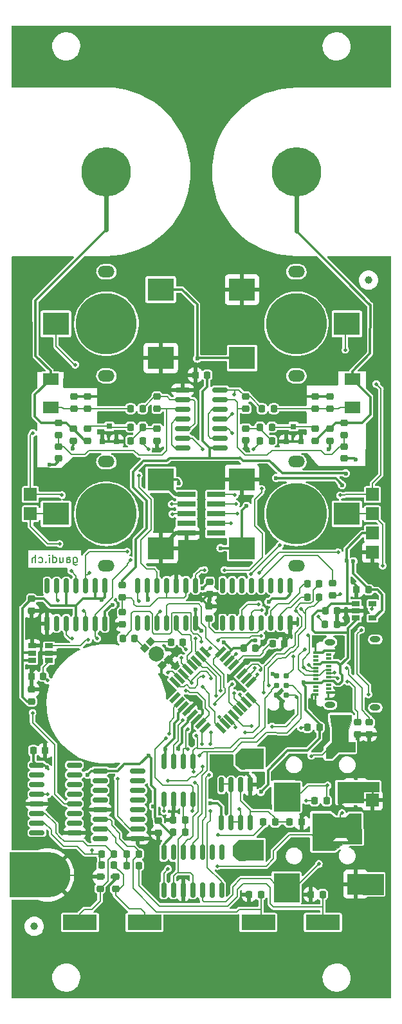
<source format=gbr>
G04 #@! TF.GenerationSoftware,KiCad,Pcbnew,6.0.11-2627ca5db0~126~ubuntu22.04.1*
G04 #@! TF.CreationDate,2023-08-06T14:10:23+02:00*
G04 #@! TF.ProjectId,OpenThereminV45,4f70656e-5468-4657-9265-6d696e563435,rev?*
G04 #@! TF.SameCoordinates,Original*
G04 #@! TF.FileFunction,Copper,L2,Bot*
G04 #@! TF.FilePolarity,Positive*
%FSLAX46Y46*%
G04 Gerber Fmt 4.6, Leading zero omitted, Abs format (unit mm)*
G04 Created by KiCad (PCBNEW 6.0.11-2627ca5db0~126~ubuntu22.04.1) date 2023-08-06 14:10:23*
%MOMM*%
%LPD*%
G01*
G04 APERTURE LIST*
G04 Aperture macros list*
%AMRoundRect*
0 Rectangle with rounded corners*
0 $1 Rounding radius*
0 $2 $3 $4 $5 $6 $7 $8 $9 X,Y pos of 4 corners*
0 Add a 4 corners polygon primitive as box body*
4,1,4,$2,$3,$4,$5,$6,$7,$8,$9,$2,$3,0*
0 Add four circle primitives for the rounded corners*
1,1,$1+$1,$2,$3*
1,1,$1+$1,$4,$5*
1,1,$1+$1,$6,$7*
1,1,$1+$1,$8,$9*
0 Add four rect primitives between the rounded corners*
20,1,$1+$1,$2,$3,$4,$5,0*
20,1,$1+$1,$4,$5,$6,$7,0*
20,1,$1+$1,$6,$7,$8,$9,0*
20,1,$1+$1,$8,$9,$2,$3,0*%
%AMRotRect*
0 Rectangle, with rotation*
0 The origin of the aperture is its center*
0 $1 length*
0 $2 width*
0 $3 Rotation angle, in degrees counterclockwise*
0 Add horizontal line*
21,1,$1,$2,0,0,$3*%
G04 Aperture macros list end*
G04 #@! TA.AperFunction,NonConductor*
%ADD10C,0.100000*%
G04 #@! TD*
%ADD11C,0.150000*%
G04 #@! TA.AperFunction,NonConductor*
%ADD12C,0.150000*%
G04 #@! TD*
G04 #@! TA.AperFunction,SMDPad,CuDef*
%ADD13R,5.000000X6.000000*%
G04 #@! TD*
G04 #@! TA.AperFunction,ComponentPad*
%ADD14C,6.000000*%
G04 #@! TD*
G04 #@! TA.AperFunction,ComponentPad*
%ADD15C,6.500000*%
G04 #@! TD*
G04 #@! TA.AperFunction,ComponentPad*
%ADD16O,2.200000X1.500000*%
G04 #@! TD*
G04 #@! TA.AperFunction,ComponentPad*
%ADD17C,8.000000*%
G04 #@! TD*
G04 #@! TA.AperFunction,SMDPad,CuDef*
%ADD18R,3.500000X3.000000*%
G04 #@! TD*
G04 #@! TA.AperFunction,SMDPad,CuDef*
%ADD19R,0.700000X0.300000*%
G04 #@! TD*
G04 #@! TA.AperFunction,ComponentPad*
%ADD20O,1.400000X0.800000*%
G04 #@! TD*
G04 #@! TA.AperFunction,SMDPad,CuDef*
%ADD21R,0.800100X0.800100*%
G04 #@! TD*
G04 #@! TA.AperFunction,SMDPad,CuDef*
%ADD22RoundRect,0.218750X0.256250X-0.218750X0.256250X0.218750X-0.256250X0.218750X-0.256250X-0.218750X0*%
G04 #@! TD*
G04 #@! TA.AperFunction,SMDPad,CuDef*
%ADD23RoundRect,0.218750X-0.256250X0.218750X-0.256250X-0.218750X0.256250X-0.218750X0.256250X0.218750X0*%
G04 #@! TD*
G04 #@! TA.AperFunction,SMDPad,CuDef*
%ADD24RoundRect,0.218750X0.218750X0.256250X-0.218750X0.256250X-0.218750X-0.256250X0.218750X-0.256250X0*%
G04 #@! TD*
G04 #@! TA.AperFunction,SMDPad,CuDef*
%ADD25RoundRect,0.218750X-0.218750X-0.256250X0.218750X-0.256250X0.218750X0.256250X-0.218750X0.256250X0*%
G04 #@! TD*
G04 #@! TA.AperFunction,SMDPad,CuDef*
%ADD26RoundRect,0.150000X0.150000X-0.825000X0.150000X0.825000X-0.150000X0.825000X-0.150000X-0.825000X0*%
G04 #@! TD*
G04 #@! TA.AperFunction,SMDPad,CuDef*
%ADD27RoundRect,0.150000X-0.825000X-0.150000X0.825000X-0.150000X0.825000X0.150000X-0.825000X0.150000X0*%
G04 #@! TD*
G04 #@! TA.AperFunction,SMDPad,CuDef*
%ADD28RoundRect,0.150000X-0.150000X0.825000X-0.150000X-0.825000X0.150000X-0.825000X0.150000X0.825000X0*%
G04 #@! TD*
G04 #@! TA.AperFunction,SMDPad,CuDef*
%ADD29R,1.060000X0.650000*%
G04 #@! TD*
G04 #@! TA.AperFunction,SMDPad,CuDef*
%ADD30R,4.500000X2.000000*%
G04 #@! TD*
G04 #@! TA.AperFunction,ComponentPad*
%ADD31C,2.000000*%
G04 #@! TD*
G04 #@! TA.AperFunction,SMDPad,CuDef*
%ADD32RotRect,0.900000X0.850000X135.000000*%
G04 #@! TD*
G04 #@! TA.AperFunction,SMDPad,CuDef*
%ADD33RoundRect,0.150000X0.825000X0.150000X-0.825000X0.150000X-0.825000X-0.150000X0.825000X-0.150000X0*%
G04 #@! TD*
G04 #@! TA.AperFunction,SMDPad,CuDef*
%ADD34R,1.700000X1.700000*%
G04 #@! TD*
G04 #@! TA.AperFunction,ConnectorPad*
%ADD35C,0.787400*%
G04 #@! TD*
G04 #@! TA.AperFunction,SMDPad,CuDef*
%ADD36R,2.200000X2.800000*%
G04 #@! TD*
G04 #@! TA.AperFunction,SMDPad,CuDef*
%ADD37R,2.800000X2.800000*%
G04 #@! TD*
G04 #@! TA.AperFunction,SMDPad,CuDef*
%ADD38R,2.600000X2.800000*%
G04 #@! TD*
G04 #@! TA.AperFunction,SMDPad,CuDef*
%ADD39C,1.000000*%
G04 #@! TD*
G04 #@! TA.AperFunction,SMDPad,CuDef*
%ADD40RotRect,1.600000X0.550000X45.000000*%
G04 #@! TD*
G04 #@! TA.AperFunction,SMDPad,CuDef*
%ADD41RotRect,1.600000X0.550000X315.000000*%
G04 #@! TD*
G04 #@! TA.AperFunction,SMDPad,CuDef*
%ADD42R,2.000000X1.500000*%
G04 #@! TD*
G04 #@! TA.AperFunction,SMDPad,CuDef*
%ADD43R,2.400000X0.740000*%
G04 #@! TD*
G04 #@! TA.AperFunction,ViaPad*
%ADD44C,0.500000*%
G04 #@! TD*
G04 #@! TA.AperFunction,ViaPad*
%ADD45C,0.600000*%
G04 #@! TD*
G04 #@! TA.AperFunction,Conductor*
%ADD46C,0.200000*%
G04 #@! TD*
G04 #@! TA.AperFunction,Conductor*
%ADD47C,0.300000*%
G04 #@! TD*
G04 #@! TA.AperFunction,Conductor*
%ADD48C,0.600000*%
G04 #@! TD*
G04 #@! TA.AperFunction,Conductor*
%ADD49C,0.500000*%
G04 #@! TD*
G04 #@! TA.AperFunction,Conductor*
%ADD50C,0.400000*%
G04 #@! TD*
G04 APERTURE END LIST*
D10*
G36*
X123939500Y-150807500D02*
G01*
X121272500Y-150807500D01*
X121272500Y-148140500D01*
X123939500Y-148140500D01*
X123939500Y-150807500D01*
G37*
X123939500Y-150807500D02*
X121272500Y-150807500D01*
X121272500Y-148140500D01*
X123939500Y-148140500D01*
X123939500Y-150807500D01*
G36*
X112890500Y-151760000D02*
G01*
X109525000Y-151760000D01*
X109525000Y-148077000D01*
X112890500Y-148077000D01*
X112890500Y-151760000D01*
G37*
X112890500Y-151760000D02*
X109525000Y-151760000D01*
X109525000Y-148077000D01*
X112890500Y-148077000D01*
X112890500Y-151760000D01*
G36*
X117780000Y-140838000D02*
G01*
X117399000Y-141155500D01*
X117180000Y-140624750D01*
X117180000Y-143355250D01*
X117335500Y-143124000D01*
X117589500Y-143378000D01*
X117145000Y-143822500D01*
X119367500Y-143822500D01*
X119050000Y-143314500D01*
X119250000Y-143154500D01*
X119250000Y-140974500D01*
X118986500Y-140711000D01*
X119431000Y-140203000D01*
X121018500Y-140203000D01*
X121105812Y-144140000D01*
X118605500Y-144140000D01*
X117526000Y-145029000D01*
X114605000Y-145029000D01*
X114605000Y-140139500D01*
X116954500Y-140139500D01*
X117780000Y-140838000D01*
G37*
X117780000Y-140838000D02*
X117399000Y-141155500D01*
X117180000Y-140624750D01*
X117180000Y-143355250D01*
X117335500Y-143124000D01*
X117589500Y-143378000D01*
X117145000Y-143822500D01*
X119367500Y-143822500D01*
X119050000Y-143314500D01*
X119250000Y-143154500D01*
X119250000Y-140974500D01*
X118986500Y-140711000D01*
X119431000Y-140203000D01*
X121018500Y-140203000D01*
X121105812Y-144140000D01*
X118605500Y-144140000D01*
X117526000Y-145029000D01*
X114605000Y-145029000D01*
X114605000Y-140139500D01*
X116954500Y-140139500D01*
X117780000Y-140838000D01*
G36*
X105700000Y-143650000D02*
G01*
X105720000Y-146350000D01*
X104870000Y-146340000D01*
X104170000Y-145710000D01*
X104170000Y-144440000D01*
X104900000Y-143640000D01*
X105700000Y-143650000D01*
G37*
X105700000Y-143650000D02*
X105720000Y-146350000D01*
X104870000Y-146340000D01*
X104170000Y-145710000D01*
X104170000Y-144440000D01*
X104900000Y-143640000D01*
X105700000Y-143650000D01*
G36*
X120193000Y-132075000D02*
G01*
X118034000Y-132075000D01*
X117208500Y-132900500D01*
X116383000Y-132900500D01*
X116383000Y-131503500D01*
X117208500Y-130741500D01*
X120193000Y-130741500D01*
X120193000Y-132075000D01*
G37*
X120193000Y-132075000D02*
X118034000Y-132075000D01*
X117208500Y-132900500D01*
X116383000Y-132900500D01*
X116383000Y-131503500D01*
X117208500Y-130741500D01*
X120193000Y-130741500D01*
X120193000Y-132075000D01*
G36*
X112954000Y-139822000D02*
G01*
X109588500Y-139822000D01*
X109588500Y-136139000D01*
X112954000Y-136139000D01*
X112954000Y-139822000D01*
G37*
X112954000Y-139822000D02*
X109588500Y-139822000D01*
X109588500Y-136139000D01*
X112954000Y-136139000D01*
X112954000Y-139822000D01*
G36*
X105650000Y-134360000D02*
G01*
X105200000Y-134360000D01*
X104500000Y-133730000D01*
X104500000Y-132460000D01*
X105230000Y-131660000D01*
X105770000Y-131660000D01*
X105650000Y-134360000D01*
G37*
X105650000Y-134360000D02*
X105200000Y-134360000D01*
X104500000Y-133730000D01*
X104500000Y-132460000D01*
X105230000Y-131660000D01*
X105770000Y-131660000D01*
X105650000Y-134360000D01*
G36*
X123368000Y-137312600D02*
G01*
X122555200Y-137312600D01*
X122555200Y-137871400D01*
X122402800Y-137871400D01*
X122402800Y-137312600D01*
X121234400Y-137312600D01*
X121259800Y-138735000D01*
X119380200Y-138760400D01*
X117907000Y-138785800D01*
X117907000Y-136042600D01*
X123368000Y-136042600D01*
X123368000Y-137312600D01*
G37*
X123368000Y-137312600D02*
X122555200Y-137312600D01*
X122555200Y-137871400D01*
X122402800Y-137871400D01*
X122402800Y-137312600D01*
X121234400Y-137312600D01*
X121259800Y-138735000D01*
X119380200Y-138760400D01*
X117907000Y-138785800D01*
X117907000Y-136042600D01*
X123368000Y-136042600D01*
X123368000Y-137312600D01*
G36*
X119700000Y-127960000D02*
G01*
X119367500Y-128963500D01*
X117208500Y-128963500D01*
X116970000Y-127880000D01*
X116964750Y-127220000D01*
X119695250Y-127220000D01*
X119700000Y-127960000D01*
G37*
X119700000Y-127960000D02*
X119367500Y-128963500D01*
X117208500Y-128963500D01*
X116970000Y-127880000D01*
X116964750Y-127220000D01*
X119695250Y-127220000D01*
X119700000Y-127960000D01*
D11*
D12*
X83180000Y-106475714D02*
X83180000Y-107285238D01*
X83227619Y-107380476D01*
X83275238Y-107428095D01*
X83370476Y-107475714D01*
X83513333Y-107475714D01*
X83608571Y-107428095D01*
X83180000Y-107094761D02*
X83275238Y-107142380D01*
X83465714Y-107142380D01*
X83560952Y-107094761D01*
X83608571Y-107047142D01*
X83656190Y-106951904D01*
X83656190Y-106666190D01*
X83608571Y-106570952D01*
X83560952Y-106523333D01*
X83465714Y-106475714D01*
X83275238Y-106475714D01*
X83180000Y-106523333D01*
X82275238Y-107142380D02*
X82275238Y-106618571D01*
X82322857Y-106523333D01*
X82418095Y-106475714D01*
X82608571Y-106475714D01*
X82703809Y-106523333D01*
X82275238Y-107094761D02*
X82370476Y-107142380D01*
X82608571Y-107142380D01*
X82703809Y-107094761D01*
X82751428Y-106999523D01*
X82751428Y-106904285D01*
X82703809Y-106809047D01*
X82608571Y-106761428D01*
X82370476Y-106761428D01*
X82275238Y-106713809D01*
X81370476Y-106475714D02*
X81370476Y-107142380D01*
X81799047Y-106475714D02*
X81799047Y-106999523D01*
X81751428Y-107094761D01*
X81656190Y-107142380D01*
X81513333Y-107142380D01*
X81418095Y-107094761D01*
X81370476Y-107047142D01*
X80465714Y-107142380D02*
X80465714Y-106142380D01*
X80465714Y-107094761D02*
X80560952Y-107142380D01*
X80751428Y-107142380D01*
X80846666Y-107094761D01*
X80894285Y-107047142D01*
X80941904Y-106951904D01*
X80941904Y-106666190D01*
X80894285Y-106570952D01*
X80846666Y-106523333D01*
X80751428Y-106475714D01*
X80560952Y-106475714D01*
X80465714Y-106523333D01*
X79989523Y-107142380D02*
X79989523Y-106475714D01*
X79989523Y-106142380D02*
X80037142Y-106190000D01*
X79989523Y-106237619D01*
X79941904Y-106190000D01*
X79989523Y-106142380D01*
X79989523Y-106237619D01*
X79513333Y-107047142D02*
X79465714Y-107094761D01*
X79513333Y-107142380D01*
X79560952Y-107094761D01*
X79513333Y-107047142D01*
X79513333Y-107142380D01*
X78608571Y-107094761D02*
X78703809Y-107142380D01*
X78894285Y-107142380D01*
X78989523Y-107094761D01*
X79037142Y-107047142D01*
X79084761Y-106951904D01*
X79084761Y-106666190D01*
X79037142Y-106570952D01*
X78989523Y-106523333D01*
X78894285Y-106475714D01*
X78703809Y-106475714D01*
X78608571Y-106523333D01*
X78180000Y-107142380D02*
X78180000Y-106142380D01*
X77751428Y-107142380D02*
X77751428Y-106618571D01*
X77799047Y-106523333D01*
X77894285Y-106475714D01*
X78037142Y-106475714D01*
X78132380Y-106523333D01*
X78180000Y-106570952D01*
D13*
X77250000Y-148250000D03*
D14*
X79750000Y-148250000D03*
D15*
X112500000Y-55750000D03*
X87500000Y-55750000D03*
D16*
X112500000Y-107600000D03*
X112500000Y-93900000D03*
D17*
X112500000Y-100750000D03*
D18*
X105350000Y-96250000D03*
X119150000Y-100750000D03*
X105350000Y-105250000D03*
D16*
X112500000Y-82600000D03*
X112500000Y-68900000D03*
D17*
X112500000Y-75750000D03*
D18*
X105350000Y-71250000D03*
X119150000Y-75750000D03*
X105350000Y-80250000D03*
D19*
X115030000Y-119000000D03*
X115030000Y-119500000D03*
X115030000Y-120000000D03*
X115030000Y-120500000D03*
X115030000Y-121000000D03*
X115030000Y-121500000D03*
X115030000Y-122000000D03*
X115030000Y-122500000D03*
X115030000Y-123000000D03*
X115030000Y-123500000D03*
X115030000Y-124000000D03*
X115030000Y-124500000D03*
X116730000Y-124250000D03*
X116730000Y-123750000D03*
X116730000Y-123250000D03*
X116730000Y-122750000D03*
X116730000Y-122250000D03*
X116730000Y-121750000D03*
X116730000Y-121250000D03*
X116730000Y-120750000D03*
X116730000Y-120250000D03*
X116730000Y-119750000D03*
X116730000Y-119250000D03*
X116730000Y-118750000D03*
D20*
X122890000Y-126240000D03*
X122890000Y-117260000D03*
X116940000Y-117620000D03*
X116940000Y-125880000D03*
D21*
X88824000Y-91237000D03*
X86924000Y-91237000D03*
X87874000Y-89238020D03*
D22*
X85014000Y-86919000D03*
X85014000Y-85344000D03*
X83236000Y-86919000D03*
X83236000Y-85344000D03*
D23*
X81204000Y-88773000D03*
X81204000Y-90348000D03*
X83109000Y-89535000D03*
X83109000Y-91110000D03*
D22*
X88697000Y-150063500D03*
X88697000Y-148488500D03*
D23*
X94348500Y-141122500D03*
X94348500Y-142697500D03*
X77648000Y-111912500D03*
X77648000Y-113487500D03*
X101079500Y-109690000D03*
X101079500Y-111265000D03*
D24*
X100762000Y-82474000D03*
X99187000Y-82474000D03*
X109550500Y-86919000D03*
X107975500Y-86919000D03*
X109296500Y-91110000D03*
X107721500Y-91110000D03*
D23*
X94158000Y-85344000D03*
X94158000Y-86919000D03*
D24*
X92253000Y-89332000D03*
X90678000Y-89332000D03*
D25*
X90678000Y-91110000D03*
X92253000Y-91110000D03*
D24*
X91770500Y-146990000D03*
X90195500Y-146990000D03*
D25*
X108142500Y-141290000D03*
X109717500Y-141290000D03*
D21*
X113076000Y-91250760D03*
X111176000Y-91250760D03*
X112126000Y-89251780D03*
D25*
X90678000Y-86919000D03*
X92253000Y-86919000D03*
D23*
X118796000Y-88773000D03*
X118796000Y-90348000D03*
D22*
X114986000Y-86919000D03*
X114986000Y-85344000D03*
D23*
X116891000Y-89560500D03*
X116891000Y-91135500D03*
D22*
X114986000Y-91135500D03*
X114986000Y-89560500D03*
X116891000Y-86919000D03*
X116891000Y-85344000D03*
D26*
X111684000Y-115110000D03*
X110414000Y-115110000D03*
X109144000Y-115110000D03*
X107874000Y-115110000D03*
X106604000Y-115110000D03*
X105334000Y-115110000D03*
X104064000Y-115110000D03*
X102794000Y-115110000D03*
X102794000Y-110160000D03*
X104064000Y-110160000D03*
X105334000Y-110160000D03*
X106604000Y-110160000D03*
X107874000Y-110160000D03*
X109144000Y-110160000D03*
X110414000Y-110160000D03*
X111684000Y-110160000D03*
D25*
X105562500Y-118415000D03*
X107137500Y-118415000D03*
D27*
X97525000Y-92060000D03*
X97525000Y-90790000D03*
X97525000Y-89520000D03*
X97525000Y-88250000D03*
X97525000Y-86980000D03*
X97525000Y-85710000D03*
X97525000Y-84440000D03*
X102475000Y-84440000D03*
X102475000Y-85710000D03*
X102475000Y-86980000D03*
X102475000Y-88250000D03*
X102475000Y-89520000D03*
X102475000Y-90790000D03*
X102475000Y-92060000D03*
D28*
X95047000Y-133339000D03*
X96317000Y-133339000D03*
X97587000Y-133339000D03*
X98857000Y-133339000D03*
X98857000Y-138289000D03*
X97587000Y-138289000D03*
X96317000Y-138289000D03*
X95047000Y-138289000D03*
D22*
X117272000Y-111455500D03*
X117272000Y-109880500D03*
D25*
X113944500Y-111684000D03*
X115519500Y-111684000D03*
X113944500Y-109906000D03*
X115519500Y-109906000D03*
X113960000Y-128830000D03*
X115535000Y-128830000D03*
D26*
X87300000Y-115175000D03*
X86030000Y-115175000D03*
X84760000Y-115175000D03*
X83490000Y-115175000D03*
X82220000Y-115175000D03*
X80950000Y-115175000D03*
X79680000Y-115175000D03*
X79680000Y-110225000D03*
X80950000Y-110225000D03*
X82220000Y-110225000D03*
X83490000Y-110225000D03*
X84760000Y-110225000D03*
X86030000Y-110225000D03*
X87300000Y-110225000D03*
D22*
X77648000Y-125425500D03*
X77648000Y-123850500D03*
D29*
X79934000Y-118100000D03*
X79934000Y-119050000D03*
X79934000Y-120000000D03*
X77734000Y-120000000D03*
X77734000Y-119050000D03*
X77734000Y-118100000D03*
D30*
X84007000Y-154491000D03*
X92507000Y-154491000D03*
D22*
X89586000Y-111709500D03*
X89586000Y-110134500D03*
D31*
X94100000Y-119150000D03*
D32*
X95673313Y-119910140D03*
X94860140Y-120723313D03*
X92526687Y-118389860D03*
X93339860Y-117576687D03*
D29*
X120320000Y-114470000D03*
X120320000Y-113520000D03*
X120320000Y-112570000D03*
X122520000Y-112570000D03*
X122520000Y-114470000D03*
D25*
X109347100Y-117830800D03*
X110922100Y-117830800D03*
D23*
X89586000Y-113690500D03*
X89586000Y-115265500D03*
D24*
X115964000Y-150808000D03*
X114389000Y-150808000D03*
D22*
X86665000Y-150038000D03*
X86665000Y-148463000D03*
D33*
X83298000Y-133782000D03*
X83298000Y-135052000D03*
X83298000Y-136322000D03*
X83298000Y-137592000D03*
X83298000Y-138862000D03*
X83298000Y-140132000D03*
X83298000Y-141402000D03*
X83298000Y-142672000D03*
X78348000Y-142672000D03*
X78348000Y-141402000D03*
X78348000Y-140132000D03*
X78348000Y-138862000D03*
X78348000Y-137592000D03*
X78348000Y-136322000D03*
X78348000Y-135052000D03*
X78348000Y-133782000D03*
D25*
X77876500Y-131877000D03*
X79451500Y-131877000D03*
D24*
X97866500Y-141021000D03*
X96291500Y-141021000D03*
X97866500Y-142608500D03*
X96291500Y-142608500D03*
X91199000Y-117145000D03*
X89624000Y-117145000D03*
D25*
X95999500Y-117653000D03*
X97574500Y-117653000D03*
X107721500Y-89332000D03*
X109296500Y-89332000D03*
D23*
X94158000Y-89535000D03*
X94158000Y-91110000D03*
D22*
X85014000Y-91110000D03*
X85014000Y-89535000D03*
D23*
X118796000Y-91872000D03*
X118796000Y-93447000D03*
D24*
X121996400Y-110744200D03*
X120421400Y-110744200D03*
D23*
X105842000Y-85344000D03*
X105842000Y-86919000D03*
X105842000Y-89512500D03*
X105842000Y-91087500D03*
X81204000Y-91872000D03*
X81204000Y-93447000D03*
D34*
X77500000Y-100750000D03*
X122500000Y-100750000D03*
X77500000Y-98210000D03*
X122500000Y-98210000D03*
D28*
X95047000Y-145277000D03*
X96317000Y-145277000D03*
X97587000Y-145277000D03*
X98857000Y-145277000D03*
X100127000Y-145277000D03*
X101397000Y-145277000D03*
X102667000Y-145277000D03*
X102667000Y-150227000D03*
X101397000Y-150227000D03*
X100127000Y-150227000D03*
X98857000Y-150227000D03*
X97587000Y-150227000D03*
X96317000Y-150227000D03*
X95047000Y-150227000D03*
D23*
X122103500Y-128166000D03*
X122103500Y-129741000D03*
D35*
X111176000Y-122082000D03*
X109906000Y-122082000D03*
X111176000Y-123352000D03*
X109906000Y-123352000D03*
X111176000Y-124622000D03*
X109906000Y-124622000D03*
D36*
X120300000Y-149450000D03*
X118300000Y-142050000D03*
D37*
X110900000Y-149450000D03*
D38*
X106900000Y-145000000D03*
D24*
X79197500Y-122098000D03*
X77622500Y-122098000D03*
D26*
X99238000Y-115110000D03*
X97968000Y-115110000D03*
X96698000Y-115110000D03*
X95428000Y-115110000D03*
X94158000Y-115110000D03*
X92888000Y-115110000D03*
X91618000Y-115110000D03*
X91618000Y-110160000D03*
X92888000Y-110160000D03*
X94158000Y-110160000D03*
X95428000Y-110160000D03*
X96698000Y-110160000D03*
X97968000Y-110160000D03*
X99238000Y-110160000D03*
D28*
X102642000Y-136380500D03*
X103912000Y-136380500D03*
X105182000Y-136380500D03*
X106452000Y-136380500D03*
X106452000Y-141330500D03*
X105182000Y-141330500D03*
X103912000Y-141330500D03*
X102642000Y-141330500D03*
D36*
X120300000Y-137450000D03*
X118300000Y-130050000D03*
D37*
X110900000Y-137450000D03*
D38*
X106900000Y-133000000D03*
D39*
X122000000Y-70000000D03*
X78000000Y-155000000D03*
D30*
X107493000Y-154491000D03*
X115993000Y-154491000D03*
D33*
X91618000Y-134544000D03*
X91618000Y-135814000D03*
X91618000Y-137084000D03*
X91618000Y-138354000D03*
X91618000Y-139624000D03*
X91618000Y-140894000D03*
X91618000Y-142164000D03*
X91618000Y-143434000D03*
X86668000Y-143434000D03*
X86668000Y-142164000D03*
X86668000Y-140894000D03*
X86668000Y-139624000D03*
X86668000Y-138354000D03*
X86668000Y-137084000D03*
X86668000Y-135814000D03*
X86668000Y-134544000D03*
D24*
X107836000Y-150808000D03*
X106261000Y-150808000D03*
D34*
X122500000Y-103290000D03*
X122500000Y-105830000D03*
D22*
X101016000Y-114503500D03*
X101016000Y-112928500D03*
D25*
X111612500Y-141310000D03*
X113187500Y-141310000D03*
D23*
X120579500Y-128166000D03*
X120579500Y-129741000D03*
D34*
X122500000Y-138430200D03*
D40*
X100468734Y-128925856D03*
X99903049Y-128360170D03*
X99337363Y-127794485D03*
X98771678Y-127228800D03*
X98205992Y-126663114D03*
X97640307Y-126097429D03*
X97074622Y-125531743D03*
X96508936Y-124966058D03*
D41*
X96508936Y-122915448D03*
X97074622Y-122349763D03*
X97640307Y-121784077D03*
X98205992Y-121218392D03*
X98771678Y-120652706D03*
X99337363Y-120087021D03*
X99903049Y-119521336D03*
X100468734Y-118955650D03*
D40*
X102519344Y-118955650D03*
X103085029Y-119521336D03*
X103650715Y-120087021D03*
X104216400Y-120652706D03*
X104782086Y-121218392D03*
X105347771Y-121784077D03*
X105913456Y-122349763D03*
X106479142Y-122915448D03*
D41*
X106479142Y-124966058D03*
X105913456Y-125531743D03*
X105347771Y-126097429D03*
X104782086Y-126663114D03*
X104216400Y-127228800D03*
X103650715Y-127794485D03*
X103085029Y-128360170D03*
X102519344Y-128925856D03*
D17*
X87500000Y-75750000D03*
D16*
X87500000Y-82600000D03*
X87500000Y-68900000D03*
D18*
X94650000Y-80250000D03*
X80850000Y-75750000D03*
X94650000Y-71250000D03*
D25*
X86882500Y-145490000D03*
X88457500Y-145490000D03*
D24*
X88457500Y-146980000D03*
X86882500Y-146980000D03*
D25*
X90195500Y-145466000D03*
X91770500Y-145466000D03*
D42*
X80140000Y-83020000D03*
X80140000Y-86720000D03*
X119860000Y-83020000D03*
X119860000Y-86720000D03*
D17*
X87500000Y-100750000D03*
D16*
X87500000Y-107600000D03*
X87500000Y-93900000D03*
D18*
X94650000Y-105250000D03*
X80850000Y-100750000D03*
X94650000Y-96250000D03*
D25*
X114897000Y-138488500D03*
X116472000Y-138488500D03*
X116255800Y-115240000D03*
X117830800Y-115240000D03*
X116295000Y-113530000D03*
X117870000Y-113530000D03*
D43*
X101950000Y-98210000D03*
X98050000Y-98210000D03*
X101950000Y-99480000D03*
X98050000Y-99480000D03*
X101950000Y-100750000D03*
X98050000Y-100750000D03*
X101950000Y-102020000D03*
X98050000Y-102020000D03*
X101950000Y-103290000D03*
X98050000Y-103290000D03*
D44*
X117610000Y-128060000D03*
X122500000Y-136470000D03*
X118920000Y-128060000D03*
X122410000Y-149370000D03*
D45*
X118999200Y-95428000D03*
X119989800Y-106985000D03*
D44*
X118500000Y-140110000D03*
X119620000Y-140570000D03*
X95620000Y-147440000D03*
X102100000Y-147080000D03*
X104570000Y-99480000D03*
X104064000Y-87554000D03*
X104318000Y-85014000D03*
X93015000Y-92253000D03*
X91745000Y-95682000D03*
D45*
X85014000Y-135052000D03*
X99238000Y-113335000D03*
X102520000Y-105250000D03*
X105950000Y-99690000D03*
X108860000Y-112330000D03*
X99440000Y-80320000D03*
X107830000Y-137330000D03*
X100000000Y-116129000D03*
X93650000Y-139243000D03*
X107112000Y-117399000D03*
X97010000Y-96710000D03*
X119126200Y-106908800D03*
X113440000Y-122910000D03*
X79640000Y-134110000D03*
X93000000Y-112080000D03*
X118516600Y-96952000D03*
X109380000Y-121780000D03*
X96952000Y-131623000D03*
X101206500Y-138798500D03*
X109830000Y-96040000D03*
X93015000Y-132512000D03*
X95270000Y-131680000D03*
X86840000Y-112100000D03*
X102921000Y-117653000D03*
X100127000Y-110541000D03*
X88316000Y-112700000D03*
D44*
X88951000Y-135560000D03*
X84506000Y-113462000D03*
X85077500Y-117335500D03*
X95555000Y-121590000D03*
X85268000Y-108509000D03*
X90221000Y-105715000D03*
X100254000Y-122098000D03*
X104090000Y-90100000D03*
X86284000Y-117145000D03*
X97968000Y-124003000D03*
X90678200Y-106832600D03*
X100127000Y-92253000D03*
X97333000Y-119685000D03*
X81090000Y-112110000D03*
X82982000Y-117145000D03*
X100127000Y-123495000D03*
X98830000Y-139800000D03*
X95301000Y-130276800D03*
X98730000Y-122987000D03*
X101210000Y-139860000D03*
X91800000Y-112240000D03*
X101270000Y-122352000D03*
X99238000Y-117145000D03*
X98984000Y-134671000D03*
X99314200Y-129895800D03*
X102540000Y-124003000D03*
X94539000Y-113589000D03*
X101016000Y-135052000D03*
X101778000Y-125781000D03*
X98171200Y-129108400D03*
X99746000Y-132512000D03*
X98200000Y-131710000D03*
X97510800Y-127914600D03*
X101905000Y-124638000D03*
X95110500Y-139814500D03*
X102200000Y-142990000D03*
X118923000Y-79172000D03*
X118237200Y-98298200D03*
X123020000Y-83660000D03*
X106512508Y-108644373D03*
X107010000Y-121060000D03*
X110330000Y-104900000D03*
X83388400Y-81127800D03*
X81635800Y-98272800D03*
X107360000Y-121910000D03*
X77800000Y-90120000D03*
X123850600Y-107569200D03*
X118008600Y-105791200D03*
X107570000Y-108540000D03*
X107770000Y-121330000D03*
X81331000Y-104699000D03*
X104572000Y-119202400D03*
X104050000Y-123120000D03*
X100000000Y-117526000D03*
X106858000Y-92253000D03*
X100381000Y-108128000D03*
X107910000Y-97450000D03*
X103048000Y-108128000D03*
X100127000Y-133972500D03*
X95618500Y-135814000D03*
X79750000Y-137655500D03*
X100101600Y-130988000D03*
X104991500Y-139616000D03*
X113830000Y-138500000D03*
X116620000Y-136460000D03*
X104390000Y-98300000D03*
X113120000Y-128910000D03*
X109290000Y-128710000D03*
X112522200Y-124815800D03*
X121996400Y-124485600D03*
X106560000Y-128670000D03*
X118290000Y-111340000D03*
X121031200Y-116002000D03*
X107510000Y-112620000D03*
X113589000Y-118542000D03*
X113470000Y-120970000D03*
X114070000Y-116730000D03*
X107970000Y-113410000D03*
X117526000Y-121661000D03*
X113079292Y-113267820D03*
X108850000Y-123300000D03*
X104445000Y-128829000D03*
X96100000Y-99480000D03*
X108200000Y-124220000D03*
X112420000Y-113510000D03*
X96160000Y-100770000D03*
X102349500Y-127495500D03*
X79756200Y-122682200D03*
X107899400Y-116840200D03*
X101143000Y-118415000D03*
X102159000Y-117399000D03*
X112115800Y-119507200D03*
X104310000Y-124310000D03*
X97968000Y-118542000D03*
X85585500Y-145021500D03*
X95783600Y-129667200D03*
X77775000Y-126924000D03*
X82855000Y-108255000D03*
X105070000Y-124500000D03*
X101230000Y-129530000D03*
X99174500Y-136068000D03*
X101160000Y-130988000D03*
X117907000Y-122359500D03*
X119240500Y-122804000D03*
X114160500Y-120581500D03*
X119160000Y-121020000D03*
X104750500Y-100718987D03*
X115460000Y-146790000D03*
D45*
X100127000Y-112065000D03*
X120320000Y-93610000D03*
X119050000Y-113563600D03*
X113208000Y-85966500D03*
X87808000Y-151371500D03*
X110580000Y-126920000D03*
X96380500Y-139941500D03*
X115520000Y-126700000D03*
X87808000Y-90475000D03*
X116764000Y-92253000D03*
X104780000Y-123490000D03*
X88252500Y-85268000D03*
X113208000Y-87681000D03*
D44*
X109410000Y-131350000D03*
D45*
X108001000Y-117907000D03*
X96698000Y-108890000D03*
X114350000Y-149620000D03*
X98820000Y-130730000D03*
X103500000Y-133240000D03*
X112573000Y-115113000D03*
X94285000Y-92253000D03*
X118186400Y-118897600D03*
X84760000Y-148323500D03*
X99746000Y-126035000D03*
X112065000Y-90475000D03*
X113730000Y-140240000D03*
X105420000Y-150880000D03*
X119964400Y-109753600D03*
X121031200Y-105816600D03*
X88252500Y-87808000D03*
X105969000Y-92126000D03*
X83020000Y-92150000D03*
X80000000Y-94240000D03*
X88570000Y-115875000D03*
X118250000Y-138860000D03*
X95809000Y-123698200D03*
D44*
X103850000Y-102020000D03*
X105770000Y-129470000D03*
X117751444Y-129501444D03*
X114460000Y-132600000D03*
X122402800Y-113258800D03*
X115380711Y-114270711D03*
D46*
X101463000Y-86980000D02*
X102475000Y-86980000D01*
X100889000Y-87554000D02*
X101463000Y-86980000D01*
X101204000Y-90790000D02*
X100889000Y-90475000D01*
X100889000Y-90475000D02*
X100889000Y-87554000D01*
X102475000Y-90790000D02*
X101204000Y-90790000D01*
D47*
X122230000Y-85390000D02*
X119860000Y-83020000D01*
X121177000Y-88773000D02*
X122230000Y-87720000D01*
X119860000Y-81980000D02*
X122200000Y-79640000D01*
X119100800Y-70155000D02*
X112500000Y-63554200D01*
X118796000Y-88773000D02*
X121177000Y-88773000D01*
X121930000Y-72990000D02*
X119100800Y-70155000D01*
X116891000Y-89560500D02*
X116561000Y-89560500D01*
X116561000Y-89560500D02*
X114986000Y-91135500D01*
X122230000Y-73290000D02*
X121930000Y-72990000D01*
X122230000Y-85440000D02*
X122230000Y-85390000D01*
X122200000Y-79640000D02*
X122200000Y-79480000D01*
X119860000Y-83020000D02*
X119860000Y-81980000D01*
X117678500Y-88773000D02*
X116891000Y-89560500D01*
X122200000Y-79480000D02*
X122230000Y-73290000D01*
D48*
X112500000Y-63554200D02*
X112500000Y-55750000D01*
D47*
X122230000Y-87720000D02*
X122230000Y-85440000D01*
X118796000Y-88773000D02*
X117678500Y-88773000D01*
D46*
X114986000Y-86919000D02*
X116891000Y-86919000D01*
X116891000Y-86919000D02*
X118051000Y-86919000D01*
X118250000Y-86720000D02*
X119860000Y-86720000D01*
X118051000Y-86919000D02*
X118250000Y-86720000D01*
X109550500Y-86919000D02*
X114986000Y-86919000D01*
X107541000Y-89512500D02*
X107721500Y-89332000D01*
X107721500Y-89332000D02*
X107721500Y-89535000D01*
X107721500Y-89535000D02*
X109296500Y-91110000D01*
X105842000Y-89512500D02*
X107541000Y-89512500D01*
D47*
X105054000Y-93396000D02*
X105060000Y-93390000D01*
X101077000Y-92060000D02*
X101077000Y-93385800D01*
X90983000Y-97206000D02*
X92761000Y-98984000D01*
X95428000Y-93777000D02*
X92380000Y-93777000D01*
X101066800Y-93396000D02*
X95809000Y-93396000D01*
X90983000Y-95174000D02*
X90983000Y-97206000D01*
X119989800Y-108610600D02*
X119989800Y-106985000D01*
X92761000Y-98984000D02*
X92761000Y-102667000D01*
X123164800Y-110744200D02*
X123774400Y-111353800D01*
X110617200Y-95402600D02*
X118973800Y-95402600D01*
X95809000Y-93396000D02*
X95428000Y-93777000D01*
X108952979Y-93738379D02*
X110617200Y-95402600D01*
X100762000Y-83998000D02*
X100762000Y-82474000D01*
X91364000Y-104064000D02*
X91364000Y-107747000D01*
X118973800Y-95402600D02*
X118999200Y-95428000D01*
X89586000Y-109525000D02*
X89586000Y-110134500D01*
X121996400Y-110744200D02*
X123164800Y-110744200D01*
X100127000Y-84633000D02*
X100762000Y-83998000D01*
X92761000Y-102667000D02*
X91364000Y-104064000D01*
X122520000Y-114470000D02*
X122715600Y-114470000D01*
X122715600Y-114470000D02*
X123774400Y-113411200D01*
X105461621Y-93738379D02*
X108952979Y-93738379D01*
X123774400Y-113411200D02*
X123774400Y-111353800D01*
X102475000Y-92060000D02*
X101077000Y-92060000D01*
X100127000Y-91110000D02*
X100127000Y-84633000D01*
X91364000Y-107747000D02*
X89586000Y-109525000D01*
X92380000Y-93777000D02*
X90983000Y-95174000D01*
X121996400Y-110744200D02*
X121996400Y-110617200D01*
X101066800Y-93396000D02*
X105054000Y-93396000D01*
X101077000Y-92060000D02*
X100127000Y-91110000D01*
X121996400Y-110617200D02*
X119989800Y-108610600D01*
X105060000Y-93390000D02*
X105461621Y-93738379D01*
X101077000Y-93385800D02*
X101066800Y-93396000D01*
D46*
X109505000Y-146135000D02*
X109505000Y-145055000D01*
X114590000Y-142950000D02*
X115350000Y-143710000D01*
X119820000Y-140480000D02*
X119830000Y-140480000D01*
X95047000Y-150227000D02*
X95047000Y-148013000D01*
X109505000Y-145055000D02*
X111610000Y-142950000D01*
X95047000Y-148013000D02*
X95620000Y-147440000D01*
X108560000Y-147080000D02*
X109505000Y-146135000D01*
X115350000Y-143710000D02*
X116002000Y-143738800D01*
X116640000Y-143710000D02*
X118300000Y-142050000D01*
X116002000Y-143738800D02*
X116640000Y-143710000D01*
X101950000Y-99480000D02*
X104570000Y-99480000D01*
X111610000Y-142950000D02*
X114590000Y-142950000D01*
X118300000Y-140310000D02*
X118500000Y-140110000D01*
X102100000Y-147080000D02*
X108560000Y-147080000D01*
X118300000Y-142050000D02*
X118300000Y-140310000D01*
X95428000Y-92380000D02*
X95428000Y-86919000D01*
X82120000Y-92140000D02*
X82855000Y-92888000D01*
X91745000Y-93015000D02*
X94793000Y-93015000D01*
X85141000Y-92380000D02*
X91110000Y-92380000D01*
X81852000Y-91872000D02*
X82120000Y-92140000D01*
X94793000Y-93015000D02*
X95428000Y-92380000D01*
X84633000Y-92888000D02*
X85141000Y-92380000D01*
X81204000Y-90348000D02*
X81204000Y-91872000D01*
X91110000Y-92380000D02*
X91745000Y-93015000D01*
X97464000Y-86919000D02*
X97525000Y-86980000D01*
X82855000Y-92888000D02*
X84633000Y-92888000D01*
X94158000Y-86919000D02*
X97464000Y-86919000D01*
X81204000Y-91872000D02*
X81852000Y-91872000D01*
X103368000Y-88250000D02*
X104064000Y-87554000D01*
X102475000Y-84440000D02*
X104379000Y-84440000D01*
X102475000Y-88250000D02*
X103368000Y-88250000D01*
X104379000Y-84953000D02*
X104318000Y-85014000D01*
X105842000Y-85344000D02*
X106400500Y-85344000D01*
X104379000Y-84440000D02*
X104938000Y-84440000D01*
X104379000Y-84440000D02*
X104379000Y-84953000D01*
X104938000Y-84440000D02*
X105842000Y-85344000D01*
X106400500Y-85344000D02*
X107975500Y-86919000D01*
X92253000Y-91110000D02*
X92253000Y-91491000D01*
X91745000Y-97206000D02*
X93396000Y-98857000D01*
X92253000Y-91491000D02*
X93015000Y-92253000D01*
X91745000Y-95682000D02*
X91745000Y-97206000D01*
X92761000Y-108001000D02*
X93777000Y-108001000D01*
X94158000Y-108382000D02*
X94158000Y-110160000D01*
X91999000Y-107239000D02*
X92761000Y-108001000D01*
X91999000Y-104191000D02*
X91999000Y-107239000D01*
X93777000Y-108001000D02*
X94158000Y-108382000D01*
X93396000Y-102794000D02*
X91999000Y-104191000D01*
X93396000Y-98857000D02*
X93396000Y-102794000D01*
X92253000Y-89535000D02*
X90678000Y-91110000D01*
X94158000Y-89535000D02*
X92456000Y-89535000D01*
X92456000Y-89535000D02*
X92253000Y-89332000D01*
X92253000Y-89332000D02*
X92253000Y-89535000D01*
X84568000Y-152782000D02*
X85572000Y-152782000D01*
X85572000Y-152782000D02*
X86665000Y-151689000D01*
X86665000Y-151689000D02*
X86665000Y-150038000D01*
X81966000Y-143815000D02*
X84442500Y-143815000D01*
X80823000Y-142735500D02*
X81394500Y-143307000D01*
X79426000Y-140132000D02*
X80823000Y-141529000D01*
X84442500Y-143815000D02*
X85014000Y-144386500D01*
X87681000Y-149022000D02*
X86665000Y-150038000D01*
X78348000Y-140132000D02*
X79426000Y-140132000D01*
X87354000Y-144386500D02*
X88457500Y-145490000D01*
X85014000Y-144386500D02*
X87354000Y-144386500D01*
X87681000Y-146266500D02*
X88457500Y-145490000D01*
X84007000Y-154491000D02*
X84007000Y-153343000D01*
X84007000Y-153343000D02*
X84568000Y-152782000D01*
X81394500Y-143307000D02*
X81966000Y-143815000D01*
X87681000Y-146266500D02*
X87681000Y-149022000D01*
X80823000Y-141529000D02*
X80823000Y-142735500D01*
X88214500Y-145466000D02*
X88697000Y-145466000D01*
X88697000Y-150927000D02*
X88697000Y-150063500D01*
X89102500Y-147625000D02*
X88457500Y-146980000D01*
X90505000Y-152735000D02*
X88697000Y-150927000D01*
X92507000Y-154491000D02*
X92507000Y-153197000D01*
X89141500Y-147625000D02*
X89713000Y-148196500D01*
X89243000Y-150063500D02*
X88697000Y-150063500D01*
X89141500Y-147625000D02*
X89102500Y-147625000D01*
X92045000Y-152735000D02*
X90505000Y-152735000D01*
X89713000Y-149593500D02*
X89243000Y-150063500D01*
X92507000Y-153197000D02*
X92045000Y-152735000D01*
X89713000Y-148196500D02*
X89713000Y-149593500D01*
X90195500Y-145466000D02*
X90195500Y-145440500D01*
X90195500Y-145440500D02*
X88697000Y-143942000D01*
X88697000Y-143370500D02*
X87617500Y-142164000D01*
X87617500Y-142164000D02*
X86668000Y-142164000D01*
X90195500Y-146990000D02*
X90195500Y-145466000D01*
X88697000Y-143942000D02*
X88697000Y-143370500D01*
X107820000Y-152760000D02*
X107836000Y-152744000D01*
X107836000Y-151308000D02*
X107836000Y-152744000D01*
X107836000Y-152744000D02*
X107836000Y-154648000D01*
X106900000Y-152760000D02*
X107820000Y-152760000D01*
X89205000Y-143497500D02*
X89205000Y-142799000D01*
X90221000Y-144513500D02*
X89205000Y-143497500D01*
X104674000Y-153086000D02*
X103914000Y-153086000D01*
X91770500Y-145466000D02*
X91770500Y-145504000D01*
X91173500Y-144513500D02*
X91770500Y-145110500D01*
X105000000Y-152760000D02*
X104674000Y-153086000D01*
X106900000Y-152760000D02*
X105000000Y-152760000D01*
X87935000Y-140894000D02*
X86668000Y-140894000D01*
X90983000Y-149974500D02*
X94094500Y-153086000D01*
X91770500Y-145504000D02*
X90983000Y-146291500D01*
X88189000Y-141719500D02*
X88189000Y-141148000D01*
X94094500Y-153086000D02*
X103914000Y-153086000D01*
X91770500Y-145110500D02*
X91770500Y-145466000D01*
X91173500Y-144513500D02*
X90221000Y-144513500D01*
X90983000Y-146291500D02*
X90983000Y-149974500D01*
X106980000Y-152760000D02*
X106900000Y-152760000D01*
X88189000Y-141148000D02*
X87935000Y-140894000D01*
X89205000Y-142799000D02*
X88189000Y-141719500D01*
X115964000Y-153144000D02*
X115964000Y-154962000D01*
X94475500Y-152324000D02*
X103429000Y-152324000D01*
X103429000Y-152324000D02*
X104707068Y-151057068D01*
X104707068Y-151057068D02*
X104707068Y-150182932D01*
X105470000Y-149420000D02*
X108560000Y-149420000D01*
X91770500Y-146990000D02*
X91770500Y-149619000D01*
X115964000Y-152476000D02*
X115964000Y-153144000D01*
X91770500Y-149619000D02*
X94475500Y-152324000D01*
X115960000Y-152480000D02*
X115964000Y-152476000D01*
X115964000Y-151308000D02*
X115964000Y-152476000D01*
X104707068Y-150182932D02*
X105470000Y-149420000D01*
X109065000Y-152055000D02*
X109490000Y-152480000D01*
X109065000Y-149925000D02*
X109065000Y-152055000D01*
X108560000Y-149420000D02*
X109065000Y-149925000D01*
X109490000Y-152480000D02*
X115960000Y-152480000D01*
D47*
X99440000Y-80320000D02*
X99510000Y-80250000D01*
X120320000Y-114470000D02*
X120320000Y-114757400D01*
X118542000Y-122740500D02*
X118542000Y-121978500D01*
X76428750Y-118999250D02*
X77683250Y-118999250D01*
X97480000Y-71250000D02*
X99440000Y-73210000D01*
X109728200Y-96063000D02*
X110163000Y-96063000D01*
X111110000Y-111880000D02*
X109310000Y-111880000D01*
X111684000Y-111303000D02*
X111684000Y-110160000D01*
X118288000Y-120645000D02*
X117893000Y-120250000D01*
X93840500Y-139052500D02*
X93650000Y-139243000D01*
X115030000Y-123000000D02*
X115806000Y-123000000D01*
X76428750Y-118999250D02*
X76428750Y-113131750D01*
X86030000Y-110225000D02*
X86030000Y-111912500D01*
X119126200Y-119812000D02*
X118288000Y-120645000D01*
X87300000Y-111684000D02*
X87300000Y-110225000D01*
X103873553Y-118605553D02*
X102921000Y-117653000D01*
X77648000Y-125425500D02*
X77038500Y-125425500D01*
X114370000Y-127210000D02*
X115535000Y-128365000D01*
X105588000Y-118415000D02*
X106604000Y-117399000D01*
X77683250Y-118999250D02*
X77734000Y-119050000D01*
X89840000Y-133655000D02*
X91872000Y-133655000D01*
X96291500Y-142608500D02*
X95809000Y-142672000D01*
X87300000Y-115175000D02*
X87300000Y-113589000D01*
X120320000Y-112570000D02*
X119224800Y-112570000D01*
X109906000Y-122082000D02*
X109682000Y-122082000D01*
X113440000Y-122910000D02*
X113440000Y-123240000D01*
X86652500Y-111912500D02*
X86840000Y-112100000D01*
X93904000Y-139052500D02*
X93904000Y-140678000D01*
X79273500Y-111912500D02*
X80188000Y-112827000D01*
X119224800Y-112570000D02*
X119224800Y-107337600D01*
X117408500Y-122750000D02*
X117780000Y-123121500D01*
X96393200Y-128295600D02*
X96901200Y-127787600D01*
X118034000Y-96418600D02*
X118516600Y-96952000D01*
X93904000Y-139052500D02*
X93840500Y-139052500D01*
X85522000Y-134544000D02*
X85014000Y-135052000D01*
X116730000Y-122750000D02*
X117408500Y-122750000D01*
X111303000Y-111687000D02*
X111110000Y-111880000D01*
X114986000Y-116357600D02*
X114630400Y-116002000D01*
X113686000Y-124586000D02*
X113686000Y-126526000D01*
X86668000Y-134544000D02*
X85522000Y-134544000D01*
X117678400Y-96063000D02*
X118034000Y-96418600D01*
X103873553Y-118732553D02*
X103085029Y-119521336D01*
X102642000Y-139312000D02*
X102642000Y-141330500D01*
X119253200Y-119685000D02*
X119126200Y-119812000D01*
X80188000Y-112827000D02*
X82220000Y-112827000D01*
X102128500Y-138798500D02*
X102642000Y-139312000D01*
X119224800Y-107337600D02*
X119224800Y-107007400D01*
X119253200Y-116357600D02*
X114986000Y-116357600D01*
X93904000Y-136957000D02*
X93904000Y-139052500D01*
X115030000Y-120500000D02*
X115639000Y-120500000D01*
X97460000Y-130835600D02*
X97002800Y-131292800D01*
X113670000Y-123470000D02*
X113670000Y-124830000D01*
X77648000Y-111912500D02*
X78816500Y-111912500D01*
X77648000Y-111912500D02*
X79273500Y-111912500D01*
X115535000Y-130295000D02*
X113950000Y-131880000D01*
X119253200Y-115824200D02*
X119253200Y-116357600D01*
X98196600Y-128143200D02*
X97460000Y-128879800D01*
X108760000Y-134480000D02*
X108760000Y-136400000D01*
X113790000Y-123000000D02*
X115030000Y-123000000D01*
X93904000Y-136957000D02*
X93396000Y-136449000D01*
X102520000Y-105250000D02*
X105350000Y-105250000D01*
X82220000Y-110225000D02*
X82220000Y-112827000D01*
X103873553Y-118732553D02*
X103873553Y-118605553D01*
X79299000Y-133782000D02*
X78348000Y-133782000D01*
X113686000Y-126526000D02*
X114370000Y-127210000D01*
X116295000Y-113355000D02*
X116295000Y-113530000D01*
X115535000Y-128365000D02*
X115535000Y-128830000D01*
X86563500Y-111912500D02*
X86030000Y-111912500D01*
X111303000Y-111684000D02*
X111684000Y-111303000D01*
X76428750Y-124815750D02*
X76430000Y-119980000D01*
X113440000Y-123240000D02*
X113670000Y-123470000D01*
X115535000Y-128830000D02*
X115535000Y-130295000D01*
X84404500Y-111912500D02*
X83490000Y-112827000D01*
X106604000Y-117399000D02*
X107112000Y-117399000D01*
X95224800Y-131470600D02*
X96393200Y-130302200D01*
X97460000Y-128879800D02*
X97460000Y-130835600D01*
X99440000Y-80320000D02*
X99440000Y-73210000D01*
X121195600Y-103290000D02*
X122500000Y-103290000D01*
X109310000Y-111880000D02*
X108860000Y-112330000D01*
X111360000Y-131880000D02*
X108760000Y-134480000D01*
X94348500Y-141211500D02*
X95809000Y-142672000D01*
X78816500Y-111912500D02*
X79273500Y-111912500D01*
X86668000Y-134544000D02*
X88951000Y-134544000D01*
X115639000Y-120500000D02*
X115889000Y-120250000D01*
X108760000Y-136400000D02*
X107830000Y-137330000D01*
X120320000Y-114757400D02*
X119253200Y-115824200D01*
X110163000Y-96063000D02*
X117678400Y-96063000D01*
X105562500Y-118415000D02*
X104191000Y-118415000D01*
X105562500Y-118415000D02*
X105588000Y-118415000D01*
X97010000Y-96710000D02*
X97010000Y-96420000D01*
X97640307Y-126235693D02*
X97640307Y-126097429D01*
X113686000Y-124586000D02*
X113670000Y-124830000D01*
X99238000Y-115110000D02*
X99238000Y-115367000D01*
X117893000Y-120250000D02*
X116730000Y-120250000D01*
X100127000Y-110541000D02*
X100978000Y-109690000D01*
X92888000Y-111684000D02*
X92888000Y-110160000D01*
X95047000Y-144196000D02*
X95047000Y-145277000D01*
X96901200Y-126974800D02*
X97640307Y-126235693D01*
X118542000Y-121978500D02*
X118288000Y-121724500D01*
X105950000Y-99690000D02*
X105350000Y-100290000D01*
X111303000Y-111684000D02*
X111303000Y-111687000D01*
X96393200Y-130302200D02*
X96393200Y-128295600D01*
X86563500Y-111912500D02*
X86652500Y-111912500D01*
X101206500Y-138798500D02*
X102128500Y-138798500D01*
X86563500Y-111912500D02*
X87071500Y-111912500D01*
X113530000Y-123000000D02*
X113440000Y-122910000D01*
D49*
X96610000Y-98210000D02*
X94650000Y-96250000D01*
D47*
X116730000Y-122750000D02*
X116056000Y-122750000D01*
X117080000Y-112570000D02*
X116295000Y-113355000D01*
X93904000Y-140678000D02*
X94348500Y-141122500D01*
X114630400Y-116002000D02*
X114630400Y-114173200D01*
X95224800Y-133161200D02*
X95047000Y-133339000D01*
D49*
X98050000Y-98210000D02*
X96610000Y-98210000D01*
D47*
X115273600Y-113530000D02*
X116295000Y-113530000D01*
X95224800Y-131775400D02*
X95224800Y-133161200D01*
X105350000Y-100290000D02*
X105350000Y-105250000D01*
X96901200Y-127787600D02*
X96901200Y-126974800D01*
X77038500Y-125425500D02*
X76428750Y-124815750D01*
X79807000Y-134290000D02*
X79299000Y-133782000D01*
X97010000Y-96420000D02*
X96840000Y-96250000D01*
X99238000Y-115110000D02*
X99238000Y-113335000D01*
X113790000Y-123000000D02*
X113530000Y-123000000D01*
X91872000Y-133655000D02*
X93015000Y-132512000D01*
X119126200Y-105359400D02*
X121195600Y-103290000D01*
X96840000Y-96250000D02*
X94650000Y-96250000D01*
X100978000Y-109690000D02*
X101079500Y-109690000D01*
X77876500Y-131877000D02*
X77876500Y-133310500D01*
X76450000Y-120000000D02*
X76430000Y-119980000D01*
X88316000Y-112700000D02*
X88189000Y-112700000D01*
X76428750Y-113131750D02*
X77648000Y-111912500D01*
X96291500Y-142608500D02*
X96291500Y-142951500D01*
X109682000Y-122082000D02*
X109380000Y-121780000D01*
X93396000Y-132893000D02*
X93015000Y-132512000D01*
X76430000Y-119980000D02*
X76428750Y-118999250D01*
X98771678Y-127228800D02*
X98196600Y-127889200D01*
X104191000Y-118415000D02*
X103873553Y-118732553D01*
X87071500Y-111912500D02*
X87300000Y-111684000D01*
X83490000Y-115175000D02*
X83490000Y-112827000D01*
X119224800Y-107007400D02*
X119126200Y-106908800D01*
X98196600Y-127889200D02*
X98196600Y-128143200D01*
X99238000Y-115367000D02*
X100000000Y-116129000D01*
X114630400Y-114173200D02*
X115273600Y-113530000D01*
X88951000Y-134544000D02*
X89840000Y-133655000D01*
X94650000Y-71250000D02*
X97480000Y-71250000D01*
X97002800Y-131292800D02*
X97002800Y-131775400D01*
X118288000Y-121724500D02*
X118288000Y-120645000D01*
X118161000Y-123121500D02*
X118542000Y-122740500D01*
X82220000Y-112827000D02*
X83490000Y-112827000D01*
X113950000Y-131880000D02*
X111360000Y-131880000D01*
X99510000Y-80250000D02*
X105350000Y-80250000D01*
X119126200Y-106908800D02*
X119126200Y-105359400D01*
X93396000Y-136449000D02*
X93396000Y-132893000D01*
X119224800Y-112570000D02*
X117080000Y-112570000D01*
X119253200Y-116357600D02*
X119253200Y-119685000D01*
X95224800Y-131775400D02*
X95224800Y-131470600D01*
X96291500Y-142951500D02*
X95047000Y-144196000D01*
X93015000Y-111811000D02*
X92888000Y-111684000D01*
X117780000Y-123121500D02*
X118161000Y-123121500D01*
X116056000Y-122750000D02*
X115806000Y-123000000D01*
X115889000Y-120250000D02*
X116730000Y-120250000D01*
X94348500Y-141122500D02*
X94348500Y-141211500D01*
X77734000Y-120000000D02*
X76450000Y-120000000D01*
X77876500Y-133310500D02*
X78348000Y-133782000D01*
X88189000Y-112700000D02*
X87300000Y-113589000D01*
X86030000Y-111912500D02*
X84404500Y-111912500D01*
D46*
X84760000Y-115175000D02*
X84760000Y-113716000D01*
X90602000Y-142164000D02*
X88951000Y-140513000D01*
X91618000Y-142164000D02*
X90602000Y-142164000D01*
X88951000Y-140513000D02*
X88951000Y-135560000D01*
X84760000Y-113716000D02*
X84506000Y-113462000D01*
X95555000Y-121590000D02*
X95682000Y-121463000D01*
X84823500Y-117335500D02*
X85077500Y-117335500D01*
X79934000Y-118100000D02*
X84059000Y-118100000D01*
X95682000Y-121463000D02*
X96187859Y-121463000D01*
X96187859Y-121463000D02*
X97074622Y-122349763D01*
X84059000Y-118100000D02*
X84823500Y-117335500D01*
X99111000Y-123622000D02*
X98476000Y-123622000D01*
X85268000Y-105715000D02*
X90221000Y-105715000D01*
X97206000Y-123495000D02*
X96626448Y-122915448D01*
X97714000Y-123495000D02*
X97206000Y-123495000D01*
X96626448Y-122915448D02*
X96508936Y-122915448D01*
X99492000Y-123241000D02*
X99111000Y-123622000D01*
X97968000Y-123241000D02*
X97714000Y-123495000D01*
X100254000Y-122098000D02*
X99873000Y-122098000D01*
X84760000Y-106223000D02*
X85268000Y-105715000D01*
X84760000Y-108763000D02*
X84760000Y-106223000D01*
X103510000Y-89520000D02*
X104090000Y-90100000D01*
X99873000Y-122098000D02*
X99492000Y-122479000D01*
X102475000Y-89520000D02*
X103510000Y-89520000D01*
X85014000Y-108763000D02*
X85268000Y-108509000D01*
X99492000Y-122479000D02*
X99492000Y-123241000D01*
X84760000Y-110225000D02*
X84760000Y-108763000D01*
X84760000Y-108763000D02*
X85014000Y-108763000D01*
X98476000Y-123622000D02*
X98095000Y-123241000D01*
X98095000Y-123241000D02*
X97968000Y-123241000D01*
X99492000Y-124257000D02*
X100508000Y-125273000D01*
X98791000Y-90790000D02*
X100127000Y-92126000D01*
X97968000Y-124003000D02*
X98222000Y-124003000D01*
X98476000Y-124257000D02*
X99492000Y-124257000D01*
X101016000Y-126797000D02*
X101016000Y-127247219D01*
X90221000Y-107289800D02*
X90678200Y-106832600D01*
X90221000Y-107493000D02*
X90221000Y-107289800D01*
X101016000Y-127247219D02*
X99903049Y-128360170D01*
X86030000Y-116891000D02*
X86284000Y-117145000D01*
X86030000Y-115175000D02*
X86030000Y-113970000D01*
X98791000Y-90790000D02*
X97525000Y-90790000D01*
X88316000Y-109398000D02*
X90221000Y-107493000D01*
X100508000Y-125273000D02*
X100508000Y-126289000D01*
X98222000Y-124003000D02*
X98476000Y-124257000D01*
X100508000Y-126289000D02*
X101016000Y-126797000D01*
X86030000Y-113970000D02*
X88316000Y-111684000D01*
X88316000Y-111684000D02*
X88316000Y-109398000D01*
X100127000Y-92253000D02*
X100127000Y-92126000D01*
X86030000Y-115175000D02*
X86030000Y-116891000D01*
X97333000Y-120345400D02*
X98205992Y-121218392D01*
X80950000Y-110225000D02*
X80950000Y-111970000D01*
X80950000Y-111970000D02*
X81090000Y-112110000D01*
X97333000Y-119685000D02*
X97333000Y-120345400D01*
X101016000Y-124384000D02*
X100127000Y-123495000D01*
X82220000Y-116637000D02*
X82728000Y-117145000D01*
X101778000Y-126797000D02*
X101016000Y-126035000D01*
X82728000Y-117145000D02*
X82982000Y-117145000D01*
X101016000Y-126035000D02*
X101016000Y-124384000D01*
X102519344Y-128925856D02*
X101778000Y-128194000D01*
X101778000Y-128194000D02*
X101778000Y-126797000D01*
X82220000Y-115175000D02*
X82220000Y-116637000D01*
X112126000Y-89251780D02*
X114677280Y-89251780D01*
X114677280Y-89251780D02*
X114986000Y-89560500D01*
X109296500Y-89332000D02*
X112045780Y-89332000D01*
X112045780Y-89332000D02*
X112126000Y-89251780D01*
X93904000Y-131673800D02*
X95301000Y-130276800D01*
X100635000Y-121463000D02*
X101270000Y-122098000D01*
X93904000Y-135433000D02*
X93904000Y-131673800D01*
X101143000Y-141084500D02*
X101143000Y-140068500D01*
X98857000Y-139773000D02*
X98830000Y-139800000D01*
X100000000Y-121463000D02*
X99873000Y-121463000D01*
X93904000Y-135433000D02*
X94920000Y-136449000D01*
X98603000Y-136449000D02*
X98857000Y-136703000D01*
X102667000Y-149149000D02*
X100762000Y-147244000D01*
X100254000Y-121463000D02*
X100635000Y-121463000D01*
X99873000Y-121463000D02*
X98730000Y-122606000D01*
X102667000Y-150227000D02*
X102667000Y-149149000D01*
X98857000Y-138289000D02*
X98857000Y-139773000D01*
X91618000Y-110160000D02*
X91618000Y-112058000D01*
X101143000Y-140068500D02*
X101333500Y-139878000D01*
X100254000Y-121463000D02*
X100000000Y-121463000D01*
X97640307Y-121897307D02*
X98730000Y-122987000D01*
X94920000Y-136449000D02*
X98603000Y-136449000D01*
X98730000Y-122606000D02*
X98730000Y-122987000D01*
X101270000Y-122352000D02*
X101270000Y-122098000D01*
X97640307Y-121784077D02*
X97640307Y-121897307D01*
X98857000Y-136703000D02*
X98857000Y-138289000D01*
X100762000Y-147244000D02*
X100762000Y-141465500D01*
X100000000Y-121463000D02*
X100635000Y-121463000D01*
X91618000Y-112058000D02*
X91800000Y-112240000D01*
X100762000Y-141465500D02*
X101143000Y-141084500D01*
X98857000Y-131902400D02*
X99212600Y-131546800D01*
X98984000Y-133466000D02*
X98857000Y-133339000D01*
X99500000Y-131580000D02*
X103810500Y-131559500D01*
X109906000Y-123352000D02*
X109818000Y-123352000D01*
X99238000Y-118856287D02*
X99903049Y-119521336D01*
X99314200Y-129895800D02*
X99314200Y-129964200D01*
X109818000Y-123352000D02*
X109220000Y-123950000D01*
X98984000Y-134671000D02*
X98984000Y-133466000D01*
X100603250Y-135464750D02*
X101016000Y-135052000D01*
X99212600Y-131546800D02*
X99314200Y-131572200D01*
X100127000Y-141084500D02*
X100603250Y-140608250D01*
X105070000Y-130300000D02*
X106850000Y-130300000D01*
X99500000Y-130150000D02*
X99500000Y-131580000D01*
X102540000Y-124003000D02*
X102540000Y-122158287D01*
X99314200Y-131572200D02*
X99500000Y-131580000D01*
X108360000Y-128790000D02*
X108360000Y-124980000D01*
X103810500Y-131559500D02*
X105070000Y-130300000D01*
X94158000Y-115110000D02*
X94158000Y-113970000D01*
X94158000Y-113970000D02*
X94539000Y-113589000D01*
X100603250Y-140608250D02*
X100603250Y-135464750D01*
X109220000Y-124120000D02*
X109220000Y-123950000D01*
X99238000Y-117145000D02*
X99238000Y-118856287D01*
X109906000Y-123352000D02*
X109779000Y-123352000D01*
X108360000Y-124980000D02*
X109220000Y-124120000D01*
X106850000Y-130300000D02*
X108360000Y-128790000D01*
X98857000Y-133339000D02*
X98857000Y-131902400D01*
X99314200Y-129964200D02*
X99500000Y-130150000D01*
X100127000Y-145277000D02*
X100127000Y-141084500D01*
X102540000Y-122158287D02*
X99903049Y-119521336D01*
X102519344Y-118955650D02*
X100608347Y-117044653D01*
X97587000Y-133339000D02*
X97587000Y-131623000D01*
X100254000Y-132004000D02*
X99746000Y-132512000D01*
X112750000Y-128050000D02*
X113130000Y-127670000D01*
X97968000Y-129311600D02*
X98171200Y-129108400D01*
X102984500Y-123558500D02*
X103111500Y-123685500D01*
X113130000Y-124480000D02*
X112002000Y-123352000D01*
X102519344Y-118955650D02*
X101593497Y-119881497D01*
X100063500Y-140195500D02*
X100063500Y-135179000D01*
X103111500Y-123685500D02*
X103111500Y-124257000D01*
X100762000Y-132004000D02*
X104166000Y-132004000D01*
X95428000Y-112827000D02*
X95428000Y-114097000D01*
X98857000Y-144069000D02*
X99555500Y-143370500D01*
X98145800Y-129108400D02*
X97993400Y-129260800D01*
X97968000Y-131623000D02*
X97968000Y-129311600D01*
X97968000Y-131623000D02*
X98095000Y-131623000D01*
X103111500Y-124257000D02*
X101778000Y-125590500D01*
X104166000Y-132004000D02*
X105360000Y-130810000D01*
X100063500Y-135179000D02*
X100762000Y-134480500D01*
X95428000Y-114097000D02*
X95428000Y-115110000D01*
X101593497Y-120516497D02*
X102984500Y-121907500D01*
X101593497Y-119881497D02*
X101593497Y-120516497D01*
X111176000Y-123352000D02*
X112002000Y-123352000D01*
X100000000Y-115113000D02*
X100000000Y-112954000D01*
X97587000Y-131623000D02*
X97968000Y-131623000D01*
X100608347Y-115721347D02*
X100000000Y-115113000D01*
X105360000Y-130810000D02*
X107260000Y-130810000D01*
X108540000Y-129530000D02*
X111290000Y-129550000D01*
X107260000Y-130810000D02*
X108540000Y-129530000D01*
X95682000Y-112573000D02*
X95428000Y-112827000D01*
X98171200Y-129108400D02*
X98145800Y-129108400D01*
X102984500Y-121907500D02*
X102984500Y-123558500D01*
X101778000Y-125590500D02*
X101778000Y-125781000D01*
X99619000Y-112573000D02*
X95682000Y-112573000D01*
X98857000Y-145277000D02*
X98857000Y-144069000D01*
X111290000Y-129550000D02*
X112750000Y-128050000D01*
X99555500Y-140703500D02*
X100063500Y-140195500D01*
X100762000Y-134480500D02*
X100762000Y-132004000D01*
X100762000Y-132004000D02*
X100254000Y-132004000D01*
X100608347Y-117044653D02*
X100608347Y-115721347D01*
X113130000Y-127670000D02*
X113130000Y-124480000D01*
X100000000Y-112954000D02*
X99619000Y-112573000D01*
X99555500Y-143370500D02*
X99555500Y-140703500D01*
X101905000Y-124638000D02*
X101905000Y-122098000D01*
X100762000Y-120955000D02*
X100127000Y-120955000D01*
X100127000Y-120955000D02*
X99386021Y-120087021D01*
X96317000Y-131216600D02*
X96901200Y-130632400D01*
X96901200Y-130632400D02*
X96901200Y-128575000D01*
X99386021Y-120087021D02*
X99337363Y-120087021D01*
X96317000Y-133339000D02*
X96317000Y-131216600D01*
X101905000Y-122098000D02*
X100762000Y-120955000D01*
X96901200Y-128575000D02*
X97510800Y-127965400D01*
X98476000Y-116637000D02*
X98603000Y-116764000D01*
X98603000Y-117418010D02*
X98730000Y-117545010D01*
X98730000Y-118796000D02*
X98095000Y-119431000D01*
X96698000Y-115875000D02*
X97460000Y-116637000D01*
X96698000Y-115110000D02*
X96698000Y-115875000D01*
X98603000Y-116764000D02*
X98603000Y-117418010D01*
X98095000Y-119431000D02*
X98095000Y-119976028D01*
X97460000Y-116637000D02*
X98476000Y-116637000D01*
X98095000Y-119976028D02*
X98771678Y-120652706D01*
X98730000Y-117545010D02*
X98730000Y-118796000D01*
X91410000Y-112920000D02*
X93176000Y-112920000D01*
X95428000Y-110160000D02*
X95428000Y-111811000D01*
X94285000Y-111811000D02*
X95428000Y-111811000D01*
X90729000Y-111811000D02*
X91134000Y-112216000D01*
X97968000Y-111557000D02*
X97968000Y-110160000D01*
X91134000Y-112644000D02*
X91410000Y-112920000D01*
X93176000Y-112920000D02*
X94285000Y-111811000D01*
X95428000Y-111811000D02*
X97714000Y-111811000D01*
X89586000Y-111709500D02*
X89687500Y-111811000D01*
X91134000Y-112216000D02*
X91134000Y-112644000D01*
X97714000Y-111811000D02*
X97968000Y-111557000D01*
X89586000Y-111709500D02*
X89586000Y-113690500D01*
X89687500Y-111811000D02*
X90729000Y-111811000D01*
X106477500Y-139895500D02*
X106452000Y-139870000D01*
X106452000Y-139870000D02*
X106452000Y-139743000D01*
X106452000Y-141264000D02*
X106452000Y-139870000D01*
X106452000Y-139743000D02*
X105182000Y-138473000D01*
X105182000Y-136314000D02*
X105182000Y-138473000D01*
X108825500Y-139895500D02*
X109717500Y-140787500D01*
X111592500Y-141290000D02*
X111612500Y-141310000D01*
X106477500Y-139895500D02*
X108825500Y-139895500D01*
X109717500Y-140787500D02*
X109717500Y-141290000D01*
X109717500Y-141290000D02*
X111592500Y-141290000D01*
X95047000Y-139751000D02*
X95110500Y-139814500D01*
X95047000Y-138289000D02*
X95047000Y-139751000D01*
X106890000Y-143020000D02*
X108142500Y-141767500D01*
X102050000Y-143020000D02*
X106890000Y-143020000D01*
X108142500Y-141767500D02*
X108142500Y-141290000D01*
X106512508Y-108644373D02*
X106512508Y-108637492D01*
X123622000Y-84353600D02*
X123647400Y-84328200D01*
X122500000Y-98210000D02*
X122500000Y-96753200D01*
X107010000Y-121260000D02*
X107010000Y-121060000D01*
X123622000Y-85222000D02*
X123622000Y-84353600D01*
X123622000Y-85222000D02*
X123622000Y-84262000D01*
X122500000Y-96753200D02*
X123622000Y-95631200D01*
X123622000Y-84262000D02*
X123020000Y-83660000D01*
X110250000Y-104900000D02*
X110330000Y-104900000D01*
X106512508Y-108637492D02*
X110050000Y-105100000D01*
X118985800Y-98210000D02*
X122500000Y-98210000D01*
X118897600Y-98298200D02*
X118985800Y-98210000D01*
X118923000Y-79172000D02*
X118923000Y-75977000D01*
X118923000Y-75977000D02*
X119150000Y-75750000D01*
X110050000Y-105100000D02*
X110250000Y-104900000D01*
X123622000Y-95631200D02*
X123622000Y-85222000D01*
X105920237Y-122349763D02*
X107010000Y-121260000D01*
X118237200Y-98298200D02*
X118897600Y-98298200D01*
X105913456Y-122349763D02*
X105920237Y-122349763D01*
X83388400Y-81127800D02*
X83286800Y-81127800D01*
X77500000Y-90419800D02*
X77500200Y-90419800D01*
X106479142Y-122915448D02*
X106479142Y-122883258D01*
X80850000Y-78691000D02*
X80850000Y-75750000D01*
X81635800Y-98272800D02*
X81573000Y-98210000D01*
X106479142Y-122870858D02*
X107420000Y-121930000D01*
X83286800Y-81127800D02*
X80850000Y-78691000D01*
X77500200Y-90419800D02*
X77800000Y-90120000D01*
X77500000Y-98210000D02*
X77500000Y-90419800D01*
X106479142Y-122915448D02*
X106479142Y-122870858D01*
X106479142Y-122915448D02*
X106479142Y-122857858D01*
X81573000Y-98210000D02*
X77500000Y-98210000D01*
X108001000Y-108001000D02*
X110198100Y-105803900D01*
X105347771Y-121784077D02*
X105385923Y-121784077D01*
X110198100Y-105803900D02*
X117995900Y-105803900D01*
X108001000Y-108109000D02*
X107570000Y-108540000D01*
X105385923Y-121784077D02*
X106660001Y-120509999D01*
X123850600Y-107569200D02*
X123876000Y-107543800D01*
X106660001Y-120509999D02*
X107399999Y-120509999D01*
X107399999Y-120509999D02*
X107919990Y-121029990D01*
X123876000Y-107543800D02*
X123876000Y-102126000D01*
X107919990Y-121029990D02*
X107919990Y-121180010D01*
X117995900Y-105803900D02*
X118008600Y-105791200D01*
X107919990Y-121180010D02*
X107770000Y-121330000D01*
X108001000Y-108001000D02*
X108001000Y-108109000D01*
X119150000Y-100750000D02*
X122500000Y-100750000D01*
X123876000Y-102126000D02*
X122500000Y-100750000D01*
X77500000Y-102417400D02*
X79781600Y-104699000D01*
X77500000Y-100750000D02*
X77500000Y-102417400D01*
X80850000Y-100750000D02*
X77500000Y-100750000D01*
X79781600Y-104699000D02*
X81331000Y-104699000D01*
X104572000Y-119202400D02*
X104535336Y-119202400D01*
X104535336Y-119202400D02*
X103650715Y-120087021D01*
X99492000Y-116510000D02*
X100000000Y-117018000D01*
X90348000Y-116446500D02*
X90729000Y-116065500D01*
X103610000Y-125491028D02*
X104782086Y-126663114D01*
X95809000Y-116510000D02*
X96063000Y-116256000D01*
X96063000Y-113862010D02*
X96209010Y-113716000D01*
X93205500Y-113589000D02*
X93523000Y-113906500D01*
X93523000Y-113906500D02*
X93523000Y-116319500D01*
X89522500Y-117335500D02*
X90348000Y-116510000D01*
X104050000Y-123120000D02*
X103610000Y-123560000D01*
X90983000Y-113589000D02*
X93205500Y-113589000D01*
X90729000Y-116065500D02*
X90729000Y-113843000D01*
X90729000Y-113843000D02*
X90983000Y-113589000D01*
X96063000Y-116256000D02*
X96063000Y-113862010D01*
X98603000Y-116129000D02*
X98984000Y-116510000D01*
X98603000Y-113716000D02*
X98603000Y-116129000D01*
X103610000Y-123560000D02*
X103610000Y-125491028D01*
X98984000Y-116510000D02*
X99492000Y-116510000D01*
X100000000Y-117018000D02*
X100000000Y-117526000D01*
X96209010Y-113716000D02*
X98603000Y-113716000D01*
X90348000Y-116510000D02*
X90348000Y-116446500D01*
X93523000Y-116319500D02*
X93713500Y-116510000D01*
X93713500Y-116510000D02*
X95809000Y-116510000D01*
X85014000Y-86919000D02*
X83236000Y-86919000D01*
X81849000Y-86919000D02*
X81650000Y-86720000D01*
X81650000Y-86720000D02*
X80140000Y-86720000D01*
X90678000Y-86919000D02*
X85014000Y-86919000D01*
X81849000Y-86919000D02*
X83236000Y-86919000D01*
X87967980Y-89332000D02*
X87874000Y-89238020D01*
X87874000Y-89238020D02*
X85310980Y-89238020D01*
X90678000Y-89332000D02*
X87967980Y-89332000D01*
X85310980Y-89238020D02*
X85014000Y-89535000D01*
X107910000Y-97450000D02*
X107910000Y-97950000D01*
X107910000Y-97950000D02*
X107840000Y-98020000D01*
X108001000Y-106451600D02*
X108001000Y-103302000D01*
X106324600Y-108128000D02*
X108001000Y-106451600D01*
X107721500Y-91110000D02*
X107721500Y-91389500D01*
X106985000Y-98857000D02*
X107840000Y-98020000D01*
X108001000Y-103302000D02*
X106985000Y-102286000D01*
X106985000Y-102286000D02*
X106985000Y-98857000D01*
X99238000Y-108763000D02*
X99238000Y-110160000D01*
X100381000Y-108128000D02*
X99873000Y-108128000D01*
X107721500Y-91389500D02*
X106858000Y-92253000D01*
X103048000Y-108128000D02*
X106324600Y-108128000D01*
X99238000Y-108763000D02*
X99873000Y-108128000D01*
X95870000Y-85710000D02*
X95504000Y-85344000D01*
X99111000Y-88824000D02*
X98415000Y-89520000D01*
X95504000Y-85344000D02*
X94158000Y-85344000D01*
X99111000Y-85903000D02*
X99111000Y-88824000D01*
X97525000Y-85710000D02*
X98918000Y-85710000D01*
X94158000Y-85344000D02*
X93828000Y-85344000D01*
X97525000Y-85710000D02*
X95870000Y-85710000D01*
X93828000Y-85344000D02*
X92253000Y-86919000D01*
X98415000Y-89520000D02*
X97525000Y-89520000D01*
X98918000Y-85710000D02*
X99111000Y-85903000D01*
X99238000Y-135369500D02*
X100127000Y-134480500D01*
X100101600Y-129292990D02*
X100468734Y-128925856D01*
X98603000Y-135369500D02*
X99238000Y-135369500D01*
X78411500Y-137655500D02*
X78348000Y-137592000D01*
X100127000Y-134480500D02*
X100127000Y-133972500D01*
X100101600Y-130988000D02*
X100101600Y-129292990D01*
X95618500Y-135814000D02*
X98158500Y-135814000D01*
X79870500Y-137655500D02*
X78411500Y-137655500D01*
X98158500Y-135814000D02*
X98603000Y-135369500D01*
X105182000Y-141330500D02*
X105182000Y-139806500D01*
X105182000Y-139806500D02*
X104991500Y-139616000D01*
X103912000Y-136314000D02*
X102642000Y-136314000D01*
X103912000Y-141264000D02*
X103912000Y-136314000D01*
X105182000Y-141264000D02*
X103912000Y-141264000D01*
X114885500Y-138500000D02*
X114897000Y-138488500D01*
X113830000Y-138500000D02*
X114885500Y-138500000D01*
X114030000Y-136560000D02*
X116520000Y-136560000D01*
X116472000Y-136608000D02*
X116620000Y-136460000D01*
X113140000Y-137450000D02*
X114030000Y-136560000D01*
X110900000Y-137450000D02*
X113140000Y-137450000D01*
X104300000Y-98210000D02*
X104390000Y-98300000D01*
X116520000Y-136560000D02*
X116620000Y-136460000D01*
X116472000Y-138488500D02*
X116472000Y-136608000D01*
X101950000Y-98210000D02*
X104300000Y-98210000D01*
X96505000Y-92060000D02*
X97525000Y-92060000D01*
X96063000Y-88824000D02*
X96063000Y-91618000D01*
X96637000Y-88250000D02*
X96063000Y-88824000D01*
X97525000Y-88250000D02*
X96637000Y-88250000D01*
X96063000Y-91618000D02*
X96505000Y-92060000D01*
X101016000Y-115621000D02*
X101016000Y-114503500D01*
X101780010Y-116385010D02*
X101016000Y-115621000D01*
X107363990Y-116385010D02*
X101780010Y-116385010D01*
X107874000Y-115110000D02*
X107874000Y-115875000D01*
X107874000Y-115875000D02*
X107363990Y-116385010D01*
X112322000Y-124622000D02*
X112522200Y-124815800D01*
X104216400Y-127228800D02*
X104216400Y-127356400D01*
X111130000Y-128720000D02*
X109300000Y-128720000D01*
X112650000Y-127160000D02*
X112450000Y-127360000D01*
X117934500Y-111455500D02*
X118211900Y-111455500D01*
X117934500Y-111455500D02*
X118174500Y-111455500D01*
X121996400Y-123342600D02*
X121996400Y-124485600D01*
X112650000Y-124950000D02*
X112650000Y-127160000D01*
X118174500Y-111455500D02*
X118290000Y-111340000D01*
X112450000Y-127360000D02*
X111130000Y-128720000D01*
X117272000Y-111455500D02*
X117934500Y-111455500D01*
X109300000Y-128720000D02*
X109290000Y-128710000D01*
X105530000Y-128670000D02*
X106560000Y-128670000D01*
X112522200Y-124815800D02*
X112650000Y-124950000D01*
X111176000Y-124622000D02*
X112322000Y-124622000D01*
X113120000Y-128910000D02*
X113200000Y-128830000D01*
X120472400Y-121818600D02*
X121996400Y-123342600D01*
X113200000Y-128830000D02*
X113960000Y-128830000D01*
X120472400Y-116560800D02*
X121031200Y-116002000D01*
X120472400Y-116560800D02*
X120472400Y-121818600D01*
X104216400Y-127356400D02*
X105530000Y-128670000D01*
X117272000Y-108128000D02*
X115392400Y-106273800D01*
X110909300Y-106235700D02*
X107874000Y-109271000D01*
X115354300Y-106235700D02*
X115392400Y-106273800D01*
X117272000Y-109880500D02*
X117272000Y-108128000D01*
X107874000Y-109271000D02*
X107874000Y-110160000D01*
X110909300Y-106235700D02*
X115354300Y-106235700D01*
X104239294Y-120652706D02*
X105461000Y-119431000D01*
X108153400Y-118973800D02*
X107696200Y-119431000D01*
X105461000Y-119431000D02*
X107696200Y-119431000D01*
X108153400Y-118745200D02*
X108153400Y-118973800D01*
X109067800Y-117830800D02*
X108153400Y-118745200D01*
X109499500Y-117830800D02*
X109067800Y-117830800D01*
X104216400Y-120652706D02*
X104239294Y-120652706D01*
X115536000Y-122000000D02*
X116286000Y-121250000D01*
X113589000Y-118542000D02*
X112797701Y-119333299D01*
X106110000Y-112620000D02*
X107510000Y-112620000D01*
X105334000Y-115110000D02*
X105334000Y-113396000D01*
X112797701Y-119333299D02*
X112797701Y-121166701D01*
X113631000Y-122000000D02*
X115030000Y-122000000D01*
X115030000Y-122000000D02*
X115536000Y-122000000D01*
X116286000Y-121250000D02*
X116730000Y-121250000D01*
X105334000Y-113396000D02*
X106110000Y-112620000D01*
X112797701Y-121166701D02*
X113631000Y-122000000D01*
X114230000Y-116890000D02*
X114070000Y-116730000D01*
X115030000Y-121500000D02*
X114190000Y-121500000D01*
X117437000Y-121750000D02*
X117526000Y-121661000D01*
X113857000Y-121407000D02*
X113340000Y-120890000D01*
X106604000Y-115110000D02*
X106604000Y-113756000D01*
X113857000Y-121407000D02*
X114097000Y-121407000D01*
X106604000Y-113756000D02*
X106950000Y-113410000D01*
X113340000Y-119910000D02*
X114230000Y-119020000D01*
X113340000Y-120890000D02*
X113340000Y-119910000D01*
X114230000Y-119020000D02*
X114230000Y-116890000D01*
X116730000Y-121750000D02*
X117437000Y-121750000D01*
X106950000Y-113410000D02*
X107970000Y-113410000D01*
X114190000Y-121500000D02*
X114097000Y-121407000D01*
X113690600Y-113411200D02*
X114147800Y-112954000D01*
X113690600Y-115798800D02*
X113690600Y-113890600D01*
X114147800Y-112954000D02*
X114800943Y-112946743D01*
X113690600Y-113890600D02*
X113690600Y-113411200D01*
X108763000Y-123213000D02*
X108850000Y-123300000D01*
X114800943Y-112946743D02*
X114986000Y-112776200D01*
X112801600Y-118186400D02*
X112801600Y-116687800D01*
X98050000Y-99480000D02*
X96100000Y-99480000D01*
X113690600Y-113890600D02*
X113079292Y-113279292D01*
X108763000Y-123213000D02*
X108763000Y-121056600D01*
X103664485Y-127794485D02*
X104445000Y-128575000D01*
X111067400Y-119717400D02*
X111861800Y-118923000D01*
X114986000Y-112776200D02*
X115519500Y-112242700D01*
X112801600Y-116687800D02*
X113690600Y-115798800D01*
X110083800Y-119735800D02*
X111067400Y-119717400D01*
X108763000Y-121056600D02*
X110083800Y-119735800D01*
X103650715Y-127794485D02*
X103664485Y-127794485D01*
X111861800Y-118923000D02*
X112065000Y-118923000D01*
X115519500Y-112242700D02*
X115519500Y-111684000D01*
X104445000Y-128575000D02*
X104445000Y-128829000D01*
X112270000Y-118730000D02*
X112801600Y-118186400D01*
X113079292Y-113279292D02*
X113079292Y-113267820D01*
X112065000Y-118923000D02*
X112270000Y-118730000D01*
X110414000Y-115110000D02*
X110414000Y-113970000D01*
X110414000Y-113970000D02*
X111303000Y-113081000D01*
X113131800Y-111684000D02*
X111734800Y-113081000D01*
X113944500Y-111684000D02*
X113131800Y-111684000D01*
X111303000Y-113081000D02*
X111734800Y-113081000D01*
X111480800Y-112573000D02*
X112928600Y-111125200D01*
X113563600Y-109906000D02*
X113944500Y-109906000D01*
X110033000Y-112573000D02*
X111480800Y-112573000D01*
X112928600Y-111125200D02*
X112928600Y-110541000D01*
X109144000Y-115110000D02*
X109144000Y-113462000D01*
X112928600Y-110541000D02*
X113563600Y-109906000D01*
X109144000Y-113462000D02*
X110033000Y-112573000D01*
X108530000Y-120590000D02*
X109931400Y-119177000D01*
X103085029Y-128358029D02*
X102413000Y-127686000D01*
X109931400Y-119177000D02*
X110911540Y-119177000D01*
X112331700Y-116446500D02*
X113233400Y-115544800D01*
X112420000Y-113510000D02*
X112420000Y-113150000D01*
X112420000Y-113150000D02*
X113047800Y-112522200D01*
X113233400Y-114323400D02*
X112420000Y-113510000D01*
X113047800Y-112522200D02*
X114401800Y-112522200D01*
X108200000Y-122810000D02*
X108200000Y-124220000D01*
X115519500Y-110007500D02*
X115519500Y-109906000D01*
X114732000Y-110795000D02*
X115519500Y-110007500D01*
X111775140Y-118313400D02*
X111988800Y-118313400D01*
X108200000Y-122810000D02*
X108320000Y-122690000D01*
X96180000Y-100750000D02*
X96160000Y-100770000D01*
X108320000Y-120800000D02*
X108530000Y-120590000D01*
X108320000Y-122690000D02*
X108320000Y-120800000D01*
X103085029Y-128360170D02*
X103085029Y-128358029D01*
X98050000Y-100750000D02*
X96180000Y-100750000D01*
X113233400Y-115544800D02*
X113233400Y-114323400D01*
X112331700Y-117970500D02*
X112331700Y-116446500D01*
X114401800Y-112522200D02*
X114732000Y-112268200D01*
X111988800Y-118313400D02*
X112331700Y-117970500D01*
X110911540Y-119177000D02*
X111775140Y-118313400D01*
X114732000Y-112268200D02*
X114732000Y-110795000D01*
X79197500Y-122098000D02*
X79756200Y-122682200D01*
X79934000Y-120193000D02*
X79197500Y-120929500D01*
X79934000Y-120000000D02*
X79934000Y-120193000D01*
X79197500Y-120929500D02*
X79197500Y-122098000D01*
X106350000Y-117018000D02*
X106582982Y-116785018D01*
X112065000Y-121193000D02*
X111176000Y-122082000D01*
X100602350Y-118955650D02*
X100468734Y-118955650D01*
X106582982Y-116785018D02*
X107895018Y-116785018D01*
X102540000Y-117018000D02*
X102159000Y-117399000D01*
X101143000Y-118415000D02*
X100602350Y-118955650D01*
X112065000Y-119507200D02*
X112065000Y-121193000D01*
X102540000Y-117018000D02*
X106350000Y-117018000D01*
X93339860Y-117576687D02*
X95923187Y-117576687D01*
X95923187Y-117576687D02*
X95999500Y-117653000D01*
X91097500Y-117399000D02*
X91535827Y-117399000D01*
X91535827Y-117399000D02*
X92526687Y-118389860D01*
X105347771Y-126048771D02*
X105347771Y-126097429D01*
X104310000Y-125011000D02*
X105347771Y-126048771D01*
X97574500Y-118148500D02*
X97968000Y-118542000D01*
X97574500Y-117653000D02*
X97574500Y-118148500D01*
X104310000Y-124310000D02*
X104310000Y-125011000D01*
X85585500Y-145466000D02*
X84696500Y-145466000D01*
X86639500Y-145466000D02*
X86639500Y-146990000D01*
X95809000Y-128117800D02*
X96367800Y-127559000D01*
X81839000Y-144450000D02*
X80251500Y-142862500D01*
X86639500Y-145466000D02*
X85585500Y-145466000D01*
X96367800Y-127559000D02*
X96367800Y-126238565D01*
X80251500Y-142862500D02*
X80251500Y-142291000D01*
X95809000Y-128270200D02*
X95809000Y-129641800D01*
X85585500Y-145466000D02*
X85585500Y-145021500D01*
X95809000Y-129591000D02*
X95809000Y-128270200D01*
X83680500Y-144450000D02*
X81839000Y-144450000D01*
X95809000Y-129641800D02*
X95783600Y-129667200D01*
X96367800Y-126238565D02*
X97074622Y-125531743D01*
X80251500Y-142291000D02*
X79362500Y-141402000D01*
X84696500Y-145466000D02*
X83680500Y-144450000D01*
X95809000Y-128270200D02*
X95809000Y-128117800D01*
X79362500Y-141402000D02*
X78348000Y-141402000D01*
X83490000Y-108890000D02*
X82855000Y-108255000D01*
X80696000Y-131115000D02*
X80696000Y-137592000D01*
X83490000Y-110225000D02*
X83490000Y-108890000D01*
X77775000Y-128194000D02*
X77775000Y-126924000D01*
X81966000Y-138862000D02*
X83298000Y-138862000D01*
X80696000Y-131115000D02*
X77775000Y-128194000D01*
X80696000Y-137592000D02*
X81966000Y-138862000D01*
X96952000Y-147942500D02*
X96952000Y-143523000D01*
X98539500Y-147942500D02*
X96952000Y-147942500D01*
X96952000Y-147942500D02*
X96761500Y-147942500D01*
X97587000Y-140741500D02*
X97866500Y-141021000D01*
X97587000Y-138289000D02*
X97587000Y-140741500D01*
X98857000Y-148260000D02*
X98539500Y-147942500D01*
X96761500Y-147942500D02*
X96317000Y-148387000D01*
X98857000Y-150227000D02*
X98857000Y-148260000D01*
X96952000Y-143523000D02*
X97866500Y-142608500D01*
X97866500Y-141021000D02*
X97866500Y-142608500D01*
X96317000Y-148387000D02*
X96317000Y-150227000D01*
X99555500Y-136449000D02*
X99174500Y-136068000D01*
X105070000Y-124690000D02*
X105070000Y-124500000D01*
X97587000Y-145277000D02*
X97587000Y-144196000D01*
X105911743Y-125531743D02*
X105070000Y-124690000D01*
X98920500Y-140576500D02*
X99555500Y-139941500D01*
X105913456Y-125531743D02*
X105911743Y-125531743D01*
X98920500Y-143116500D02*
X98920500Y-140576500D01*
X97587000Y-144196000D02*
X98222000Y-143561000D01*
X101230000Y-129530000D02*
X101230000Y-130918000D01*
X101230000Y-130918000D02*
X101160000Y-130988000D01*
X99555500Y-139941500D02*
X99555500Y-136449000D01*
X98222000Y-143561000D02*
X98476000Y-143561000D01*
X98476000Y-143561000D02*
X98920500Y-143116500D01*
X120256500Y-126487000D02*
X120256500Y-123566000D01*
X119494500Y-122804000D02*
X120256500Y-123566000D01*
X120579500Y-128166000D02*
X120579500Y-126829500D01*
X120579500Y-126829500D02*
X120440000Y-126690000D01*
X117797500Y-122250000D02*
X117907000Y-122359500D01*
X119240500Y-122804000D02*
X119494500Y-122804000D01*
X120440000Y-126690000D02*
X120256500Y-126487000D01*
X116730000Y-122250000D02*
X117797500Y-122250000D01*
X122103500Y-127553500D02*
X121780000Y-127230000D01*
X119383000Y-121867000D02*
X119383000Y-121243000D01*
X122103500Y-128166000D02*
X122103500Y-127553500D01*
X121145500Y-126550500D02*
X121145500Y-123629500D01*
X121780000Y-127230000D02*
X121145500Y-126550500D01*
X119383000Y-121867000D02*
X121145500Y-123629500D01*
X119383000Y-121243000D02*
X119160000Y-121020000D01*
X114579000Y-121000000D02*
X114160500Y-120581500D01*
X115030000Y-121000000D02*
X114579000Y-121000000D01*
X104135000Y-150875000D02*
X104135000Y-149805000D01*
X110900000Y-149450000D02*
X112800000Y-149450000D01*
X100127000Y-150227000D02*
X100127000Y-151567000D01*
X109730000Y-149450000D02*
X110900000Y-149450000D01*
X104135000Y-149805000D02*
X105180000Y-148760000D01*
X109040000Y-148760000D02*
X109730000Y-149450000D01*
X105180000Y-148760000D02*
X109040000Y-148760000D01*
X112800000Y-149450000D02*
X115460000Y-146790000D01*
X100360000Y-151800000D02*
X103210000Y-151800000D01*
X100127000Y-151567000D02*
X100360000Y-151800000D01*
X104719487Y-100750000D02*
X104750500Y-100718987D01*
X103210000Y-151800000D02*
X104135000Y-150875000D01*
X101950000Y-100750000D02*
X104719487Y-100750000D01*
D47*
X110580000Y-125270000D02*
X110580000Y-126920000D01*
X120421400Y-110210600D02*
X119964400Y-109753600D01*
X78918000Y-118923000D02*
X78918000Y-119939000D01*
X120157000Y-93447000D02*
X120320000Y-93610000D01*
X87808000Y-149673150D02*
X87808000Y-151371500D01*
D49*
X96610000Y-103290000D02*
X94650000Y-105250000D01*
D47*
X116891000Y-85344000D02*
X114986000Y-85344000D01*
X115030000Y-119000000D02*
X115952999Y-119000000D01*
X117870000Y-113530000D02*
X117870000Y-115200800D01*
X95809000Y-123393400D02*
X95809000Y-123698200D01*
X116730000Y-118750000D02*
X118038800Y-118750000D01*
X108001000Y-117907000D02*
X108001000Y-117729200D01*
X106045200Y-120040600D02*
X104867408Y-121218392D01*
X84696500Y-148323500D02*
X84760000Y-148323500D01*
X109550400Y-118669000D02*
X108178800Y-120040600D01*
X99714250Y-126130250D02*
X99714250Y-126066750D01*
X98780800Y-129438600D02*
X98780800Y-128397200D01*
X87808000Y-91237000D02*
X87808000Y-90475000D01*
X99714250Y-126130250D02*
X99111000Y-125527000D01*
X119006400Y-113520000D02*
X119050000Y-113563600D01*
X99714250Y-126066750D02*
X99746000Y-126035000D01*
X109932000Y-124622000D02*
X110580000Y-125270000D01*
X88697000Y-148784150D02*
X87808000Y-149673150D01*
X111176000Y-91250760D02*
X112051240Y-91250760D01*
X119006400Y-113520000D02*
X117880000Y-113520000D01*
X80315000Y-138862000D02*
X78348000Y-138862000D01*
X104064000Y-122225998D02*
X104690000Y-122860000D01*
X80740000Y-94240000D02*
X80000000Y-94240000D01*
X95943800Y-105250000D02*
X94650000Y-105250000D01*
X83236000Y-85344000D02*
X85014000Y-85344000D01*
X99337363Y-127794485D02*
X99337363Y-127840637D01*
X100127000Y-127051000D02*
X100127000Y-126543000D01*
X96698000Y-110160000D02*
X96698000Y-108890000D01*
X98349000Y-124765000D02*
X98222000Y-124638000D01*
X106010000Y-134960000D02*
X104870000Y-134960000D01*
X121280200Y-138430200D02*
X120300000Y-137450000D01*
X85014000Y-85344000D02*
X88176500Y-85344000D01*
X112051240Y-91250760D02*
X112051240Y-90488760D01*
X114550000Y-125970000D02*
X115280000Y-126700000D01*
X81521500Y-140068500D02*
X80315000Y-138862000D01*
X116891000Y-92126000D02*
X116764000Y-92253000D01*
X98628400Y-129591000D02*
X98780800Y-129438600D01*
X79045000Y-119050000D02*
X78918000Y-118923000D01*
X103560000Y-133300000D02*
X103500000Y-133240000D01*
X96291500Y-141021000D02*
X96291500Y-139852500D01*
X115030000Y-124500000D02*
X114650000Y-124500000D01*
X111176000Y-117272000D02*
X111176000Y-117602300D01*
X83109000Y-91110000D02*
X83109000Y-91745000D01*
X109906000Y-124622000D02*
X109932000Y-124622000D01*
X113187500Y-140782500D02*
X113730000Y-140240000D01*
X112051240Y-90488760D02*
X112065000Y-90475000D01*
X83020000Y-91834000D02*
X83109000Y-91745000D01*
X98820000Y-130730000D02*
X98820000Y-130390000D01*
X100127000Y-126543000D02*
X99714250Y-126130250D01*
X120421400Y-110744200D02*
X120421400Y-110210600D01*
D46*
X84696500Y-148323500D02*
X80123501Y-148323500D01*
D47*
X99337363Y-127794485D02*
X99383515Y-127794485D01*
X99111000Y-125527000D02*
X98349000Y-124765000D01*
X115280000Y-126700000D02*
X115520000Y-126700000D01*
X120300000Y-137450000D02*
X119660000Y-137450000D01*
X81521500Y-142164000D02*
X81521500Y-140068500D01*
X116730000Y-118750000D02*
X116202999Y-118750000D01*
X113830500Y-85344000D02*
X113208000Y-85966500D01*
X96291500Y-139852500D02*
X96291500Y-138314500D01*
X119660000Y-137450000D02*
X118250000Y-138860000D01*
X96291500Y-138314500D02*
X96317000Y-138289000D01*
X108966200Y-116764000D02*
X111684000Y-116764000D01*
X104780000Y-123490000D02*
X104780000Y-122950000D01*
X77648000Y-122123500D02*
X77622500Y-122098000D01*
X78857000Y-118100000D02*
X77734000Y-118100000D01*
X100927000Y-111265000D02*
X100127000Y-112065000D01*
D46*
X114350000Y-150769000D02*
X114389000Y-150808000D01*
D47*
X104780000Y-122950000D02*
X104690000Y-122860000D01*
X107493000Y-118415000D02*
X108001000Y-117907000D01*
X122103500Y-129741000D02*
X120579500Y-129741000D01*
X83020000Y-92150000D02*
X83020000Y-91834000D01*
X106452000Y-136380500D02*
X106452000Y-135402000D01*
X77622500Y-121617500D02*
X78918000Y-120322000D01*
X111074500Y-117830800D02*
X111074500Y-117983100D01*
X104867408Y-121218392D02*
X104782086Y-121218392D01*
X101016000Y-112928500D02*
X100990500Y-112928500D01*
X106452000Y-135402000D02*
X106010000Y-134960000D01*
X94860140Y-120786260D02*
X94716800Y-120929600D01*
X108001000Y-117729200D02*
X108966200Y-116764000D01*
X77648000Y-123850500D02*
X77648000Y-122123500D01*
X94716800Y-120929600D02*
X94716800Y-121773390D01*
X96291500Y-139852500D02*
X96380500Y-139941500D01*
X108178800Y-120040600D02*
X106045200Y-120040600D01*
X111074500Y-117983100D02*
X110388600Y-118669000D01*
X117880000Y-113520000D02*
X117870000Y-113530000D01*
X104064000Y-121971000D02*
X104064000Y-122225998D01*
X111684000Y-116764000D02*
X111176000Y-117272000D01*
X120320000Y-113520000D02*
X119006400Y-113520000D01*
X116730000Y-124250000D02*
X118270000Y-124250000D01*
X100990500Y-112928500D02*
X100127000Y-112065000D01*
D50*
X105420000Y-150880000D02*
X106189000Y-150880000D01*
D47*
X113187500Y-141310000D02*
X113187500Y-140782500D01*
X98228886Y-126663114D02*
X98205992Y-126663114D01*
X114986000Y-85344000D02*
X113830500Y-85344000D01*
X88824000Y-91237000D02*
X87808000Y-91237000D01*
X101079500Y-111265000D02*
X100927000Y-111265000D01*
X118796000Y-93447000D02*
X120157000Y-93447000D01*
X95301000Y-122885400D02*
X95809000Y-123393400D01*
X107137500Y-118415000D02*
X107493000Y-118415000D01*
X103560000Y-133650000D02*
X103560000Y-133300000D01*
X94860140Y-120723313D02*
X94860140Y-120786260D01*
X95673313Y-119910140D02*
X94860140Y-120723313D01*
X111684000Y-115110000D02*
X111684000Y-116764000D01*
X121044600Y-105830000D02*
X121031200Y-105816600D01*
X95301000Y-122357590D02*
X95301000Y-122885400D01*
X78918000Y-120322000D02*
X78918000Y-119939000D01*
X99111000Y-125781000D02*
X98228886Y-126663114D01*
X79934000Y-119050000D02*
X79045000Y-119050000D01*
X122500000Y-105830000D02*
X121044600Y-105830000D01*
X94158000Y-92126000D02*
X94285000Y-92253000D01*
X87808000Y-91237000D02*
X86924000Y-91237000D01*
D46*
X106189000Y-150880000D02*
X106261000Y-150808000D01*
D47*
X88697000Y-148488500D02*
X88697000Y-148784150D01*
X110388600Y-118669000D02*
X109550400Y-118669000D01*
X89586000Y-115265500D02*
X89179500Y-115265500D01*
X81204000Y-93776000D02*
X80740000Y-94240000D01*
X112570000Y-115110000D02*
X112573000Y-115113000D01*
X99337363Y-127840637D02*
X98780800Y-128397200D01*
X104782086Y-121218392D02*
X104782086Y-121252914D01*
X94716800Y-121773390D02*
X95301000Y-122357590D01*
X99111000Y-125527000D02*
X99111000Y-125781000D01*
X116891000Y-91135500D02*
X116891000Y-92126000D01*
X82029500Y-142672000D02*
X81521500Y-142164000D01*
X77622500Y-122098000D02*
X77622500Y-121617500D01*
X114650000Y-124500000D02*
X114550000Y-124600000D01*
X118038800Y-118750000D02*
X118186400Y-118897600D01*
X114550000Y-124600000D02*
X114550000Y-125970000D01*
X94158000Y-91110000D02*
X94158000Y-92126000D01*
X104870000Y-134960000D02*
X103560000Y-133650000D01*
X117870000Y-115200800D02*
X117830800Y-115240000D01*
D49*
X98050000Y-103290000D02*
X96610000Y-103290000D01*
D47*
X116202999Y-118750000D02*
X115952999Y-119000000D01*
X89179500Y-115265500D02*
X88570000Y-115875000D01*
X105842000Y-91999000D02*
X105969000Y-92126000D01*
X105842000Y-91087500D02*
X105842000Y-91999000D01*
X98628400Y-130198400D02*
X98628400Y-129591000D01*
X112051240Y-91250760D02*
X113076000Y-91250760D01*
X98820000Y-130390000D02*
X98628400Y-130198400D01*
X81204000Y-93447000D02*
X81204000Y-93776000D01*
D50*
X114350000Y-149620000D02*
X114350000Y-150769000D01*
D47*
X99383515Y-127794485D02*
X100127000Y-127051000D01*
X78918000Y-118161000D02*
X78857000Y-118100000D01*
D46*
X80123501Y-148323500D02*
X80050001Y-148250000D01*
D47*
X111684000Y-115110000D02*
X112570000Y-115110000D01*
X88176500Y-85344000D02*
X88252500Y-85268000D01*
X83298000Y-142672000D02*
X82029500Y-142672000D01*
X78918000Y-118923000D02*
X78918000Y-118161000D01*
X122500000Y-138430200D02*
X121280200Y-138430200D01*
X104782086Y-121252914D02*
X104064000Y-121971000D01*
D46*
X114460000Y-132600000D02*
X114600000Y-132460000D01*
X107580000Y-128670000D02*
X107580000Y-126066916D01*
X106780000Y-129470000D02*
X107580000Y-128670000D01*
X101950000Y-102020000D02*
X103850000Y-102020000D01*
X105770000Y-129470000D02*
X106780000Y-129470000D01*
X107580000Y-126066916D02*
X106479142Y-124966058D01*
X115890000Y-132460000D02*
X118300000Y-130050000D01*
X114600000Y-132460000D02*
X115890000Y-132460000D01*
X115380711Y-114270711D02*
X115380711Y-114364911D01*
X122520000Y-113141600D02*
X122402800Y-113258800D01*
X122520000Y-112570000D02*
X122520000Y-113141600D01*
X115380711Y-114364911D02*
X116255800Y-115240000D01*
X118161000Y-91872000D02*
X118796000Y-91872000D01*
X115748000Y-92380000D02*
X116256000Y-92888000D01*
X118796000Y-91872000D02*
X118796000Y-90348000D01*
X104699000Y-86030000D02*
X104379000Y-85710000D01*
X104699000Y-86919000D02*
X104699000Y-91999000D01*
X104699000Y-86919000D02*
X105842000Y-86919000D01*
X104699000Y-86919000D02*
X104699000Y-86030000D01*
X109271000Y-92380000D02*
X115748000Y-92380000D01*
X116256000Y-92888000D02*
X117145000Y-92888000D01*
X104699000Y-91999000D02*
X105715000Y-93015000D01*
X102475000Y-85710000D02*
X104379000Y-85710000D01*
X108636000Y-93015000D02*
X109271000Y-92380000D01*
X117145000Y-92888000D02*
X118161000Y-91872000D01*
X105715000Y-93015000D02*
X108636000Y-93015000D01*
D48*
X87500000Y-63351000D02*
X87500000Y-55750000D01*
D47*
X78070000Y-87920000D02*
X78070000Y-85090000D01*
X78070000Y-85090000D02*
X80140000Y-83020000D01*
X78170000Y-78230000D02*
X78156000Y-72695000D01*
X82193000Y-88773000D02*
X81204000Y-88773000D01*
X80140000Y-81920000D02*
X78170000Y-79950000D01*
X83109000Y-89535000D02*
X82955000Y-89535000D01*
X85014000Y-91110000D02*
X84684000Y-91110000D01*
X84684000Y-91110000D02*
X83109000Y-89535000D01*
X81204000Y-88773000D02*
X78923000Y-88773000D01*
X82955000Y-89535000D02*
X82193000Y-88773000D01*
X80140000Y-83020000D02*
X80140000Y-81920000D01*
X78923000Y-88773000D02*
X78070000Y-87920000D01*
X78156000Y-72695000D02*
X87500000Y-63351000D01*
X78170000Y-79950000D02*
X78170000Y-78230000D01*
G04 #@! TA.AperFunction,Conductor*
G36*
X124941621Y-66873002D02*
G01*
X124988114Y-66926658D01*
X124999500Y-66979000D01*
X124999500Y-164373500D01*
X124979498Y-164441621D01*
X124925842Y-164488114D01*
X124873500Y-164499500D01*
X75126500Y-164499500D01*
X75058379Y-164479498D01*
X75011886Y-164425842D01*
X75000500Y-164373500D01*
X75000500Y-161691726D01*
X80345688Y-161691726D01*
X80347978Y-161750000D01*
X80355977Y-161953582D01*
X80403058Y-162211376D01*
X80485994Y-162459965D01*
X80487987Y-162463953D01*
X80565018Y-162618116D01*
X80603128Y-162694387D01*
X80752124Y-162909967D01*
X80858230Y-163024751D01*
X80873321Y-163041076D01*
X80930010Y-163102402D01*
X80933464Y-163105214D01*
X81129778Y-163265039D01*
X81129782Y-163265042D01*
X81133235Y-163267853D01*
X81357745Y-163403019D01*
X81470545Y-163450784D01*
X81594962Y-163503468D01*
X81594966Y-163503469D01*
X81599060Y-163505203D01*
X81603352Y-163506341D01*
X81603355Y-163506342D01*
X81704125Y-163533061D01*
X81852365Y-163572366D01*
X81856789Y-163572890D01*
X81856791Y-163572890D01*
X82007572Y-163590736D01*
X82112607Y-163603167D01*
X82374592Y-163596993D01*
X82378986Y-163596262D01*
X82378993Y-163596261D01*
X82628692Y-163554700D01*
X82628696Y-163554699D01*
X82633094Y-163553967D01*
X82797061Y-163502111D01*
X82878709Y-163476289D01*
X82878711Y-163476288D01*
X82882955Y-163474946D01*
X82886966Y-163473020D01*
X82886971Y-163473018D01*
X83115169Y-163363439D01*
X83115170Y-163363438D01*
X83119188Y-163361509D01*
X83263566Y-163265039D01*
X83333380Y-163218391D01*
X83333384Y-163218388D01*
X83337082Y-163215917D01*
X83532287Y-163041076D01*
X83642496Y-162909967D01*
X83698043Y-162843886D01*
X83698045Y-162843884D01*
X83700910Y-162840475D01*
X83839586Y-162618116D01*
X83907741Y-162463953D01*
X83943749Y-162382503D01*
X83945547Y-162378436D01*
X84016681Y-162126216D01*
X84021855Y-162087696D01*
X84051139Y-161869673D01*
X84051140Y-161869665D01*
X84051566Y-161866491D01*
X84055227Y-161750000D01*
X84051101Y-161691726D01*
X115945688Y-161691726D01*
X115947978Y-161750000D01*
X115955977Y-161953582D01*
X116003058Y-162211376D01*
X116085994Y-162459965D01*
X116087987Y-162463953D01*
X116165018Y-162618116D01*
X116203128Y-162694387D01*
X116352124Y-162909967D01*
X116458230Y-163024751D01*
X116473321Y-163041076D01*
X116530010Y-163102402D01*
X116533464Y-163105214D01*
X116729778Y-163265039D01*
X116729782Y-163265042D01*
X116733235Y-163267853D01*
X116957745Y-163403019D01*
X117070545Y-163450784D01*
X117194962Y-163503468D01*
X117194966Y-163503469D01*
X117199060Y-163505203D01*
X117203352Y-163506341D01*
X117203355Y-163506342D01*
X117304125Y-163533061D01*
X117452365Y-163572366D01*
X117456789Y-163572890D01*
X117456791Y-163572890D01*
X117607572Y-163590736D01*
X117712607Y-163603167D01*
X117974592Y-163596993D01*
X117978986Y-163596262D01*
X117978993Y-163596261D01*
X118228692Y-163554700D01*
X118228696Y-163554699D01*
X118233094Y-163553967D01*
X118397061Y-163502111D01*
X118478709Y-163476289D01*
X118478711Y-163476288D01*
X118482955Y-163474946D01*
X118486966Y-163473020D01*
X118486971Y-163473018D01*
X118715169Y-163363439D01*
X118715170Y-163363438D01*
X118719188Y-163361509D01*
X118863566Y-163265039D01*
X118933380Y-163218391D01*
X118933384Y-163218388D01*
X118937082Y-163215917D01*
X119132287Y-163041076D01*
X119242496Y-162909967D01*
X119298043Y-162843886D01*
X119298045Y-162843884D01*
X119300910Y-162840475D01*
X119439586Y-162618116D01*
X119507741Y-162463953D01*
X119543749Y-162382503D01*
X119545547Y-162378436D01*
X119616681Y-162126216D01*
X119621855Y-162087696D01*
X119651139Y-161869673D01*
X119651140Y-161869665D01*
X119651566Y-161866491D01*
X119655227Y-161750000D01*
X119636719Y-161488596D01*
X119581563Y-161232408D01*
X119562610Y-161181032D01*
X119492401Y-160990724D01*
X119490860Y-160986547D01*
X119366420Y-160755920D01*
X119333283Y-160711055D01*
X119213370Y-160548706D01*
X119210726Y-160545126D01*
X119026884Y-160358374D01*
X118958336Y-160306060D01*
X118822107Y-160202093D01*
X118822103Y-160202090D01*
X118818562Y-160199388D01*
X118589917Y-160071340D01*
X118585768Y-160069735D01*
X118585764Y-160069733D01*
X118438196Y-160012644D01*
X118345512Y-159976787D01*
X118341191Y-159975785D01*
X118341183Y-159975783D01*
X118173069Y-159936817D01*
X118090221Y-159917614D01*
X117829141Y-159895002D01*
X117824706Y-159895246D01*
X117824702Y-159895246D01*
X117571921Y-159909157D01*
X117571914Y-159909158D01*
X117567478Y-159909402D01*
X117310456Y-159960527D01*
X117306246Y-159962005D01*
X117306244Y-159962006D01*
X117161497Y-160012838D01*
X117063201Y-160047357D01*
X117059250Y-160049410D01*
X117059244Y-160049412D01*
X116931894Y-160115566D01*
X116830647Y-160168159D01*
X116827032Y-160170742D01*
X116827026Y-160170746D01*
X116621055Y-160317935D01*
X116621051Y-160317938D01*
X116617434Y-160320523D01*
X116577756Y-160358374D01*
X116512105Y-160421002D01*
X116427816Y-160501409D01*
X116265578Y-160707208D01*
X116263346Y-160711050D01*
X116263343Y-160711055D01*
X116163726Y-160882558D01*
X116133955Y-160933813D01*
X116132290Y-160937925D01*
X116132287Y-160937930D01*
X116076667Y-161075250D01*
X116035574Y-161176703D01*
X115972399Y-161431032D01*
X115945688Y-161691726D01*
X84051101Y-161691726D01*
X84036719Y-161488596D01*
X83981563Y-161232408D01*
X83962610Y-161181032D01*
X83892401Y-160990724D01*
X83890860Y-160986547D01*
X83766420Y-160755920D01*
X83733283Y-160711055D01*
X83613370Y-160548706D01*
X83610726Y-160545126D01*
X83426884Y-160358374D01*
X83358336Y-160306060D01*
X83222107Y-160202093D01*
X83222103Y-160202090D01*
X83218562Y-160199388D01*
X82989917Y-160071340D01*
X82985768Y-160069735D01*
X82985764Y-160069733D01*
X82838196Y-160012644D01*
X82745512Y-159976787D01*
X82741191Y-159975785D01*
X82741183Y-159975783D01*
X82573069Y-159936817D01*
X82490221Y-159917614D01*
X82229141Y-159895002D01*
X82224706Y-159895246D01*
X82224702Y-159895246D01*
X81971921Y-159909157D01*
X81971914Y-159909158D01*
X81967478Y-159909402D01*
X81710456Y-159960527D01*
X81706246Y-159962005D01*
X81706244Y-159962006D01*
X81561497Y-160012838D01*
X81463201Y-160047357D01*
X81459250Y-160049410D01*
X81459244Y-160049412D01*
X81331894Y-160115566D01*
X81230647Y-160168159D01*
X81227032Y-160170742D01*
X81227026Y-160170746D01*
X81021055Y-160317935D01*
X81021051Y-160317938D01*
X81017434Y-160320523D01*
X80977756Y-160358374D01*
X80912105Y-160421002D01*
X80827816Y-160501409D01*
X80665578Y-160707208D01*
X80663346Y-160711050D01*
X80663343Y-160711055D01*
X80563726Y-160882558D01*
X80533955Y-160933813D01*
X80532290Y-160937925D01*
X80532287Y-160937930D01*
X80476667Y-161075250D01*
X80435574Y-161176703D01*
X80372399Y-161431032D01*
X80345688Y-161691726D01*
X75000500Y-161691726D01*
X75000500Y-155000000D01*
X76724647Y-155000000D01*
X76744022Y-155221463D01*
X76801560Y-155436196D01*
X76803882Y-155441177D01*
X76803883Y-155441178D01*
X76893186Y-155632689D01*
X76893189Y-155632694D01*
X76895512Y-155637676D01*
X76898668Y-155642183D01*
X76898669Y-155642185D01*
X76959729Y-155729387D01*
X77023023Y-155819781D01*
X77180219Y-155976977D01*
X77184727Y-155980134D01*
X77184730Y-155980136D01*
X77260495Y-156033187D01*
X77362323Y-156104488D01*
X77367305Y-156106811D01*
X77367310Y-156106814D01*
X77558822Y-156196117D01*
X77563804Y-156198440D01*
X77569112Y-156199862D01*
X77569114Y-156199863D01*
X77634949Y-156217503D01*
X77778537Y-156255978D01*
X78000000Y-156275353D01*
X78221463Y-156255978D01*
X78365051Y-156217503D01*
X78430886Y-156199863D01*
X78430888Y-156199862D01*
X78436196Y-156198440D01*
X78441178Y-156196117D01*
X78632690Y-156106814D01*
X78632695Y-156106811D01*
X78637677Y-156104488D01*
X78739505Y-156033187D01*
X78815270Y-155980136D01*
X78815273Y-155980134D01*
X78819781Y-155976977D01*
X78976977Y-155819781D01*
X79040272Y-155729387D01*
X79101331Y-155642185D01*
X79101332Y-155642183D01*
X79104488Y-155637676D01*
X79106811Y-155632694D01*
X79106814Y-155632689D01*
X79196117Y-155441178D01*
X79196118Y-155441177D01*
X79198440Y-155436196D01*
X79255978Y-155221463D01*
X79275353Y-155000000D01*
X79255978Y-154778537D01*
X79198440Y-154563804D01*
X79196117Y-154558822D01*
X79106814Y-154367311D01*
X79106811Y-154367306D01*
X79104488Y-154362324D01*
X78976977Y-154180219D01*
X78819781Y-154023023D01*
X78815273Y-154019866D01*
X78815270Y-154019864D01*
X78739505Y-153966813D01*
X78637677Y-153895512D01*
X78632695Y-153893189D01*
X78632690Y-153893186D01*
X78441178Y-153803883D01*
X78441177Y-153803882D01*
X78436196Y-153801560D01*
X78430888Y-153800138D01*
X78430886Y-153800137D01*
X78365051Y-153782497D01*
X78221463Y-153744022D01*
X78000000Y-153724647D01*
X77778537Y-153744022D01*
X77634949Y-153782497D01*
X77569114Y-153800137D01*
X77569112Y-153800138D01*
X77563804Y-153801560D01*
X77558823Y-153803882D01*
X77558822Y-153803883D01*
X77367311Y-153893186D01*
X77367306Y-153893189D01*
X77362324Y-153895512D01*
X77357817Y-153898668D01*
X77357815Y-153898669D01*
X77184730Y-154019864D01*
X77184727Y-154019866D01*
X77180219Y-154023023D01*
X77023023Y-154180219D01*
X76895512Y-154362324D01*
X76893189Y-154367306D01*
X76893186Y-154367311D01*
X76803883Y-154558822D01*
X76801560Y-154563804D01*
X76744022Y-154778537D01*
X76724647Y-155000000D01*
X75000500Y-155000000D01*
X75000500Y-151626500D01*
X75020502Y-151558379D01*
X75074158Y-151511886D01*
X75126500Y-151500500D01*
X78405668Y-151500500D01*
X78450823Y-151508869D01*
X78661395Y-151589700D01*
X78667672Y-151591740D01*
X79016463Y-151685198D01*
X79022901Y-151686567D01*
X79379560Y-151743055D01*
X79386104Y-151743743D01*
X79746699Y-151762641D01*
X79753301Y-151762641D01*
X80113896Y-151743743D01*
X80120440Y-151743055D01*
X80477099Y-151686567D01*
X80483537Y-151685198D01*
X80832328Y-151591740D01*
X80838605Y-151589700D01*
X81175714Y-151460296D01*
X81181725Y-151457620D01*
X81503468Y-151293683D01*
X81509177Y-151290387D01*
X81812016Y-151093721D01*
X81817338Y-151089854D01*
X82031634Y-150916322D01*
X82040100Y-150904067D01*
X82033766Y-150892976D01*
X80037405Y-148896615D01*
X80003379Y-148834303D01*
X80000500Y-148807520D01*
X80000500Y-148445480D01*
X80020502Y-148377359D01*
X80074158Y-148330866D01*
X80144432Y-148320762D01*
X80209012Y-148350256D01*
X80215595Y-148356385D01*
X82392110Y-150532900D01*
X82405186Y-150540040D01*
X82415554Y-150532582D01*
X82589854Y-150317338D01*
X82593721Y-150312016D01*
X82790387Y-150009177D01*
X82793683Y-150003468D01*
X82957620Y-149681725D01*
X82960296Y-149675714D01*
X83089700Y-149338605D01*
X83091740Y-149332328D01*
X83185198Y-148983537D01*
X83186567Y-148977099D01*
X83243055Y-148620440D01*
X83243743Y-148613896D01*
X83262641Y-148253301D01*
X83262641Y-148246699D01*
X83243743Y-147886104D01*
X83243055Y-147879560D01*
X83186567Y-147522901D01*
X83185198Y-147516463D01*
X83091740Y-147167672D01*
X83089700Y-147161395D01*
X82960296Y-146824286D01*
X82957620Y-146818275D01*
X82793683Y-146496532D01*
X82790387Y-146490823D01*
X82593721Y-146187984D01*
X82589854Y-146182662D01*
X82416322Y-145968366D01*
X82404067Y-145959900D01*
X82392976Y-145966234D01*
X80215595Y-148143615D01*
X80153283Y-148177641D01*
X80082468Y-148172576D01*
X80025632Y-148130029D01*
X80000821Y-148063509D01*
X80000500Y-148054520D01*
X80000500Y-147692480D01*
X80020502Y-147624359D01*
X80037405Y-147603385D01*
X82032900Y-145607890D01*
X82040040Y-145594814D01*
X82032582Y-145584446D01*
X81817338Y-145410146D01*
X81812016Y-145406279D01*
X81509177Y-145209613D01*
X81503468Y-145206317D01*
X81181725Y-145042380D01*
X81175714Y-145039704D01*
X80838605Y-144910300D01*
X80832328Y-144908260D01*
X80483537Y-144814802D01*
X80477099Y-144813433D01*
X80120440Y-144756945D01*
X80113896Y-144756257D01*
X79753301Y-144737359D01*
X79746699Y-144737359D01*
X79386104Y-144756257D01*
X79379560Y-144756945D01*
X79022901Y-144813433D01*
X79016463Y-144814802D01*
X78667672Y-144908260D01*
X78661395Y-144910300D01*
X78450823Y-144991131D01*
X78405668Y-144999500D01*
X75126500Y-144999500D01*
X75058379Y-144979498D01*
X75011886Y-144925842D01*
X75000500Y-144873500D01*
X75000500Y-67004400D01*
X75020502Y-66936279D01*
X75074158Y-66889786D01*
X75126500Y-66878400D01*
X83102017Y-66878400D01*
X83170138Y-66898402D01*
X83216631Y-66952058D01*
X83226735Y-67022332D01*
X83197241Y-67086912D01*
X83191112Y-67093495D01*
X77917438Y-72367169D01*
X77917227Y-72367350D01*
X77916829Y-72367554D01*
X77872680Y-72411927D01*
X77872672Y-72411919D01*
X77872455Y-72412152D01*
X77850516Y-72434091D01*
X77850253Y-72434453D01*
X77850075Y-72434646D01*
X77834342Y-72450459D01*
X77834341Y-72450461D01*
X77827348Y-72457489D01*
X77817715Y-72476514D01*
X77807238Y-72493658D01*
X77794704Y-72510910D01*
X77791640Y-72520340D01*
X77787700Y-72532467D01*
X77780279Y-72550446D01*
X77774517Y-72561825D01*
X77774516Y-72561828D01*
X77770038Y-72570672D01*
X77768512Y-72580470D01*
X77766755Y-72591745D01*
X77762090Y-72611285D01*
X77755500Y-72631567D01*
X77755500Y-72663788D01*
X77755490Y-72664059D01*
X77755422Y-72664494D01*
X77755500Y-72695333D01*
X77755500Y-72758433D01*
X77755640Y-72758865D01*
X77755662Y-72759127D01*
X77769500Y-78230507D01*
X77769500Y-80013433D01*
X77772564Y-80022864D01*
X77772565Y-80022868D01*
X77776297Y-80034353D01*
X77780913Y-80053578D01*
X77784354Y-80075304D01*
X77788855Y-80084137D01*
X77788856Y-80084141D01*
X77794341Y-80094906D01*
X77801905Y-80113166D01*
X77808704Y-80134090D01*
X77821639Y-80151893D01*
X77831965Y-80168745D01*
X77841950Y-80188342D01*
X77864513Y-80210905D01*
X77864516Y-80210909D01*
X79458012Y-81804405D01*
X79492038Y-81866717D01*
X79486973Y-81937532D01*
X79444426Y-81994368D01*
X79377906Y-82019179D01*
X79368917Y-82019500D01*
X79115326Y-82019500D01*
X79042260Y-82034034D01*
X79031944Y-82040927D01*
X79031939Y-82040929D01*
X78998030Y-82063586D01*
X78926941Y-82084815D01*
X78645484Y-82082382D01*
X78370000Y-82080000D01*
X78373782Y-82873021D01*
X78379924Y-84160891D01*
X78360247Y-84229106D01*
X78343020Y-84250587D01*
X77764516Y-84829091D01*
X77764513Y-84829095D01*
X77741950Y-84851658D01*
X77737446Y-84860498D01*
X77731965Y-84871255D01*
X77721639Y-84888107D01*
X77708704Y-84905910D01*
X77701907Y-84926830D01*
X77694341Y-84945094D01*
X77688856Y-84955859D01*
X77688855Y-84955863D01*
X77684354Y-84964696D01*
X77682803Y-84974487D01*
X77682803Y-84974488D01*
X77680913Y-84986422D01*
X77676297Y-85005647D01*
X77672565Y-85017132D01*
X77672564Y-85017136D01*
X77669500Y-85026567D01*
X77669500Y-87983433D01*
X77672564Y-87992864D01*
X77672565Y-87992868D01*
X77676297Y-88004353D01*
X77680913Y-88023578D01*
X77684354Y-88045304D01*
X77688855Y-88054137D01*
X77688856Y-88054141D01*
X77694341Y-88064906D01*
X77701905Y-88083166D01*
X77708704Y-88104090D01*
X77721639Y-88121893D01*
X77731965Y-88138745D01*
X77741950Y-88158342D01*
X77764513Y-88180905D01*
X77764516Y-88180909D01*
X78365482Y-88781875D01*
X78399508Y-88844187D01*
X78402386Y-88870369D01*
X78404172Y-89244696D01*
X78406413Y-89714520D01*
X78406425Y-89717127D01*
X78386748Y-89785342D01*
X78333314Y-89832091D01*
X78263089Y-89842530D01*
X78198369Y-89813345D01*
X78184973Y-89799976D01*
X78138260Y-89745763D01*
X78138257Y-89745760D01*
X78132400Y-89738963D01*
X78012095Y-89660985D01*
X77874739Y-89619907D01*
X77865763Y-89619852D01*
X77865762Y-89619852D01*
X77805555Y-89619484D01*
X77731376Y-89619031D01*
X77593529Y-89658428D01*
X77472280Y-89734930D01*
X77377377Y-89842388D01*
X77316447Y-89972163D01*
X77298516Y-90087328D01*
X77268274Y-90151558D01*
X77266579Y-90153274D01*
X77260848Y-90156975D01*
X77254400Y-90165154D01*
X77254398Y-90165156D01*
X77240495Y-90182792D01*
X77237669Y-90186250D01*
X77235452Y-90188866D01*
X77231772Y-90192546D01*
X77228935Y-90196515D01*
X77226141Y-90199672D01*
X77202999Y-90224707D01*
X77198787Y-90234234D01*
X77196799Y-90237261D01*
X77195055Y-90240433D01*
X77188608Y-90248611D01*
X77185614Y-90257137D01*
X77181089Y-90263469D01*
X77178106Y-90273443D01*
X77178105Y-90273445D01*
X77173378Y-90289252D01*
X77167906Y-90304085D01*
X77155818Y-90331429D01*
X77154919Y-90341807D01*
X77153664Y-90346697D01*
X77153262Y-90348023D01*
X77152573Y-90351223D01*
X77149945Y-90358706D01*
X77149500Y-90363844D01*
X77149500Y-90366550D01*
X77149382Y-90369286D01*
X77149317Y-90369283D01*
X77149283Y-90369824D01*
X77147656Y-90375264D01*
X77148525Y-90397386D01*
X77148707Y-90402016D01*
X77148334Y-90417832D01*
X77145749Y-90447680D01*
X77148260Y-90457788D01*
X77149077Y-90468172D01*
X77148282Y-90468235D01*
X77149500Y-90478198D01*
X77149500Y-96983500D01*
X77129498Y-97051621D01*
X77075842Y-97098114D01*
X77023500Y-97109500D01*
X76625326Y-97109500D01*
X76552260Y-97124034D01*
X76469399Y-97179399D01*
X76459629Y-97194021D01*
X76423958Y-97247408D01*
X76414034Y-97262260D01*
X76399500Y-97335326D01*
X76399500Y-99084674D01*
X76414034Y-99157740D01*
X76469399Y-99240601D01*
X76552260Y-99295966D01*
X76625326Y-99310500D01*
X78374674Y-99310500D01*
X78447740Y-99295966D01*
X78530601Y-99240601D01*
X78585966Y-99157740D01*
X78600500Y-99084674D01*
X78600500Y-98686500D01*
X78620502Y-98618379D01*
X78674158Y-98571886D01*
X78726500Y-98560500D01*
X81165061Y-98560500D01*
X81233182Y-98580502D01*
X81261512Y-98605425D01*
X81292992Y-98642875D01*
X81292995Y-98642877D01*
X81298770Y-98649748D01*
X81306241Y-98654721D01*
X81306242Y-98654722D01*
X81410636Y-98724213D01*
X81418113Y-98729190D01*
X81494845Y-98753162D01*
X81495072Y-98753233D01*
X81554129Y-98792638D01*
X81582507Y-98857717D01*
X81571195Y-98927807D01*
X81523786Y-98980654D01*
X81457499Y-98999500D01*
X79075326Y-98999500D01*
X79002260Y-99014034D01*
X78991943Y-99020928D01*
X78991942Y-99020928D01*
X78986698Y-99024432D01*
X78919399Y-99069399D01*
X78912507Y-99079714D01*
X78875734Y-99134750D01*
X78864034Y-99152260D01*
X78849500Y-99225326D01*
X78849500Y-99847833D01*
X78829498Y-99915954D01*
X78775842Y-99962447D01*
X78705568Y-99972551D01*
X78640988Y-99943057D01*
X78602604Y-99883331D01*
X78599921Y-99872415D01*
X78588387Y-99814431D01*
X78585966Y-99802260D01*
X78530601Y-99719399D01*
X78447740Y-99664034D01*
X78374674Y-99649500D01*
X76625326Y-99649500D01*
X76552260Y-99664034D01*
X76469399Y-99719399D01*
X76414034Y-99802260D01*
X76399500Y-99875326D01*
X76399500Y-101624674D01*
X76414034Y-101697740D01*
X76469399Y-101780601D01*
X76552260Y-101835966D01*
X76625326Y-101850500D01*
X77023500Y-101850500D01*
X77091621Y-101870502D01*
X77138114Y-101924158D01*
X77149500Y-101976500D01*
X77149500Y-102366576D01*
X77147467Y-102385675D01*
X77147240Y-102390483D01*
X77145049Y-102400661D01*
X77146273Y-102411000D01*
X77148627Y-102430891D01*
X77148937Y-102436146D01*
X77149072Y-102436135D01*
X77149500Y-102441314D01*
X77149500Y-102446515D01*
X77150354Y-102451643D01*
X77150354Y-102451649D01*
X77152389Y-102463873D01*
X77153226Y-102469749D01*
X77157256Y-102503794D01*
X77158764Y-102516538D01*
X77162423Y-102524158D01*
X77163812Y-102532503D01*
X77180956Y-102564276D01*
X77186192Y-102573980D01*
X77188884Y-102579265D01*
X77209274Y-102621726D01*
X77212592Y-102625674D01*
X77214525Y-102627607D01*
X77215990Y-102629204D01*
X77216254Y-102629694D01*
X77216234Y-102629713D01*
X77216313Y-102629802D01*
X77219222Y-102635194D01*
X77226870Y-102642264D01*
X77226871Y-102642265D01*
X77255636Y-102668855D01*
X77259202Y-102672284D01*
X79497817Y-104910899D01*
X79509895Y-104925853D01*
X79513127Y-104929405D01*
X79518775Y-104938152D01*
X79526952Y-104944598D01*
X79542686Y-104957002D01*
X79546622Y-104960500D01*
X79546710Y-104960396D01*
X79550669Y-104963751D01*
X79554347Y-104967429D01*
X79558572Y-104970448D01*
X79558580Y-104970455D01*
X79568676Y-104977669D01*
X79573426Y-104981236D01*
X79602231Y-105003944D01*
X79602234Y-105003945D01*
X79610411Y-105010392D01*
X79618389Y-105013194D01*
X79625270Y-105018111D01*
X79670443Y-105031621D01*
X79676040Y-105033440D01*
X79720506Y-105049055D01*
X79725644Y-105049500D01*
X79728349Y-105049500D01*
X79730546Y-105049595D01*
X79731080Y-105049755D01*
X79731079Y-105049782D01*
X79731197Y-105049789D01*
X79737064Y-105051544D01*
X79786619Y-105049597D01*
X79791566Y-105049500D01*
X80918184Y-105049500D01*
X80986305Y-105069502D01*
X80992538Y-105074244D01*
X80993970Y-105075948D01*
X81000424Y-105080244D01*
X81000429Y-105080248D01*
X81051855Y-105114480D01*
X81113313Y-105155390D01*
X81250157Y-105198142D01*
X81259129Y-105198306D01*
X81259132Y-105198307D01*
X81324463Y-105199504D01*
X81393499Y-105200770D01*
X81402533Y-105198307D01*
X81523158Y-105165421D01*
X81523160Y-105165420D01*
X81531817Y-105163060D01*
X81653991Y-105088045D01*
X81661049Y-105080248D01*
X81744178Y-104988407D01*
X81750200Y-104981754D01*
X81812710Y-104852733D01*
X81836496Y-104711354D01*
X81836647Y-104699000D01*
X81825946Y-104624276D01*
X81817596Y-104565968D01*
X81817595Y-104565965D01*
X81816323Y-104557082D01*
X81756984Y-104426572D01*
X81688741Y-104347372D01*
X81669260Y-104324763D01*
X81669257Y-104324760D01*
X81663400Y-104317963D01*
X81543095Y-104239985D01*
X81405739Y-104198907D01*
X81396763Y-104198852D01*
X81396762Y-104198852D01*
X81336555Y-104198484D01*
X81262376Y-104198031D01*
X81124529Y-104237428D01*
X81003280Y-104313930D01*
X80998866Y-104318927D01*
X80935088Y-104347372D01*
X80918265Y-104348500D01*
X79978972Y-104348500D01*
X79910851Y-104328498D01*
X79889877Y-104311595D01*
X77887405Y-102309123D01*
X77853379Y-102246811D01*
X77850500Y-102220028D01*
X77850500Y-101976500D01*
X77870502Y-101908379D01*
X77924158Y-101861886D01*
X77976500Y-101850500D01*
X78374674Y-101850500D01*
X78447740Y-101835966D01*
X78530601Y-101780601D01*
X78585966Y-101697740D01*
X78599921Y-101627585D01*
X78632829Y-101564676D01*
X78694524Y-101529544D01*
X78765419Y-101533344D01*
X78823005Y-101574870D01*
X78848999Y-101640937D01*
X78849500Y-101652167D01*
X78849500Y-102274674D01*
X78864034Y-102347740D01*
X78870928Y-102358057D01*
X78870928Y-102358058D01*
X78879241Y-102370500D01*
X78919399Y-102430601D01*
X78945244Y-102447870D01*
X78986700Y-102475569D01*
X79002260Y-102485966D01*
X79075326Y-102500500D01*
X82624674Y-102500500D01*
X82697740Y-102485966D01*
X82713301Y-102475569D01*
X82754756Y-102447870D01*
X82780601Y-102430601D01*
X82820759Y-102370500D01*
X82829072Y-102358058D01*
X82829072Y-102358057D01*
X82835966Y-102347740D01*
X82850500Y-102274674D01*
X82850500Y-100616337D01*
X83246780Y-100616337D01*
X83253077Y-101017194D01*
X83253404Y-101020153D01*
X83253404Y-101020158D01*
X83296640Y-101411783D01*
X83297070Y-101415679D01*
X83297672Y-101418587D01*
X83297673Y-101418592D01*
X83352962Y-101685569D01*
X83378369Y-101808255D01*
X83379242Y-101811091D01*
X83379242Y-101811093D01*
X83492032Y-102177723D01*
X83496251Y-102191438D01*
X83649671Y-102561827D01*
X83837267Y-102916134D01*
X83838892Y-102918608D01*
X83838898Y-102918618D01*
X84017114Y-103189924D01*
X84057374Y-103251214D01*
X84308037Y-103564094D01*
X84587033Y-103851995D01*
X84640961Y-103898054D01*
X84883014Y-104104786D01*
X84891884Y-104112362D01*
X85219886Y-104342886D01*
X85318319Y-104399031D01*
X85565549Y-104540049D01*
X85565554Y-104540052D01*
X85568125Y-104541518D01*
X85933512Y-104706496D01*
X86312804Y-104836357D01*
X86315678Y-104837047D01*
X86315685Y-104837049D01*
X86557877Y-104895194D01*
X86702633Y-104929947D01*
X86705565Y-104930364D01*
X86705574Y-104930366D01*
X87096601Y-104986017D01*
X87096604Y-104986017D01*
X87099539Y-104986435D01*
X87102504Y-104986575D01*
X87102506Y-104986575D01*
X87497031Y-105005180D01*
X87500000Y-105005320D01*
X87502969Y-105005180D01*
X87897494Y-104986575D01*
X87897496Y-104986575D01*
X87900461Y-104986435D01*
X87903396Y-104986017D01*
X87903399Y-104986017D01*
X88294426Y-104930366D01*
X88294435Y-104930364D01*
X88297367Y-104929947D01*
X88442123Y-104895194D01*
X88684315Y-104837049D01*
X88684322Y-104837047D01*
X88687196Y-104836357D01*
X89066488Y-104706496D01*
X89431875Y-104541518D01*
X89434446Y-104540052D01*
X89434451Y-104540049D01*
X89681681Y-104399031D01*
X89780114Y-104342886D01*
X90108116Y-104112362D01*
X90116987Y-104104786D01*
X90359039Y-103898054D01*
X90412967Y-103851995D01*
X90691963Y-103564094D01*
X90942626Y-103251214D01*
X90982886Y-103189924D01*
X91161102Y-102918618D01*
X91161108Y-102918608D01*
X91162733Y-102916134D01*
X91350329Y-102561827D01*
X91503749Y-102191438D01*
X91507969Y-102177723D01*
X91620758Y-101811093D01*
X91620758Y-101811091D01*
X91621631Y-101808255D01*
X91647039Y-101685569D01*
X91702327Y-101418592D01*
X91702328Y-101418587D01*
X91702930Y-101415679D01*
X91703257Y-101412721D01*
X91746652Y-101019653D01*
X91746653Y-101019641D01*
X91746923Y-101017194D01*
X91755320Y-100750000D01*
X91736435Y-100349539D01*
X91733530Y-100329127D01*
X91680366Y-99955574D01*
X91680364Y-99955565D01*
X91679947Y-99952633D01*
X91632278Y-99754077D01*
X91587049Y-99565685D01*
X91587047Y-99565678D01*
X91586357Y-99562804D01*
X91456496Y-99183512D01*
X91291518Y-98818125D01*
X91286152Y-98808716D01*
X91172414Y-98609313D01*
X91092886Y-98469886D01*
X90862362Y-98141884D01*
X90852966Y-98130882D01*
X90672735Y-97919859D01*
X90601995Y-97837033D01*
X90372687Y-97614818D01*
X90316220Y-97560097D01*
X90316217Y-97560095D01*
X90314094Y-97558037D01*
X90001214Y-97307374D01*
X89951063Y-97274431D01*
X89668618Y-97088898D01*
X89668608Y-97088892D01*
X89666134Y-97087267D01*
X89311827Y-96899671D01*
X88941438Y-96746251D01*
X88938615Y-96745383D01*
X88938608Y-96745380D01*
X88561093Y-96629242D01*
X88561091Y-96629242D01*
X88558255Y-96628369D01*
X88555352Y-96627768D01*
X88555345Y-96627766D01*
X88168592Y-96547673D01*
X88168587Y-96547672D01*
X88165679Y-96547070D01*
X88162730Y-96546744D01*
X88162721Y-96546743D01*
X87770158Y-96503404D01*
X87770153Y-96503404D01*
X87767194Y-96503077D01*
X87764210Y-96503030D01*
X87764208Y-96503030D01*
X87673527Y-96501606D01*
X87366337Y-96496780D01*
X87363393Y-96497012D01*
X87363383Y-96497012D01*
X87020199Y-96524021D01*
X86966667Y-96528234D01*
X86571731Y-96597162D01*
X86568864Y-96597946D01*
X86568852Y-96597949D01*
X86187898Y-96702166D01*
X86187888Y-96702169D01*
X86185034Y-96702950D01*
X86182270Y-96703994D01*
X86182259Y-96703998D01*
X85884585Y-96816480D01*
X85810009Y-96844660D01*
X85807342Y-96845967D01*
X85807341Y-96845967D01*
X85516576Y-96988412D01*
X85449984Y-97021035D01*
X85447449Y-97022589D01*
X85447448Y-97022589D01*
X85371772Y-97068963D01*
X85108155Y-97230507D01*
X84787557Y-97471220D01*
X84491034Y-97741034D01*
X84221220Y-98037557D01*
X83980507Y-98358155D01*
X83927362Y-98444881D01*
X83772690Y-98697284D01*
X83771035Y-98699984D01*
X83769723Y-98702663D01*
X83769722Y-98702664D01*
X83612089Y-99024432D01*
X83594660Y-99060009D01*
X83593613Y-99062779D01*
X83593612Y-99062782D01*
X83453998Y-99432259D01*
X83453994Y-99432270D01*
X83452950Y-99435034D01*
X83452169Y-99437888D01*
X83452166Y-99437898D01*
X83347949Y-99818852D01*
X83347946Y-99818864D01*
X83347162Y-99821731D01*
X83278234Y-100216667D01*
X83278002Y-100219615D01*
X83255300Y-100508083D01*
X83246780Y-100616337D01*
X82850500Y-100616337D01*
X82850500Y-99225326D01*
X82835966Y-99152260D01*
X82824267Y-99134750D01*
X82787493Y-99079714D01*
X82780601Y-99069399D01*
X82713302Y-99024432D01*
X82708058Y-99020928D01*
X82708057Y-99020928D01*
X82697740Y-99014034D01*
X82624674Y-98999500D01*
X81814457Y-98999500D01*
X81746336Y-98979498D01*
X81699843Y-98925842D01*
X81689739Y-98855568D01*
X81719233Y-98790988D01*
X81781315Y-98751937D01*
X81787544Y-98750239D01*
X81799820Y-98746892D01*
X81827958Y-98739221D01*
X81827960Y-98739220D01*
X81836617Y-98736860D01*
X81958791Y-98661845D01*
X81965239Y-98654722D01*
X82048978Y-98562207D01*
X82055000Y-98555554D01*
X82104332Y-98453733D01*
X82113595Y-98434614D01*
X82113595Y-98434613D01*
X82117510Y-98426533D01*
X82141296Y-98285154D01*
X82141372Y-98278936D01*
X82141388Y-98277659D01*
X82141388Y-98277654D01*
X82141447Y-98272800D01*
X82129433Y-98188910D01*
X82122396Y-98139768D01*
X82122395Y-98139765D01*
X82121123Y-98130882D01*
X82113090Y-98113213D01*
X82086875Y-98055558D01*
X82061784Y-98000372D01*
X82014056Y-97944981D01*
X81974060Y-97898563D01*
X81974057Y-97898560D01*
X81968200Y-97891763D01*
X81847895Y-97813785D01*
X81710539Y-97772707D01*
X81701563Y-97772652D01*
X81701562Y-97772652D01*
X81641355Y-97772284D01*
X81567176Y-97771831D01*
X81429329Y-97811228D01*
X81383628Y-97840063D01*
X81316395Y-97859500D01*
X78726500Y-97859500D01*
X78658379Y-97839498D01*
X78611886Y-97785842D01*
X78600500Y-97733500D01*
X78600500Y-97335326D01*
X78585966Y-97262260D01*
X78576043Y-97247408D01*
X78540371Y-97194021D01*
X78530601Y-97179399D01*
X78447740Y-97124034D01*
X78374674Y-97109500D01*
X77976500Y-97109500D01*
X77908379Y-97089498D01*
X77861886Y-97035842D01*
X77850500Y-96983500D01*
X77850500Y-90721288D01*
X77870502Y-90653167D01*
X77924158Y-90606674D01*
X77943356Y-90599726D01*
X77978652Y-90590103D01*
X77992158Y-90586421D01*
X77992160Y-90586420D01*
X78000817Y-90584060D01*
X78122991Y-90509045D01*
X78135717Y-90494986D01*
X78190830Y-90434097D01*
X78251374Y-90397016D01*
X78322354Y-90398553D01*
X78381235Y-90438221D01*
X78409323Y-90503425D01*
X78410245Y-90518049D01*
X78430000Y-94660000D01*
X78443330Y-94660026D01*
X78443331Y-94660026D01*
X81503383Y-94665965D01*
X81503384Y-94665965D01*
X81521500Y-94666000D01*
X83178153Y-93268199D01*
X83243116Y-93239558D01*
X83259407Y-93238500D01*
X84582176Y-93238500D01*
X84601275Y-93240533D01*
X84606083Y-93240760D01*
X84616261Y-93242951D01*
X84646491Y-93239373D01*
X84651746Y-93239063D01*
X84651735Y-93238928D01*
X84656914Y-93238500D01*
X84662115Y-93238500D01*
X84667243Y-93237646D01*
X84667249Y-93237646D01*
X84679473Y-93235611D01*
X84685349Y-93234774D01*
X84721799Y-93230460D01*
X84721801Y-93230460D01*
X84732138Y-93229236D01*
X84739758Y-93225577D01*
X84748103Y-93224188D01*
X84789584Y-93201806D01*
X84794870Y-93199113D01*
X84812009Y-93190883D01*
X84837326Y-93178726D01*
X84841274Y-93175408D01*
X84843207Y-93173475D01*
X84844804Y-93172010D01*
X84845294Y-93171746D01*
X84845313Y-93171766D01*
X84845402Y-93171687D01*
X84850794Y-93168778D01*
X84874290Y-93143361D01*
X84884455Y-93132364D01*
X84887884Y-93128798D01*
X85249277Y-92767405D01*
X85311589Y-92733379D01*
X85338372Y-92730500D01*
X86713648Y-92730500D01*
X86781769Y-92750502D01*
X86828262Y-92804158D01*
X86838366Y-92874432D01*
X86808872Y-92939012D01*
X86763283Y-92972312D01*
X86759923Y-92973752D01*
X86753828Y-92975662D01*
X86748245Y-92978757D01*
X86748242Y-92978758D01*
X86669985Y-93022137D01*
X86576056Y-93074203D01*
X86421729Y-93206477D01*
X86417822Y-93211514D01*
X86417820Y-93211516D01*
X86378760Y-93261872D01*
X86297152Y-93367081D01*
X86207413Y-93549455D01*
X86205804Y-93555633D01*
X86205803Y-93555635D01*
X86179603Y-93656220D01*
X86156178Y-93746148D01*
X86145541Y-93949126D01*
X86175935Y-94150097D01*
X86178141Y-94156092D01*
X86178141Y-94156093D01*
X86184890Y-94174435D01*
X86246119Y-94340852D01*
X86249479Y-94346272D01*
X86249480Y-94346273D01*
X86349863Y-94508176D01*
X86349866Y-94508180D01*
X86353226Y-94513599D01*
X86492881Y-94661280D01*
X86639554Y-94763981D01*
X86652273Y-94772887D01*
X86659379Y-94777863D01*
X86845919Y-94858586D01*
X86891947Y-94868202D01*
X87040144Y-94899162D01*
X87040149Y-94899163D01*
X87044880Y-94900151D01*
X87049762Y-94900407D01*
X87049871Y-94900413D01*
X87049887Y-94900413D01*
X87051539Y-94900500D01*
X87900800Y-94900500D01*
X87956611Y-94894831D01*
X88045868Y-94885765D01*
X88045870Y-94885765D01*
X88052216Y-94885120D01*
X88246172Y-94824338D01*
X88423944Y-94725797D01*
X88578271Y-94593523D01*
X88588983Y-94579714D01*
X88698939Y-94437958D01*
X88702848Y-94432919D01*
X88792587Y-94250545D01*
X88812074Y-94175734D01*
X88842212Y-94060034D01*
X88842212Y-94060031D01*
X88843822Y-94053852D01*
X88854459Y-93850874D01*
X88824065Y-93649903D01*
X88753881Y-93459148D01*
X88720820Y-93405825D01*
X88650137Y-93291824D01*
X88650134Y-93291820D01*
X88646774Y-93286401D01*
X88592716Y-93229236D01*
X88511508Y-93143361D01*
X88511507Y-93143360D01*
X88507119Y-93138720D01*
X88340621Y-93022137D01*
X88225078Y-92972137D01*
X88170504Y-92926726D01*
X88149144Y-92859019D01*
X88167780Y-92790512D01*
X88220496Y-92742956D01*
X88275119Y-92730500D01*
X90912628Y-92730500D01*
X90980749Y-92750502D01*
X91001723Y-92767405D01*
X91461217Y-93226899D01*
X91473295Y-93241853D01*
X91476527Y-93245405D01*
X91482175Y-93254152D01*
X91505016Y-93272159D01*
X91506086Y-93273002D01*
X91510022Y-93276500D01*
X91510110Y-93276396D01*
X91514069Y-93279751D01*
X91517747Y-93283429D01*
X91521972Y-93286448D01*
X91521980Y-93286455D01*
X91532076Y-93293669D01*
X91536826Y-93297236D01*
X91565631Y-93319944D01*
X91565634Y-93319945D01*
X91573811Y-93326392D01*
X91581789Y-93329194D01*
X91588670Y-93334111D01*
X91633843Y-93347621D01*
X91639440Y-93349440D01*
X91683906Y-93365055D01*
X91689044Y-93365500D01*
X91691749Y-93365500D01*
X91693946Y-93365595D01*
X91694480Y-93365755D01*
X91694479Y-93365782D01*
X91694597Y-93365789D01*
X91700464Y-93367544D01*
X91750019Y-93365597D01*
X91754966Y-93365500D01*
X91920918Y-93365500D01*
X91989039Y-93385502D01*
X92035532Y-93439158D01*
X92045636Y-93509432D01*
X92016142Y-93574012D01*
X92010014Y-93580594D01*
X90677516Y-94913091D01*
X90677513Y-94913095D01*
X90654950Y-94935658D01*
X90650446Y-94944498D01*
X90644965Y-94955255D01*
X90634639Y-94972107D01*
X90621704Y-94989910D01*
X90614907Y-95010830D01*
X90607341Y-95029094D01*
X90601856Y-95039859D01*
X90601855Y-95039863D01*
X90597354Y-95048696D01*
X90595803Y-95058487D01*
X90595803Y-95058488D01*
X90593913Y-95070422D01*
X90589297Y-95089647D01*
X90585565Y-95101132D01*
X90585564Y-95101136D01*
X90582500Y-95110567D01*
X90582500Y-97269433D01*
X90585564Y-97278864D01*
X90585565Y-97278868D01*
X90589297Y-97290353D01*
X90593913Y-97309578D01*
X90595084Y-97316968D01*
X90597354Y-97331304D01*
X90601855Y-97340137D01*
X90601856Y-97340141D01*
X90607341Y-97350906D01*
X90614905Y-97369166D01*
X90621704Y-97390090D01*
X90634639Y-97407893D01*
X90644965Y-97424745D01*
X90654950Y-97444342D01*
X90677513Y-97466905D01*
X90677516Y-97466909D01*
X92323595Y-99112988D01*
X92357621Y-99175300D01*
X92360500Y-99202083D01*
X92360500Y-102448918D01*
X92340498Y-102517039D01*
X92323595Y-102538013D01*
X91058516Y-103803091D01*
X91058513Y-103803095D01*
X91035950Y-103825658D01*
X91031446Y-103834498D01*
X91025965Y-103845255D01*
X91015639Y-103862107D01*
X91002704Y-103879910D01*
X90995907Y-103900830D01*
X90988341Y-103919094D01*
X90982856Y-103929859D01*
X90982855Y-103929863D01*
X90978354Y-103938696D01*
X90976803Y-103948487D01*
X90976803Y-103948488D01*
X90974913Y-103960422D01*
X90970297Y-103979647D01*
X90966565Y-103991132D01*
X90966564Y-103991136D01*
X90963500Y-104000567D01*
X90963500Y-105600259D01*
X90943498Y-105668380D01*
X90889842Y-105714873D01*
X90887915Y-105715150D01*
X90934668Y-105746799D01*
X90962610Y-105812066D01*
X90963500Y-105827014D01*
X90963500Y-106226282D01*
X90943498Y-106294403D01*
X90889842Y-106340896D01*
X90819568Y-106351000D01*
X90801399Y-106346999D01*
X90761544Y-106335080D01*
X90761541Y-106335080D01*
X90752939Y-106332507D01*
X90743963Y-106332452D01*
X90743962Y-106332452D01*
X90701944Y-106332195D01*
X90616072Y-106331671D01*
X90548076Y-106311253D01*
X90501912Y-106257314D01*
X90492237Y-106186980D01*
X90522124Y-106122580D01*
X90536351Y-106108736D01*
X90543991Y-106104045D01*
X90640200Y-105997754D01*
X90702710Y-105868733D01*
X90713246Y-105806109D01*
X90744273Y-105742251D01*
X90792731Y-105712720D01*
X90754988Y-105695483D01*
X90716604Y-105635757D01*
X90712773Y-105618121D01*
X90707596Y-105581968D01*
X90707595Y-105581965D01*
X90706323Y-105573082D01*
X90699414Y-105557885D01*
X90683150Y-105522115D01*
X90646984Y-105442572D01*
X90624918Y-105416963D01*
X90559260Y-105340763D01*
X90559257Y-105340760D01*
X90553400Y-105333963D01*
X90433095Y-105255985D01*
X90295739Y-105214907D01*
X90286763Y-105214852D01*
X90286762Y-105214852D01*
X90226555Y-105214484D01*
X90152376Y-105214031D01*
X90014529Y-105253428D01*
X89893280Y-105329930D01*
X89888866Y-105334927D01*
X89825088Y-105363372D01*
X89808265Y-105364500D01*
X85318824Y-105364500D01*
X85299725Y-105362467D01*
X85294917Y-105362240D01*
X85284739Y-105360049D01*
X85254509Y-105363627D01*
X85249254Y-105363937D01*
X85249265Y-105364072D01*
X85244087Y-105364500D01*
X85238885Y-105364500D01*
X85221515Y-105367391D01*
X85215644Y-105368227D01*
X85179200Y-105372540D01*
X85179198Y-105372541D01*
X85168861Y-105373764D01*
X85161240Y-105377423D01*
X85152897Y-105378812D01*
X85143733Y-105383757D01*
X85143732Y-105383757D01*
X85111428Y-105401187D01*
X85106138Y-105403882D01*
X85070827Y-105420838D01*
X85070823Y-105420841D01*
X85063673Y-105424274D01*
X85059726Y-105427593D01*
X85057794Y-105429525D01*
X85056199Y-105430988D01*
X85055719Y-105431248D01*
X85055697Y-105431224D01*
X85055594Y-105431315D01*
X85050206Y-105434222D01*
X85043136Y-105441870D01*
X85016534Y-105470647D01*
X85013106Y-105474212D01*
X84548101Y-105939217D01*
X84533147Y-105951295D01*
X84529595Y-105954527D01*
X84520848Y-105960175D01*
X84514402Y-105968352D01*
X84501998Y-105984086D01*
X84498501Y-105988021D01*
X84498605Y-105988109D01*
X84495250Y-105992068D01*
X84491572Y-105995746D01*
X84488553Y-105999971D01*
X84488546Y-105999979D01*
X84481328Y-106010080D01*
X84477764Y-106014827D01*
X84448608Y-106051811D01*
X84445807Y-106059787D01*
X84440889Y-106066669D01*
X84427381Y-106111836D01*
X84425559Y-106117443D01*
X84417049Y-106141675D01*
X84375605Y-106199320D01*
X84309575Y-106225407D01*
X84239923Y-106211655D01*
X84188763Y-106162430D01*
X84172167Y-106099925D01*
X84172167Y-105522000D01*
X77187834Y-105522000D01*
X77187834Y-107858000D01*
X82290076Y-107858000D01*
X82358197Y-107878002D01*
X82404690Y-107931658D01*
X82414794Y-108001932D01*
X82404131Y-108037549D01*
X82371447Y-108107163D01*
X82366279Y-108140354D01*
X82351699Y-108234000D01*
X82349391Y-108248823D01*
X82350555Y-108257725D01*
X82350555Y-108257728D01*
X82357704Y-108312392D01*
X82367980Y-108390979D01*
X82379609Y-108417407D01*
X82422049Y-108513859D01*
X82425720Y-108522203D01*
X82431497Y-108529076D01*
X82431498Y-108529077D01*
X82511189Y-108623881D01*
X82517970Y-108631948D01*
X82555195Y-108656727D01*
X82623066Y-108701906D01*
X82637313Y-108711390D01*
X82774157Y-108754142D01*
X82809200Y-108754784D01*
X82876942Y-108776031D01*
X82895986Y-108791668D01*
X83049868Y-108945550D01*
X83083894Y-109007862D01*
X83078829Y-109078677D01*
X83049868Y-109123740D01*
X83011950Y-109161658D01*
X82997761Y-109189506D01*
X82967267Y-109249353D01*
X82918519Y-109300968D01*
X82849604Y-109318034D01*
X82782402Y-109295133D01*
X82742733Y-109249353D01*
X82712239Y-109189506D01*
X82698050Y-109161658D01*
X82608342Y-109071950D01*
X82495304Y-109014354D01*
X82485515Y-109012804D01*
X82485513Y-109012803D01*
X82451278Y-109007381D01*
X82401519Y-108999500D01*
X82220037Y-108999500D01*
X82038482Y-108999501D01*
X82033589Y-109000276D01*
X82033588Y-109000276D01*
X81954494Y-109012802D01*
X81954492Y-109012803D01*
X81944696Y-109014354D01*
X81935859Y-109018857D01*
X81935858Y-109018857D01*
X81918723Y-109027588D01*
X81831658Y-109071950D01*
X81741950Y-109161658D01*
X81727761Y-109189506D01*
X81697267Y-109249353D01*
X81648519Y-109300968D01*
X81579604Y-109318034D01*
X81512402Y-109295133D01*
X81472733Y-109249353D01*
X81442239Y-109189506D01*
X81428050Y-109161658D01*
X81338342Y-109071950D01*
X81225304Y-109014354D01*
X81215515Y-109012804D01*
X81215513Y-109012803D01*
X81181278Y-109007381D01*
X81131519Y-108999500D01*
X80950037Y-108999500D01*
X80768482Y-108999501D01*
X80763589Y-109000276D01*
X80763588Y-109000276D01*
X80684494Y-109012802D01*
X80684492Y-109012803D01*
X80674696Y-109014354D01*
X80665859Y-109018857D01*
X80665858Y-109018857D01*
X80648723Y-109027588D01*
X80561658Y-109071950D01*
X80471950Y-109161658D01*
X80457761Y-109189506D01*
X80427267Y-109249353D01*
X80378519Y-109300968D01*
X80309604Y-109318034D01*
X80242402Y-109295133D01*
X80202733Y-109249353D01*
X80172239Y-109189506D01*
X80158050Y-109161658D01*
X80068342Y-109071950D01*
X79955304Y-109014354D01*
X79945515Y-109012804D01*
X79945513Y-109012803D01*
X79911278Y-109007381D01*
X79861519Y-108999500D01*
X79680037Y-108999500D01*
X79498482Y-108999501D01*
X79493589Y-109000276D01*
X79493588Y-109000276D01*
X79414494Y-109012802D01*
X79414492Y-109012803D01*
X79404696Y-109014354D01*
X79395859Y-109018857D01*
X79395858Y-109018857D01*
X79378723Y-109027588D01*
X79291658Y-109071950D01*
X79201950Y-109161658D01*
X79144354Y-109274696D01*
X79142804Y-109284485D01*
X79142803Y-109284487D01*
X79141117Y-109295133D01*
X79129500Y-109368481D01*
X79129501Y-111081518D01*
X79130276Y-111086411D01*
X79130276Y-111086412D01*
X79142359Y-111162704D01*
X79144354Y-111175304D01*
X79201950Y-111288342D01*
X79210513Y-111296905D01*
X79211796Y-111299255D01*
X79214789Y-111303374D01*
X79214257Y-111303761D01*
X79244539Y-111359217D01*
X79239474Y-111430032D01*
X79196927Y-111486868D01*
X79130407Y-111511679D01*
X79121418Y-111512000D01*
X78417520Y-111512000D01*
X78349399Y-111491998D01*
X78316693Y-111461564D01*
X78244853Y-111365707D01*
X78244850Y-111365704D01*
X78239472Y-111358528D01*
X78184795Y-111317550D01*
X78139095Y-111283300D01*
X78139093Y-111283299D01*
X78131912Y-111277917D01*
X78092356Y-111263088D01*
X78013446Y-111233506D01*
X78013444Y-111233506D01*
X78006051Y-111230734D01*
X77998203Y-111229881D01*
X77998201Y-111229881D01*
X77952062Y-111224869D01*
X77948665Y-111224500D01*
X77648088Y-111224500D01*
X77347336Y-111224501D01*
X77289949Y-111230734D01*
X77282550Y-111233508D01*
X77282549Y-111233508D01*
X77233254Y-111251988D01*
X77164088Y-111277917D01*
X77156907Y-111283299D01*
X77156905Y-111283300D01*
X77111205Y-111317550D01*
X77056528Y-111358528D01*
X77051150Y-111365704D01*
X76983441Y-111456049D01*
X76975917Y-111466088D01*
X76972765Y-111474496D01*
X76935290Y-111574462D01*
X76928734Y-111591949D01*
X76927881Y-111599797D01*
X76927881Y-111599799D01*
X76925112Y-111625290D01*
X76922500Y-111649335D01*
X76922501Y-111858963D01*
X76922501Y-112019416D01*
X76902499Y-112087536D01*
X76885596Y-112108511D01*
X76123266Y-112870841D01*
X76123263Y-112870845D01*
X76100700Y-112893408D01*
X76096196Y-112902248D01*
X76090715Y-112913005D01*
X76080389Y-112929857D01*
X76067454Y-112947660D01*
X76060657Y-112968580D01*
X76053091Y-112986844D01*
X76047606Y-112997609D01*
X76047605Y-112997613D01*
X76043104Y-113006446D01*
X76041553Y-113016237D01*
X76041553Y-113016238D01*
X76039663Y-113028172D01*
X76035047Y-113047397D01*
X76031315Y-113058882D01*
X76031314Y-113058886D01*
X76028250Y-113068317D01*
X76028250Y-118957814D01*
X76026699Y-118977524D01*
X76023258Y-118999250D01*
X76024809Y-119009043D01*
X76024809Y-119009045D01*
X76026751Y-119021305D01*
X76028303Y-119040851D01*
X76029464Y-119952203D01*
X76029500Y-119980224D01*
X76029500Y-119980418D01*
X76028267Y-124752245D01*
X76028265Y-124752273D01*
X76028250Y-124752317D01*
X76028250Y-124815800D01*
X76028242Y-124847165D01*
X76028249Y-124847209D01*
X76028250Y-124847236D01*
X76028250Y-124879183D01*
X76031314Y-124888613D01*
X76031314Y-124888614D01*
X76035027Y-124900043D01*
X76039646Y-124919295D01*
X76041522Y-124931158D01*
X76041524Y-124931164D01*
X76043072Y-124940954D01*
X76047571Y-124949789D01*
X76047571Y-124949790D01*
X76053081Y-124960611D01*
X76060632Y-124978845D01*
X76067454Y-124999840D01*
X76078700Y-125015318D01*
X76080343Y-125017580D01*
X76090688Y-125034467D01*
X76100638Y-125054007D01*
X76107648Y-125061021D01*
X76107649Y-125061022D01*
X76123224Y-125076605D01*
X76123236Y-125076617D01*
X76123266Y-125076659D01*
X76147408Y-125100801D01*
X76147424Y-125100829D01*
X76147430Y-125100823D01*
X76189298Y-125142712D01*
X76190323Y-125143738D01*
X76190361Y-125143757D01*
X76190384Y-125143777D01*
X76777591Y-125730984D01*
X76777595Y-125730987D01*
X76800158Y-125753550D01*
X76808997Y-125758054D01*
X76808999Y-125758055D01*
X76819758Y-125763537D01*
X76836614Y-125773865D01*
X76854411Y-125786796D01*
X76875332Y-125793594D01*
X76893592Y-125801158D01*
X76913195Y-125811146D01*
X76912311Y-125812881D01*
X76960739Y-125845994D01*
X76973042Y-125864243D01*
X76975917Y-125871912D01*
X76981299Y-125879093D01*
X76981300Y-125879095D01*
X77018669Y-125928956D01*
X77056528Y-125979472D01*
X77063704Y-125984850D01*
X77144195Y-126045174D01*
X77164088Y-126060083D01*
X77172496Y-126063235D01*
X77282554Y-126104494D01*
X77282556Y-126104494D01*
X77289949Y-126107266D01*
X77297797Y-126108119D01*
X77297799Y-126108119D01*
X77343920Y-126113129D01*
X77347335Y-126113500D01*
X77647912Y-126113500D01*
X77948664Y-126113499D01*
X78006051Y-126107266D01*
X78013886Y-126104329D01*
X78123504Y-126063235D01*
X78131912Y-126060083D01*
X78151806Y-126045174D01*
X78232296Y-125984850D01*
X78239472Y-125979472D01*
X78277331Y-125928956D01*
X78314700Y-125879095D01*
X78314701Y-125879093D01*
X78320083Y-125871912D01*
X78339564Y-125819946D01*
X78364494Y-125753446D01*
X78364494Y-125753444D01*
X78367266Y-125746051D01*
X78368903Y-125730987D01*
X78373131Y-125692062D01*
X78373500Y-125688665D01*
X78373499Y-125162336D01*
X78367266Y-125104949D01*
X78345177Y-125046025D01*
X78323235Y-124987496D01*
X78320083Y-124979088D01*
X78312392Y-124968825D01*
X78242697Y-124875831D01*
X78217850Y-124809324D01*
X78232903Y-124739942D01*
X78277222Y-124693121D01*
X78352517Y-124646528D01*
X78363915Y-124637494D01*
X78473298Y-124527920D01*
X78482310Y-124516509D01*
X78563553Y-124384709D01*
X78569697Y-124371532D01*
X78618579Y-124224157D01*
X78621445Y-124210790D01*
X78630614Y-124121300D01*
X78626525Y-124107376D01*
X78625135Y-124106171D01*
X78617452Y-124104500D01*
X77520000Y-124104500D01*
X77451879Y-124084498D01*
X77405386Y-124030842D01*
X77394000Y-123978500D01*
X77394000Y-123139115D01*
X77381152Y-123095359D01*
X77373604Y-123083614D01*
X77368500Y-123048115D01*
X77368500Y-121133115D01*
X77364025Y-121117876D01*
X77362635Y-121116671D01*
X77355679Y-121115158D01*
X77352218Y-121115337D01*
X77260979Y-121124804D01*
X77247583Y-121127697D01*
X77100313Y-121176830D01*
X77087134Y-121183004D01*
X77022509Y-121222995D01*
X76954057Y-121241833D01*
X76886287Y-121220672D01*
X76840716Y-121166231D01*
X76830206Y-121115818D01*
X76830207Y-121110865D01*
X76830336Y-120612296D01*
X76850356Y-120544182D01*
X76904023Y-120497703D01*
X76974300Y-120487617D01*
X77026337Y-120507564D01*
X77095347Y-120553674D01*
X77106260Y-120560966D01*
X77179326Y-120575500D01*
X78288674Y-120575500D01*
X78361740Y-120560966D01*
X78372654Y-120553674D01*
X78434286Y-120512493D01*
X78444601Y-120505601D01*
X78491266Y-120435761D01*
X78493072Y-120433058D01*
X78493072Y-120433057D01*
X78499966Y-120422740D01*
X78514500Y-120349674D01*
X78514500Y-119650326D01*
X78499966Y-119577260D01*
X78495366Y-119570376D01*
X78488082Y-119502630D01*
X78494422Y-119481038D01*
X78499966Y-119472740D01*
X78514500Y-119399674D01*
X78514500Y-118935173D01*
X78534502Y-118867052D01*
X78564935Y-118834347D01*
X78619724Y-118793285D01*
X78632284Y-118780725D01*
X78671508Y-118728388D01*
X78728367Y-118685872D01*
X78799186Y-118680846D01*
X78861479Y-118714906D01*
X78893231Y-118768454D01*
X78900475Y-118793124D01*
X78901865Y-118794329D01*
X78909548Y-118796000D01*
X80953884Y-118796000D01*
X80969123Y-118791525D01*
X80970328Y-118790135D01*
X80971999Y-118782452D01*
X80971999Y-118680331D01*
X80971629Y-118673510D01*
X80966105Y-118622649D01*
X80962062Y-118605641D01*
X80965767Y-118534742D01*
X81007215Y-118477100D01*
X81073247Y-118451017D01*
X81084646Y-118450500D01*
X83906209Y-118450500D01*
X83974330Y-118470502D01*
X84020823Y-118524158D01*
X84030927Y-118594432D01*
X84001433Y-118659012D01*
X83959010Y-118690903D01*
X83577354Y-118867052D01*
X83566200Y-118872200D01*
X83561685Y-118875335D01*
X83561684Y-118875336D01*
X83520595Y-118903870D01*
X82651800Y-119507200D01*
X82648868Y-119509839D01*
X82648864Y-119509842D01*
X82240783Y-119877115D01*
X81635800Y-120421600D01*
X80950000Y-121285200D01*
X80947561Y-121289523D01*
X80947558Y-121289528D01*
X80459170Y-122155308D01*
X80391200Y-122275800D01*
X80389586Y-122279925D01*
X80389583Y-122279931D01*
X80366103Y-122339934D01*
X80322653Y-122396082D01*
X80255744Y-122419826D01*
X80186621Y-122403627D01*
X80153314Y-122376267D01*
X80119976Y-122337577D01*
X80088600Y-122301163D01*
X79968295Y-122223185D01*
X79959697Y-122220614D01*
X79958648Y-122220129D01*
X79905200Y-122173398D01*
X79885500Y-122105750D01*
X79885499Y-121800756D01*
X79885499Y-121797336D01*
X79879266Y-121739949D01*
X79870657Y-121716983D01*
X79835235Y-121622496D01*
X79832083Y-121614088D01*
X79789388Y-121557119D01*
X79756850Y-121513704D01*
X79751472Y-121506528D01*
X79643912Y-121425917D01*
X79635513Y-121422768D01*
X79635507Y-121422765D01*
X79629768Y-121420614D01*
X79573004Y-121377971D01*
X79548306Y-121311409D01*
X79548000Y-121302633D01*
X79548000Y-121126872D01*
X79568002Y-121058751D01*
X79584905Y-121037777D01*
X80010277Y-120612405D01*
X80072589Y-120578379D01*
X80099372Y-120575500D01*
X80488674Y-120575500D01*
X80561740Y-120560966D01*
X80572654Y-120553674D01*
X80634286Y-120512493D01*
X80644601Y-120505601D01*
X80691266Y-120435761D01*
X80693072Y-120433058D01*
X80693072Y-120433057D01*
X80699966Y-120422740D01*
X80714500Y-120349674D01*
X80714500Y-119885173D01*
X80734502Y-119817052D01*
X80764935Y-119784347D01*
X80819724Y-119743285D01*
X80832285Y-119730724D01*
X80908786Y-119628649D01*
X80917324Y-119613054D01*
X80962478Y-119492606D01*
X80966105Y-119477351D01*
X80971631Y-119426486D01*
X80972000Y-119419672D01*
X80972000Y-119322115D01*
X80967525Y-119306876D01*
X80966135Y-119305671D01*
X80958452Y-119304000D01*
X78914116Y-119304000D01*
X78898877Y-119308475D01*
X78897672Y-119309865D01*
X78896001Y-119317548D01*
X78896001Y-119419669D01*
X78896371Y-119426490D01*
X78901895Y-119477352D01*
X78905521Y-119492604D01*
X78950676Y-119613054D01*
X78959214Y-119628649D01*
X79035715Y-119730724D01*
X79048276Y-119743285D01*
X79103065Y-119784347D01*
X79145580Y-119841206D01*
X79153500Y-119885173D01*
X79153500Y-120349674D01*
X79161622Y-120390504D01*
X79155295Y-120461216D01*
X79127138Y-120504180D01*
X78985601Y-120645717D01*
X78970647Y-120657795D01*
X78967095Y-120661027D01*
X78958348Y-120666675D01*
X78951902Y-120674852D01*
X78939498Y-120690586D01*
X78936001Y-120694521D01*
X78936105Y-120694609D01*
X78932750Y-120698568D01*
X78929072Y-120702246D01*
X78926053Y-120706471D01*
X78926046Y-120706479D01*
X78918828Y-120716580D01*
X78915264Y-120721327D01*
X78886108Y-120758311D01*
X78883307Y-120766287D01*
X78878389Y-120773169D01*
X78864881Y-120818336D01*
X78863059Y-120823942D01*
X78850072Y-120860923D01*
X78850071Y-120860929D01*
X78847445Y-120868406D01*
X78847000Y-120873544D01*
X78847000Y-120876263D01*
X78846905Y-120878445D01*
X78846745Y-120878980D01*
X78846718Y-120878979D01*
X78846711Y-120879097D01*
X78844956Y-120884964D01*
X78846273Y-120918487D01*
X78846903Y-120934519D01*
X78847000Y-120939466D01*
X78847000Y-121302633D01*
X78826998Y-121370754D01*
X78773342Y-121417247D01*
X78765232Y-121420614D01*
X78759493Y-121422765D01*
X78759487Y-121422768D01*
X78751088Y-121425917D01*
X78743908Y-121431298D01*
X78647831Y-121503303D01*
X78581324Y-121528150D01*
X78511942Y-121513097D01*
X78465121Y-121468778D01*
X78418528Y-121393483D01*
X78409494Y-121382085D01*
X78299920Y-121272702D01*
X78288509Y-121263690D01*
X78156709Y-121182447D01*
X78143532Y-121176303D01*
X77996157Y-121127421D01*
X77982790Y-121124555D01*
X77893300Y-121115386D01*
X77879376Y-121119475D01*
X77878171Y-121120865D01*
X77876500Y-121128548D01*
X77876500Y-122846885D01*
X77889348Y-122890641D01*
X77896896Y-122902386D01*
X77902000Y-122937885D01*
X77902000Y-123578385D01*
X77906475Y-123593624D01*
X77907865Y-123594829D01*
X77915548Y-123596500D01*
X78612885Y-123596500D01*
X78628124Y-123592025D01*
X78629329Y-123590635D01*
X78630842Y-123583679D01*
X78630663Y-123580218D01*
X78621196Y-123488979D01*
X78618303Y-123475583D01*
X78569170Y-123328313D01*
X78562996Y-123315134D01*
X78481530Y-123183486D01*
X78472494Y-123172085D01*
X78362922Y-123062704D01*
X78361067Y-123061239D01*
X78360129Y-123059915D01*
X78357740Y-123057531D01*
X78358148Y-123057122D01*
X78320004Y-123003322D01*
X78316771Y-122932399D01*
X78349985Y-122873338D01*
X78410298Y-122812920D01*
X78419310Y-122801509D01*
X78464993Y-122727398D01*
X78517766Y-122679904D01*
X78587837Y-122668481D01*
X78647818Y-122692688D01*
X78743900Y-122764697D01*
X78743905Y-122764700D01*
X78751088Y-122770083D01*
X78759496Y-122773235D01*
X78869554Y-122814494D01*
X78869556Y-122814494D01*
X78876949Y-122817266D01*
X78884797Y-122818119D01*
X78884799Y-122818119D01*
X78930938Y-122823131D01*
X78934335Y-122823500D01*
X78947786Y-122823500D01*
X79189306Y-122823499D01*
X79257425Y-122843501D01*
X79304633Y-122898751D01*
X79326920Y-122949403D01*
X79332697Y-122956276D01*
X79332698Y-122956277D01*
X79409004Y-123047054D01*
X79419170Y-123059148D01*
X79462069Y-123087704D01*
X79530697Y-123133387D01*
X79538513Y-123138590D01*
X79675357Y-123181342D01*
X79684329Y-123181506D01*
X79684332Y-123181507D01*
X79749663Y-123182704D01*
X79818699Y-123183970D01*
X79827363Y-123181608D01*
X79836266Y-123180499D01*
X79836697Y-123183957D01*
X79890913Y-123185003D01*
X79949888Y-123224531D01*
X79978131Y-123289668D01*
X79970428Y-123351106D01*
X79934000Y-123444200D01*
X79819912Y-123976609D01*
X79708196Y-124497954D01*
X79705400Y-124511000D01*
X79694809Y-124627502D01*
X79605010Y-125615295D01*
X79603800Y-125628600D01*
X79652017Y-126351854D01*
X79679562Y-126765023D01*
X79680000Y-126771600D01*
X79857800Y-127736800D01*
X80289600Y-128981400D01*
X80797600Y-129946600D01*
X81559600Y-130988000D01*
X81563729Y-130991912D01*
X81563732Y-130991915D01*
X82178701Y-131574517D01*
X82524800Y-131902400D01*
X82528880Y-131905200D01*
X83813989Y-132787138D01*
X83813992Y-132787139D01*
X83820200Y-132791400D01*
X83827243Y-132794071D01*
X83827244Y-132794072D01*
X84613790Y-133092417D01*
X85293400Y-133350200D01*
X85299052Y-133351228D01*
X85299057Y-133351229D01*
X86684827Y-133603187D01*
X86684830Y-133603187D01*
X86690400Y-133604200D01*
X88341400Y-133604200D01*
X88346779Y-133603256D01*
X88346783Y-133603256D01*
X88839894Y-133516745D01*
X89140540Y-133464000D01*
X89211092Y-133471930D01*
X89266157Y-133516745D01*
X89288252Y-133584216D01*
X89270362Y-133652921D01*
X89251407Y-133677200D01*
X88822012Y-134106595D01*
X88759700Y-134140621D01*
X88732917Y-134143500D01*
X87861082Y-134143500D01*
X87792961Y-134123498D01*
X87771987Y-134106595D01*
X87731342Y-134065950D01*
X87618304Y-134008354D01*
X87608515Y-134006804D01*
X87608513Y-134006803D01*
X87581151Y-134002470D01*
X87524519Y-133993500D01*
X86668173Y-133993500D01*
X85811482Y-133993501D01*
X85806589Y-133994276D01*
X85806588Y-133994276D01*
X85727494Y-134006802D01*
X85727492Y-134006803D01*
X85717696Y-134008354D01*
X85708859Y-134012857D01*
X85708858Y-134012857D01*
X85686105Y-134024451D01*
X85604658Y-134065950D01*
X85564012Y-134106596D01*
X85501700Y-134140622D01*
X85474917Y-134143501D01*
X85458567Y-134143501D01*
X85449140Y-134146564D01*
X85449133Y-134146565D01*
X85437647Y-134150297D01*
X85418427Y-134154911D01*
X85406493Y-134156801D01*
X85406485Y-134156803D01*
X85396696Y-134158354D01*
X85387865Y-134162854D01*
X85387861Y-134162855D01*
X85377093Y-134168342D01*
X85358832Y-134175906D01*
X85337910Y-134182704D01*
X85327089Y-134190566D01*
X85320116Y-134195632D01*
X85303259Y-134205962D01*
X85292493Y-134211448D01*
X85292492Y-134211449D01*
X85283658Y-134215950D01*
X85261091Y-134238517D01*
X85031412Y-134468195D01*
X84969100Y-134502221D01*
X84958768Y-134504021D01*
X84870291Y-134515670D01*
X84736375Y-134571139D01*
X84621379Y-134659379D01*
X84620897Y-134660007D01*
X84561620Y-134692376D01*
X84490805Y-134687311D01*
X84445742Y-134658350D01*
X84361342Y-134573950D01*
X84273647Y-134529267D01*
X84222032Y-134480519D01*
X84204966Y-134411604D01*
X84227867Y-134344402D01*
X84273647Y-134304733D01*
X84280814Y-134301081D01*
X84361342Y-134260050D01*
X84451050Y-134170342D01*
X84508646Y-134057304D01*
X84523500Y-133963519D01*
X84523499Y-133600482D01*
X84516291Y-133554966D01*
X84510198Y-133516494D01*
X84510197Y-133516492D01*
X84508646Y-133506696D01*
X84495328Y-133480557D01*
X84466924Y-133424813D01*
X84451050Y-133393658D01*
X84361342Y-133303950D01*
X84248304Y-133246354D01*
X84238515Y-133244804D01*
X84238513Y-133244803D01*
X84211151Y-133240470D01*
X84154519Y-133231500D01*
X83298173Y-133231500D01*
X82441482Y-133231501D01*
X82436589Y-133232276D01*
X82436588Y-133232276D01*
X82357494Y-133244802D01*
X82357492Y-133244803D01*
X82347696Y-133246354D01*
X82338859Y-133250857D01*
X82338858Y-133250857D01*
X82316105Y-133262451D01*
X82234658Y-133303950D01*
X82144950Y-133393658D01*
X82087354Y-133506696D01*
X82072500Y-133600481D01*
X82072501Y-133963518D01*
X82073276Y-133968409D01*
X82073276Y-133968412D01*
X82080315Y-134012855D01*
X82087354Y-134057304D01*
X82144950Y-134170342D01*
X82234658Y-134260050D01*
X82315186Y-134301081D01*
X82322353Y-134304733D01*
X82373968Y-134353481D01*
X82391034Y-134422396D01*
X82368133Y-134489598D01*
X82322353Y-134529267D01*
X82234658Y-134573950D01*
X82144950Y-134663658D01*
X82087354Y-134776696D01*
X82072500Y-134870481D01*
X82072501Y-135233518D01*
X82073276Y-135238409D01*
X82073276Y-135238412D01*
X82085224Y-135313852D01*
X82087354Y-135327304D01*
X82091855Y-135336137D01*
X82091857Y-135336142D01*
X82103451Y-135358895D01*
X82144950Y-135440342D01*
X82234658Y-135530050D01*
X82302974Y-135564859D01*
X82322353Y-135574733D01*
X82373968Y-135623481D01*
X82391034Y-135692396D01*
X82368133Y-135759598D01*
X82322353Y-135799267D01*
X82234658Y-135843950D01*
X82144950Y-135933658D01*
X82087354Y-136046696D01*
X82085804Y-136056485D01*
X82085803Y-136056487D01*
X82082243Y-136078963D01*
X82072500Y-136140481D01*
X82072501Y-136503518D01*
X82073276Y-136508409D01*
X82073276Y-136508412D01*
X82082161Y-136564512D01*
X82087354Y-136597304D01*
X82091855Y-136606137D01*
X82091857Y-136606142D01*
X82100784Y-136623661D01*
X82144950Y-136710342D01*
X82234658Y-136800050D01*
X82312707Y-136839818D01*
X82322353Y-136844733D01*
X82373968Y-136893481D01*
X82391034Y-136962396D01*
X82368133Y-137029598D01*
X82322353Y-137069267D01*
X82234658Y-137113950D01*
X82144950Y-137203658D01*
X82087354Y-137316696D01*
X82085804Y-137326485D01*
X82085803Y-137326487D01*
X82083720Y-137339642D01*
X82072500Y-137410481D01*
X82072501Y-137773518D01*
X82073276Y-137778409D01*
X82073276Y-137778412D01*
X82085469Y-137855399D01*
X82087354Y-137867304D01*
X82144950Y-137980342D01*
X82234658Y-138070050D01*
X82270856Y-138088494D01*
X82322353Y-138114733D01*
X82373968Y-138163481D01*
X82391034Y-138232396D01*
X82368133Y-138299598D01*
X82322353Y-138339267D01*
X82234658Y-138383950D01*
X82198240Y-138420368D01*
X82135928Y-138454394D01*
X82065113Y-138449329D01*
X82020050Y-138420368D01*
X81083405Y-137483723D01*
X81049379Y-137421411D01*
X81046500Y-137394628D01*
X81046500Y-131165824D01*
X81048533Y-131146725D01*
X81048760Y-131141917D01*
X81050951Y-131131739D01*
X81047373Y-131101509D01*
X81047063Y-131096254D01*
X81046928Y-131096265D01*
X81046500Y-131091086D01*
X81046500Y-131085885D01*
X81044149Y-131071756D01*
X81043611Y-131068527D01*
X81042774Y-131062651D01*
X81038460Y-131026201D01*
X81038460Y-131026199D01*
X81037236Y-131015862D01*
X81033577Y-131008242D01*
X81032188Y-130999897D01*
X81009806Y-130958416D01*
X81007113Y-130953130D01*
X80986726Y-130910674D01*
X80983408Y-130906726D01*
X80981475Y-130904793D01*
X80980010Y-130903196D01*
X80979746Y-130902706D01*
X80979766Y-130902687D01*
X80979687Y-130902598D01*
X80976778Y-130897206D01*
X80940364Y-130863545D01*
X80936798Y-130860116D01*
X78162405Y-128085723D01*
X78128379Y-128023411D01*
X78125500Y-127996628D01*
X78125500Y-127331208D01*
X78145502Y-127263087D01*
X78158078Y-127246661D01*
X78194200Y-127206754D01*
X78198406Y-127198074D01*
X78252795Y-127085814D01*
X78252795Y-127085813D01*
X78256710Y-127077733D01*
X78280496Y-126936354D01*
X78280647Y-126924000D01*
X78272472Y-126866913D01*
X78261596Y-126790968D01*
X78261595Y-126790965D01*
X78260323Y-126782082D01*
X78255034Y-126770448D01*
X78231170Y-126717963D01*
X78200984Y-126651572D01*
X78156390Y-126599818D01*
X78113260Y-126549763D01*
X78113257Y-126549760D01*
X78107400Y-126542963D01*
X77987095Y-126464985D01*
X77849739Y-126423907D01*
X77840763Y-126423852D01*
X77840762Y-126423852D01*
X77780555Y-126423484D01*
X77706376Y-126423031D01*
X77568529Y-126462428D01*
X77447280Y-126538930D01*
X77441338Y-126545658D01*
X77441337Y-126545659D01*
X77416291Y-126574019D01*
X77352377Y-126646388D01*
X77291447Y-126776163D01*
X77285013Y-126817485D01*
X77272435Y-126898274D01*
X77269391Y-126917823D01*
X77270555Y-126926725D01*
X77270555Y-126926728D01*
X77274855Y-126959608D01*
X77287980Y-127059979D01*
X77345720Y-127191203D01*
X77386401Y-127239599D01*
X77394951Y-127249770D01*
X77423472Y-127314786D01*
X77424500Y-127330846D01*
X77424500Y-128143176D01*
X77422467Y-128162275D01*
X77422240Y-128167083D01*
X77420049Y-128177261D01*
X77421273Y-128187600D01*
X77423627Y-128207491D01*
X77423937Y-128212746D01*
X77424072Y-128212735D01*
X77424500Y-128217914D01*
X77424500Y-128223115D01*
X77425354Y-128228243D01*
X77425354Y-128228249D01*
X77427389Y-128240473D01*
X77428226Y-128246349D01*
X77432226Y-128280140D01*
X77433764Y-128293138D01*
X77437423Y-128300758D01*
X77438812Y-128309103D01*
X77458768Y-128346088D01*
X77461192Y-128350580D01*
X77463884Y-128355865D01*
X77484274Y-128398326D01*
X77487592Y-128402274D01*
X77489525Y-128404207D01*
X77490990Y-128405804D01*
X77491254Y-128406294D01*
X77491234Y-128406313D01*
X77491313Y-128406402D01*
X77494222Y-128411794D01*
X77501870Y-128418864D01*
X77501871Y-128418865D01*
X77530636Y-128445455D01*
X77534202Y-128448884D01*
X79771117Y-130685799D01*
X79805143Y-130748111D01*
X79800078Y-130818926D01*
X79757531Y-130875762D01*
X79717519Y-130895790D01*
X79708376Y-130898474D01*
X79707171Y-130899865D01*
X79705500Y-130907548D01*
X79705500Y-132841885D01*
X79709975Y-132857124D01*
X79711365Y-132858329D01*
X79718321Y-132859842D01*
X79721782Y-132859663D01*
X79813021Y-132850196D01*
X79826417Y-132847303D01*
X79973687Y-132798170D01*
X79986866Y-132791996D01*
X80118514Y-132710530D01*
X80129914Y-132701495D01*
X80130325Y-132701083D01*
X80130675Y-132700891D01*
X80135652Y-132696947D01*
X80136327Y-132697799D01*
X80192607Y-132667003D01*
X80263427Y-132672004D01*
X80320301Y-132714500D01*
X80345171Y-132780998D01*
X80345500Y-132790099D01*
X80345500Y-133753947D01*
X80325498Y-133822068D01*
X80271842Y-133868561D01*
X80201568Y-133878665D01*
X80136988Y-133849171D01*
X80119538Y-133830651D01*
X80115939Y-133825960D01*
X80032621Y-133717379D01*
X79917625Y-133629139D01*
X79783709Y-133573670D01*
X79683037Y-133560416D01*
X79680265Y-133560051D01*
X79615338Y-133531328D01*
X79607617Y-133524224D01*
X79559909Y-133476516D01*
X79559905Y-133476513D01*
X79540096Y-133456704D01*
X79516925Y-133424813D01*
X79505552Y-133402493D01*
X79505551Y-133402491D01*
X79501050Y-133393658D01*
X79411342Y-133303950D01*
X79298304Y-133246354D01*
X79288515Y-133244804D01*
X79288513Y-133244803D01*
X79261151Y-133240470D01*
X79204519Y-133231500D01*
X78416083Y-133231500D01*
X78347962Y-133211498D01*
X78326988Y-133194595D01*
X78313905Y-133181512D01*
X78279879Y-133119200D01*
X78277000Y-133092417D01*
X78277000Y-132646520D01*
X78297002Y-132578399D01*
X78327436Y-132545693D01*
X78426170Y-132471697D01*
X78492676Y-132446850D01*
X78562059Y-132461903D01*
X78608879Y-132506222D01*
X78655472Y-132581517D01*
X78664506Y-132592915D01*
X78774080Y-132702298D01*
X78785491Y-132711310D01*
X78917291Y-132792553D01*
X78930468Y-132798697D01*
X79077843Y-132847579D01*
X79091210Y-132850445D01*
X79180700Y-132859614D01*
X79194624Y-132855525D01*
X79195829Y-132854135D01*
X79197500Y-132846452D01*
X79197500Y-130912115D01*
X79193025Y-130896876D01*
X79191635Y-130895671D01*
X79184679Y-130894158D01*
X79181218Y-130894337D01*
X79089979Y-130903804D01*
X79076583Y-130906697D01*
X78929313Y-130955830D01*
X78916134Y-130962004D01*
X78784486Y-131043470D01*
X78773085Y-131052506D01*
X78663702Y-131162080D01*
X78654690Y-131173491D01*
X78609007Y-131247602D01*
X78556234Y-131295096D01*
X78486163Y-131306519D01*
X78426182Y-131282312D01*
X78330100Y-131210303D01*
X78330095Y-131210300D01*
X78322912Y-131204917D01*
X78307080Y-131198982D01*
X78204446Y-131160506D01*
X78204444Y-131160506D01*
X78197051Y-131157734D01*
X78189203Y-131156881D01*
X78189201Y-131156881D01*
X78143062Y-131151869D01*
X78139665Y-131151500D01*
X77876616Y-131151500D01*
X77613336Y-131151501D01*
X77555949Y-131157734D01*
X77548550Y-131160508D01*
X77548549Y-131160508D01*
X77445920Y-131198982D01*
X77430088Y-131204917D01*
X77422907Y-131210299D01*
X77422905Y-131210300D01*
X77355668Y-131260691D01*
X77322528Y-131285528D01*
X77317150Y-131292704D01*
X77263692Y-131364034D01*
X77241917Y-131393088D01*
X77238765Y-131401496D01*
X77198523Y-131508843D01*
X77194734Y-131518949D01*
X77193881Y-131526797D01*
X77193881Y-131526799D01*
X77189379Y-131568242D01*
X77188500Y-131576335D01*
X77188501Y-132177664D01*
X77194734Y-132235051D01*
X77197508Y-132242450D01*
X77197508Y-132242451D01*
X77220272Y-132303174D01*
X77241917Y-132360912D01*
X77247299Y-132368093D01*
X77247300Y-132368095D01*
X77271678Y-132400622D01*
X77322528Y-132468472D01*
X77329704Y-132473850D01*
X77329707Y-132473853D01*
X77425564Y-132545693D01*
X77468080Y-132602552D01*
X77476000Y-132646520D01*
X77476000Y-133130998D01*
X77455998Y-133199119D01*
X77402342Y-133245612D01*
X77402315Y-133245622D01*
X77397696Y-133246354D01*
X77284658Y-133303950D01*
X77194950Y-133393658D01*
X77137354Y-133506696D01*
X77122500Y-133600481D01*
X77122501Y-133963518D01*
X77123276Y-133968409D01*
X77123276Y-133968412D01*
X77130315Y-134012855D01*
X77137354Y-134057304D01*
X77194950Y-134170342D01*
X77284658Y-134260050D01*
X77365186Y-134301081D01*
X77372353Y-134304733D01*
X77423968Y-134353481D01*
X77441034Y-134422396D01*
X77418133Y-134489598D01*
X77372353Y-134529267D01*
X77284658Y-134573950D01*
X77194950Y-134663658D01*
X77137354Y-134776696D01*
X77122500Y-134870481D01*
X77122501Y-135233518D01*
X77123276Y-135238409D01*
X77123276Y-135238412D01*
X77135224Y-135313852D01*
X77137354Y-135327304D01*
X77141855Y-135336137D01*
X77141857Y-135336142D01*
X77153451Y-135358895D01*
X77194950Y-135440342D01*
X77284658Y-135530050D01*
X77352974Y-135564859D01*
X77372353Y-135574733D01*
X77423968Y-135623481D01*
X77441034Y-135692396D01*
X77418133Y-135759598D01*
X77372353Y-135799267D01*
X77284658Y-135843950D01*
X77194950Y-135933658D01*
X77137354Y-136046696D01*
X77135804Y-136056485D01*
X77135803Y-136056487D01*
X77132243Y-136078963D01*
X77122500Y-136140481D01*
X77122501Y-136503518D01*
X77123276Y-136508409D01*
X77123276Y-136508412D01*
X77132161Y-136564512D01*
X77137354Y-136597304D01*
X77141855Y-136606137D01*
X77141857Y-136606142D01*
X77150784Y-136623661D01*
X77194950Y-136710342D01*
X77284658Y-136800050D01*
X77362707Y-136839818D01*
X77372353Y-136844733D01*
X77423968Y-136893481D01*
X77441034Y-136962396D01*
X77418133Y-137029598D01*
X77372353Y-137069267D01*
X77284658Y-137113950D01*
X77194950Y-137203658D01*
X77137354Y-137316696D01*
X77135804Y-137326485D01*
X77135803Y-137326487D01*
X77133720Y-137339642D01*
X77122500Y-137410481D01*
X77122501Y-137773518D01*
X77123276Y-137778409D01*
X77123276Y-137778412D01*
X77135469Y-137855399D01*
X77137354Y-137867304D01*
X77141855Y-137876137D01*
X77141857Y-137876142D01*
X77183896Y-137958647D01*
X77194950Y-137980342D01*
X77197894Y-137983286D01*
X77220682Y-138047143D01*
X77204605Y-138116295D01*
X77159027Y-138162796D01*
X77123323Y-138183911D01*
X77110896Y-138193551D01*
X77004551Y-138299896D01*
X76994911Y-138312322D01*
X76918352Y-138441779D01*
X76912107Y-138456210D01*
X76873061Y-138590605D01*
X76873101Y-138604706D01*
X76880370Y-138608000D01*
X79809878Y-138608000D01*
X79823409Y-138604027D01*
X79824544Y-138596129D01*
X79783893Y-138456210D01*
X79777646Y-138441775D01*
X79720448Y-138345056D01*
X79702989Y-138276240D01*
X79725506Y-138208909D01*
X79780851Y-138164440D01*
X79808355Y-138157194D01*
X79812499Y-138157270D01*
X79882058Y-138138306D01*
X79942158Y-138121921D01*
X79942160Y-138121920D01*
X79950817Y-138119560D01*
X80072991Y-138044545D01*
X80094525Y-138020755D01*
X80163178Y-137944907D01*
X80169200Y-137938254D01*
X80214411Y-137844939D01*
X80262110Y-137792358D01*
X80330669Y-137773912D01*
X80398317Y-137795459D01*
X80414482Y-137810594D01*
X80415222Y-137809794D01*
X80451636Y-137843455D01*
X80455202Y-137846884D01*
X81682217Y-139073899D01*
X81694295Y-139088853D01*
X81697527Y-139092405D01*
X81703175Y-139101152D01*
X81714542Y-139110113D01*
X81727086Y-139120002D01*
X81731021Y-139123499D01*
X81731109Y-139123395D01*
X81735068Y-139126750D01*
X81738746Y-139130428D01*
X81742971Y-139133447D01*
X81742979Y-139133454D01*
X81753080Y-139140672D01*
X81757827Y-139144236D01*
X81763652Y-139148828D01*
X81794811Y-139173392D01*
X81802787Y-139176193D01*
X81809669Y-139181111D01*
X81819647Y-139184095D01*
X81854791Y-139194605D01*
X81860437Y-139196439D01*
X81897427Y-139209429D01*
X81897430Y-139209430D01*
X81904906Y-139212055D01*
X81910044Y-139212500D01*
X81912749Y-139212500D01*
X81914948Y-139212595D01*
X81915480Y-139212754D01*
X81915479Y-139212781D01*
X81915595Y-139212788D01*
X81921463Y-139214543D01*
X81971003Y-139212597D01*
X81975950Y-139212500D01*
X82055174Y-139212500D01*
X82123295Y-139232502D01*
X82143608Y-139251684D01*
X82144950Y-139250342D01*
X82234658Y-139340050D01*
X82284210Y-139365298D01*
X82322353Y-139384733D01*
X82373968Y-139433481D01*
X82391034Y-139502396D01*
X82368133Y-139569598D01*
X82322353Y-139609267D01*
X82234658Y-139653950D01*
X82144950Y-139743658D01*
X82087354Y-139856696D01*
X82085804Y-139866485D01*
X82085803Y-139866487D01*
X82083156Y-139883203D01*
X82072500Y-139950481D01*
X82072501Y-140313518D01*
X82073276Y-140318409D01*
X82073276Y-140318412D01*
X82081397Y-140369687D01*
X82087354Y-140407304D01*
X82091855Y-140416137D01*
X82091857Y-140416142D01*
X82098678Y-140429528D01*
X82144950Y-140520342D01*
X82234658Y-140610050D01*
X82309928Y-140648402D01*
X82322353Y-140654733D01*
X82373968Y-140703481D01*
X82391034Y-140772396D01*
X82368133Y-140839598D01*
X82322353Y-140879267D01*
X82234658Y-140923950D01*
X82144950Y-141013658D01*
X82087354Y-141126696D01*
X82085804Y-141136485D01*
X82085803Y-141136487D01*
X82084361Y-141145594D01*
X82072500Y-141220481D01*
X82072501Y-141583518D01*
X82073276Y-141588409D01*
X82073276Y-141588412D01*
X82085486Y-141665506D01*
X82087354Y-141677304D01*
X82091855Y-141686137D01*
X82091857Y-141686142D01*
X82137521Y-141775761D01*
X82144950Y-141790342D01*
X82147894Y-141793286D01*
X82170682Y-141857143D01*
X82154605Y-141926295D01*
X82109027Y-141972796D01*
X82073323Y-141993911D01*
X82060896Y-142003551D01*
X81954551Y-142109896D01*
X81944911Y-142122322D01*
X81868352Y-142251779D01*
X81862107Y-142266210D01*
X81823061Y-142400605D01*
X81823101Y-142414706D01*
X81830370Y-142418000D01*
X84759878Y-142418000D01*
X84773409Y-142414027D01*
X84774544Y-142406129D01*
X84733893Y-142266210D01*
X84727648Y-142251779D01*
X84651089Y-142122322D01*
X84641449Y-142109896D01*
X84535104Y-142003551D01*
X84522677Y-141993911D01*
X84486973Y-141972796D01*
X84438520Y-141920903D01*
X84425815Y-141851053D01*
X84447971Y-141793421D01*
X84451050Y-141790342D01*
X84458480Y-141775761D01*
X84496419Y-141701301D01*
X84508646Y-141677304D01*
X84512908Y-141650398D01*
X84518593Y-141614500D01*
X84523500Y-141583519D01*
X84523499Y-141220482D01*
X84514671Y-141164739D01*
X84510198Y-141136494D01*
X84510197Y-141136492D01*
X84508646Y-141126696D01*
X84451050Y-141013658D01*
X84361342Y-140923950D01*
X84273647Y-140879267D01*
X84222032Y-140830519D01*
X84204966Y-140761604D01*
X84227867Y-140694402D01*
X84273647Y-140654733D01*
X84286072Y-140648402D01*
X84361342Y-140610050D01*
X84451050Y-140520342D01*
X84508646Y-140407304D01*
X84510683Y-140394447D01*
X84517841Y-140349246D01*
X84523500Y-140313519D01*
X84523499Y-139950482D01*
X84517073Y-139909906D01*
X84510198Y-139866494D01*
X84510197Y-139866492D01*
X84508646Y-139856696D01*
X84499630Y-139839000D01*
X84485061Y-139810409D01*
X84451050Y-139743658D01*
X84361342Y-139653950D01*
X84273647Y-139609267D01*
X84222032Y-139560519D01*
X84204966Y-139491604D01*
X84227867Y-139424402D01*
X84273647Y-139384733D01*
X84311790Y-139365298D01*
X84361342Y-139340050D01*
X84451050Y-139250342D01*
X84508646Y-139137304D01*
X84510659Y-139124598D01*
X84518751Y-139073501D01*
X84523500Y-139043519D01*
X84523499Y-138680482D01*
X84516451Y-138635979D01*
X84510198Y-138596494D01*
X84510197Y-138596492D01*
X84508646Y-138586696D01*
X84503642Y-138576874D01*
X84480046Y-138530566D01*
X84451050Y-138473658D01*
X84361342Y-138383950D01*
X84273647Y-138339267D01*
X84222032Y-138290519D01*
X84204966Y-138221604D01*
X84227867Y-138154402D01*
X84273647Y-138114733D01*
X84325144Y-138088494D01*
X84361342Y-138070050D01*
X84451050Y-137980342D01*
X84508646Y-137867304D01*
X84523500Y-137773519D01*
X84523499Y-137410482D01*
X84516793Y-137368137D01*
X84510198Y-137326494D01*
X84510197Y-137326492D01*
X84508646Y-137316696D01*
X84451050Y-137203658D01*
X84361342Y-137113950D01*
X84273647Y-137069267D01*
X84222032Y-137020519D01*
X84204966Y-136951604D01*
X84227867Y-136884402D01*
X84273647Y-136844733D01*
X84283293Y-136839818D01*
X84361342Y-136800050D01*
X84451050Y-136710342D01*
X84508646Y-136597304D01*
X84523500Y-136503519D01*
X84523499Y-136140482D01*
X84520356Y-136120635D01*
X84510198Y-136056494D01*
X84510197Y-136056492D01*
X84508646Y-136046696D01*
X84499603Y-136028947D01*
X84488970Y-136008079D01*
X84451050Y-135933658D01*
X84361342Y-135843950D01*
X84273647Y-135799267D01*
X84222032Y-135750519D01*
X84204966Y-135681604D01*
X84227867Y-135614402D01*
X84273647Y-135574733D01*
X84293026Y-135564859D01*
X84361342Y-135530050D01*
X84445742Y-135445650D01*
X84508054Y-135411624D01*
X84578869Y-135416689D01*
X84620453Y-135443414D01*
X84621379Y-135444621D01*
X84736375Y-135532861D01*
X84870291Y-135588330D01*
X85014000Y-135607250D01*
X85157709Y-135588330D01*
X85190536Y-135574733D01*
X85268283Y-135542530D01*
X85338873Y-135534941D01*
X85402359Y-135566721D01*
X85438586Y-135627779D01*
X85442500Y-135658939D01*
X85442501Y-135825393D01*
X85442501Y-135995518D01*
X85443276Y-136000409D01*
X85443276Y-136000412D01*
X85455078Y-136074930D01*
X85457354Y-136089304D01*
X85461855Y-136098137D01*
X85461857Y-136098142D01*
X85462266Y-136098945D01*
X85514950Y-136202342D01*
X85604658Y-136292050D01*
X85657947Y-136319202D01*
X85692353Y-136336733D01*
X85743968Y-136385481D01*
X85761034Y-136454396D01*
X85738133Y-136521598D01*
X85692353Y-136561267D01*
X85604658Y-136605950D01*
X85514950Y-136695658D01*
X85457354Y-136808696D01*
X85455804Y-136818485D01*
X85455803Y-136818487D01*
X85455110Y-136822861D01*
X85442500Y-136902481D01*
X85442501Y-137265518D01*
X85443276Y-137270409D01*
X85443276Y-137270412D01*
X85455204Y-137345726D01*
X85457354Y-137359304D01*
X85461855Y-137368137D01*
X85461857Y-137368142D01*
X85469464Y-137383072D01*
X85514950Y-137472342D01*
X85604658Y-137562050D01*
X85689295Y-137605175D01*
X85692353Y-137606733D01*
X85743968Y-137655481D01*
X85761034Y-137724396D01*
X85738133Y-137791598D01*
X85692353Y-137831267D01*
X85604658Y-137875950D01*
X85514950Y-137965658D01*
X85457354Y-138078696D01*
X85455804Y-138088485D01*
X85455803Y-138088487D01*
X85452374Y-138110140D01*
X85442500Y-138172481D01*
X85442501Y-138535518D01*
X85443276Y-138540409D01*
X85443276Y-138540412D01*
X85450350Y-138585076D01*
X85457354Y-138629304D01*
X85461855Y-138638137D01*
X85461857Y-138638142D01*
X85508856Y-138730381D01*
X85514950Y-138742342D01*
X85517894Y-138745286D01*
X85540682Y-138809143D01*
X85524605Y-138878295D01*
X85479027Y-138924796D01*
X85443323Y-138945911D01*
X85430896Y-138955551D01*
X85324551Y-139061896D01*
X85314911Y-139074322D01*
X85238352Y-139203779D01*
X85232107Y-139218210D01*
X85193061Y-139352605D01*
X85193101Y-139366706D01*
X85200370Y-139370000D01*
X88129878Y-139370000D01*
X88143409Y-139366027D01*
X88144544Y-139358129D01*
X88103893Y-139218210D01*
X88097648Y-139203779D01*
X88021089Y-139074322D01*
X88011449Y-139061896D01*
X87905104Y-138955551D01*
X87892677Y-138945911D01*
X87856973Y-138924796D01*
X87808520Y-138872903D01*
X87795815Y-138803053D01*
X87817971Y-138745421D01*
X87821050Y-138742342D01*
X87827145Y-138730381D01*
X87855063Y-138675588D01*
X87878646Y-138629304D01*
X87882650Y-138604027D01*
X87888051Y-138569921D01*
X87893500Y-138535519D01*
X87893499Y-138172482D01*
X87887555Y-138134949D01*
X87880198Y-138088494D01*
X87880197Y-138088492D01*
X87878646Y-138078696D01*
X87873531Y-138068656D01*
X87840886Y-138004588D01*
X87821050Y-137965658D01*
X87731342Y-137875950D01*
X87643647Y-137831267D01*
X87592032Y-137782519D01*
X87574966Y-137713604D01*
X87597867Y-137646402D01*
X87643647Y-137606733D01*
X87646705Y-137605175D01*
X87731342Y-137562050D01*
X87821050Y-137472342D01*
X87878646Y-137359304D01*
X87893500Y-137265519D01*
X87893499Y-136902482D01*
X87885036Y-136849045D01*
X87880198Y-136818494D01*
X87880197Y-136818492D01*
X87878646Y-136808696D01*
X87873961Y-136799500D01*
X87854654Y-136761609D01*
X87821050Y-136695658D01*
X87731342Y-136605950D01*
X87643647Y-136561267D01*
X87592032Y-136512519D01*
X87574966Y-136443604D01*
X87597867Y-136376402D01*
X87643647Y-136336733D01*
X87678053Y-136319202D01*
X87731342Y-136292050D01*
X87821050Y-136202342D01*
X87878646Y-136089304D01*
X87881879Y-136068895D01*
X87886794Y-136037858D01*
X87893500Y-135995519D01*
X87893499Y-135632482D01*
X87888751Y-135602499D01*
X87880198Y-135548494D01*
X87880197Y-135548492D01*
X87878646Y-135538696D01*
X87874042Y-135529659D01*
X87845444Y-135473534D01*
X87821050Y-135425658D01*
X87731342Y-135335950D01*
X87643647Y-135291267D01*
X87592032Y-135242519D01*
X87574966Y-135173604D01*
X87597867Y-135106402D01*
X87643647Y-135066733D01*
X87722510Y-135026550D01*
X87722509Y-135026550D01*
X87731342Y-135022050D01*
X87771987Y-134981405D01*
X87834299Y-134947379D01*
X87861082Y-134944500D01*
X88553540Y-134944500D01*
X88621661Y-134964502D01*
X88668154Y-135018158D01*
X88678258Y-135088432D01*
X88648764Y-135153012D01*
X88635203Y-135166454D01*
X88630872Y-135170140D01*
X88623280Y-135174930D01*
X88528377Y-135282388D01*
X88467447Y-135412163D01*
X88462387Y-135444662D01*
X88446784Y-135544877D01*
X88445391Y-135553823D01*
X88446555Y-135562725D01*
X88446555Y-135562728D01*
X88451756Y-135602499D01*
X88463980Y-135695979D01*
X88521720Y-135827203D01*
X88565467Y-135879246D01*
X88570951Y-135885770D01*
X88599472Y-135950786D01*
X88600500Y-135966846D01*
X88600500Y-140462176D01*
X88598467Y-140481275D01*
X88598240Y-140486083D01*
X88596049Y-140496261D01*
X88597273Y-140506600D01*
X88599627Y-140526491D01*
X88599937Y-140531746D01*
X88600072Y-140531735D01*
X88600500Y-140536914D01*
X88600500Y-140542115D01*
X88601354Y-140547243D01*
X88601354Y-140547249D01*
X88603389Y-140559473D01*
X88604226Y-140565349D01*
X88607559Y-140593506D01*
X88609764Y-140612138D01*
X88613423Y-140619758D01*
X88614812Y-140628103D01*
X88620595Y-140638821D01*
X88637192Y-140669580D01*
X88639884Y-140674865D01*
X88660274Y-140717326D01*
X88663592Y-140721274D01*
X88665525Y-140723207D01*
X88666990Y-140724804D01*
X88667254Y-140725294D01*
X88667234Y-140725313D01*
X88667313Y-140725402D01*
X88670222Y-140730794D01*
X88677870Y-140737864D01*
X88677871Y-140737865D01*
X88706636Y-140764455D01*
X88710202Y-140767884D01*
X90318217Y-142375899D01*
X90330295Y-142390853D01*
X90333527Y-142394405D01*
X90339175Y-142403152D01*
X90347352Y-142409598D01*
X90363086Y-142422002D01*
X90367022Y-142425500D01*
X90367110Y-142425396D01*
X90371069Y-142428751D01*
X90374747Y-142432429D01*
X90378972Y-142435448D01*
X90378980Y-142435455D01*
X90389076Y-142442669D01*
X90393832Y-142446240D01*
X90400634Y-142451603D01*
X90434888Y-142493344D01*
X90459245Y-142541146D01*
X90464950Y-142552342D01*
X90467894Y-142555286D01*
X90490682Y-142619143D01*
X90474605Y-142688295D01*
X90429027Y-142734796D01*
X90393323Y-142755911D01*
X90380896Y-142765551D01*
X90274551Y-142871896D01*
X90264911Y-142884322D01*
X90188352Y-143013779D01*
X90182107Y-143028210D01*
X90143061Y-143162605D01*
X90143101Y-143176706D01*
X90150370Y-143180000D01*
X93079878Y-143180000D01*
X93093409Y-143176027D01*
X93094544Y-143168129D01*
X93053893Y-143028210D01*
X93047648Y-143013779D01*
X93018399Y-142964321D01*
X93365658Y-142964321D01*
X93365837Y-142967782D01*
X93375304Y-143059021D01*
X93378197Y-143072417D01*
X93427330Y-143219687D01*
X93433504Y-143232866D01*
X93514970Y-143364514D01*
X93524006Y-143375915D01*
X93633580Y-143485298D01*
X93644991Y-143494310D01*
X93776791Y-143575553D01*
X93789968Y-143581697D01*
X93937343Y-143630579D01*
X93950710Y-143633445D01*
X94040770Y-143642672D01*
X94047185Y-143643000D01*
X94076385Y-143643000D01*
X94091624Y-143638525D01*
X94092829Y-143637135D01*
X94094500Y-143629452D01*
X94094500Y-142969615D01*
X94090025Y-142954376D01*
X94088635Y-142953171D01*
X94080952Y-142951500D01*
X93383615Y-142951500D01*
X93368376Y-142955975D01*
X93367171Y-142957365D01*
X93365658Y-142964321D01*
X93018399Y-142964321D01*
X92971089Y-142884322D01*
X92961449Y-142871896D01*
X92855104Y-142765551D01*
X92842677Y-142755911D01*
X92806973Y-142734796D01*
X92758520Y-142682903D01*
X92745815Y-142613053D01*
X92767971Y-142555421D01*
X92771050Y-142552342D01*
X92778293Y-142538128D01*
X92817597Y-142460988D01*
X92828646Y-142439304D01*
X92830643Y-142426700D01*
X92842725Y-142350412D01*
X92843500Y-142345519D01*
X92843499Y-141982482D01*
X92836398Y-141937646D01*
X92830198Y-141898494D01*
X92830197Y-141898492D01*
X92828646Y-141888696D01*
X92771050Y-141775658D01*
X92681342Y-141685950D01*
X92593647Y-141641267D01*
X92542032Y-141592519D01*
X92524966Y-141523604D01*
X92547867Y-141456402D01*
X92593647Y-141416733D01*
X92672510Y-141376550D01*
X92672509Y-141376550D01*
X92681342Y-141372050D01*
X92771050Y-141282342D01*
X92828646Y-141169304D01*
X92843500Y-141075519D01*
X92843499Y-140712482D01*
X92836319Y-140667147D01*
X92830198Y-140628494D01*
X92830197Y-140628492D01*
X92828646Y-140618696D01*
X92771050Y-140505658D01*
X92681342Y-140415950D01*
X92593647Y-140371267D01*
X92542032Y-140322519D01*
X92524966Y-140253604D01*
X92547867Y-140186402D01*
X92593647Y-140146733D01*
X92619875Y-140133369D01*
X92681342Y-140102050D01*
X92771050Y-140012342D01*
X92828646Y-139899304D01*
X92830277Y-139889011D01*
X92835394Y-139856696D01*
X92843500Y-139805519D01*
X92843499Y-139442482D01*
X92840636Y-139424402D01*
X92830198Y-139358494D01*
X92830197Y-139358492D01*
X92828646Y-139348696D01*
X92771050Y-139235658D01*
X92681342Y-139145950D01*
X92593647Y-139101267D01*
X92542032Y-139052519D01*
X92524966Y-138983604D01*
X92547867Y-138916402D01*
X92593647Y-138876733D01*
X92652882Y-138846551D01*
X92681342Y-138832050D01*
X92771050Y-138742342D01*
X92828646Y-138629304D01*
X92832650Y-138604027D01*
X92838051Y-138569921D01*
X92843500Y-138535519D01*
X92843499Y-138172482D01*
X92837555Y-138134949D01*
X92830198Y-138088494D01*
X92830197Y-138088492D01*
X92828646Y-138078696D01*
X92823531Y-138068656D01*
X92790886Y-138004588D01*
X92771050Y-137965658D01*
X92681342Y-137875950D01*
X92593647Y-137831267D01*
X92542032Y-137782519D01*
X92524966Y-137713604D01*
X92547867Y-137646402D01*
X92593647Y-137606733D01*
X92596705Y-137605175D01*
X92681342Y-137562050D01*
X92771050Y-137472342D01*
X92828646Y-137359304D01*
X92843500Y-137265519D01*
X92843499Y-136902482D01*
X92835036Y-136849045D01*
X92830198Y-136818494D01*
X92830197Y-136818492D01*
X92828646Y-136808696D01*
X92823961Y-136799500D01*
X92804654Y-136761609D01*
X92771050Y-136695658D01*
X92681342Y-136605950D01*
X92593647Y-136561267D01*
X92542032Y-136512519D01*
X92524966Y-136443604D01*
X92547867Y-136376402D01*
X92593647Y-136336733D01*
X92628053Y-136319202D01*
X92681342Y-136292050D01*
X92771050Y-136202342D01*
X92771495Y-136201468D01*
X92823791Y-136161145D01*
X92894527Y-136155073D01*
X92957318Y-136188207D01*
X92992227Y-136250028D01*
X92995500Y-136278562D01*
X92995500Y-136512433D01*
X92998564Y-136521864D01*
X92998565Y-136521868D01*
X93002297Y-136533353D01*
X93006913Y-136552578D01*
X93010354Y-136574304D01*
X93014855Y-136583137D01*
X93014856Y-136583141D01*
X93020341Y-136593906D01*
X93027905Y-136612166D01*
X93034704Y-136633090D01*
X93047639Y-136650893D01*
X93057965Y-136667745D01*
X93067950Y-136687342D01*
X93090503Y-136709895D01*
X93090516Y-136709909D01*
X93293987Y-136913379D01*
X93466595Y-137085987D01*
X93500620Y-137148300D01*
X93503500Y-137175083D01*
X93503500Y-138623635D01*
X93483498Y-138691756D01*
X93425717Y-138740044D01*
X93380007Y-138758977D01*
X93380002Y-138758980D01*
X93372375Y-138762139D01*
X93257379Y-138850379D01*
X93169139Y-138965375D01*
X93113670Y-139099291D01*
X93094750Y-139243000D01*
X93113670Y-139386709D01*
X93169139Y-139520625D01*
X93257379Y-139635621D01*
X93372375Y-139723861D01*
X93380002Y-139727020D01*
X93380007Y-139727023D01*
X93425717Y-139745956D01*
X93480999Y-139790504D01*
X93503500Y-139862365D01*
X93503500Y-140741433D01*
X93506564Y-140750864D01*
X93506565Y-140750868D01*
X93510297Y-140762353D01*
X93514913Y-140781578D01*
X93518354Y-140803304D01*
X93522855Y-140812137D01*
X93522856Y-140812141D01*
X93528341Y-140822906D01*
X93535905Y-140841166D01*
X93542704Y-140862090D01*
X93555639Y-140879893D01*
X93565965Y-140896745D01*
X93575950Y-140916342D01*
X93586095Y-140926487D01*
X93588683Y-140931226D01*
X93588791Y-140931375D01*
X93588772Y-140931389D01*
X93620121Y-140988799D01*
X93623000Y-141015582D01*
X93623001Y-141202675D01*
X93623001Y-141385664D01*
X93629234Y-141443051D01*
X93632008Y-141450450D01*
X93632008Y-141450451D01*
X93644031Y-141482523D01*
X93676417Y-141568912D01*
X93681799Y-141576093D01*
X93681800Y-141576095D01*
X93753803Y-141672169D01*
X93778650Y-141738676D01*
X93763597Y-141808058D01*
X93719278Y-141854879D01*
X93643983Y-141901472D01*
X93632585Y-141910506D01*
X93523202Y-142020080D01*
X93514190Y-142031491D01*
X93432947Y-142163291D01*
X93426803Y-142176468D01*
X93377921Y-142323843D01*
X93375055Y-142337210D01*
X93365886Y-142426700D01*
X93369975Y-142440624D01*
X93371365Y-142441829D01*
X93379048Y-142443500D01*
X94476500Y-142443500D01*
X94544621Y-142463502D01*
X94591114Y-142517158D01*
X94602500Y-142569500D01*
X94602500Y-143624885D01*
X94606975Y-143640124D01*
X94608365Y-143641329D01*
X94616048Y-143643000D01*
X94649766Y-143643000D01*
X94656282Y-143642663D01*
X94724502Y-143635584D01*
X94794323Y-143648448D01*
X94846105Y-143697019D01*
X94863408Y-143765875D01*
X94840738Y-143833155D01*
X94826601Y-143850006D01*
X94741516Y-143935091D01*
X94741513Y-143935095D01*
X94718950Y-143957658D01*
X94711665Y-143971956D01*
X94708965Y-143977255D01*
X94698639Y-143994107D01*
X94685704Y-144011910D01*
X94678907Y-144032830D01*
X94671341Y-144051094D01*
X94665856Y-144061859D01*
X94665855Y-144061863D01*
X94661354Y-144070696D01*
X94659803Y-144080487D01*
X94659803Y-144080488D01*
X94658244Y-144090333D01*
X94627832Y-144154486D01*
X94622890Y-144159718D01*
X94568950Y-144213658D01*
X94511354Y-144326696D01*
X94509804Y-144336485D01*
X94509803Y-144336487D01*
X94508117Y-144347133D01*
X94496500Y-144420481D01*
X94496501Y-146133518D01*
X94497276Y-146138409D01*
X94497276Y-146138412D01*
X94509485Y-146215500D01*
X94511354Y-146227304D01*
X94568950Y-146340342D01*
X94658658Y-146430050D01*
X94771696Y-146487646D01*
X94781485Y-146489196D01*
X94781487Y-146489197D01*
X94808849Y-146493530D01*
X94865481Y-146502500D01*
X95046963Y-146502500D01*
X95228518Y-146502499D01*
X95251212Y-146498905D01*
X95312506Y-146489198D01*
X95312508Y-146489197D01*
X95322304Y-146487646D01*
X95339817Y-146478723D01*
X95353895Y-146471549D01*
X95435342Y-146430050D01*
X95525050Y-146340342D01*
X95569733Y-146252647D01*
X95618481Y-146201032D01*
X95687396Y-146183966D01*
X95754598Y-146206867D01*
X95794267Y-146252647D01*
X95838950Y-146340342D01*
X95928658Y-146430050D01*
X96041696Y-146487646D01*
X96051485Y-146489196D01*
X96051487Y-146489197D01*
X96078849Y-146493530D01*
X96135481Y-146502500D01*
X96199766Y-146502500D01*
X96475500Y-146502499D01*
X96543620Y-146522501D01*
X96590113Y-146576156D01*
X96601500Y-146628499D01*
X96601500Y-147555826D01*
X96581498Y-147623947D01*
X96557295Y-147651456D01*
X96557327Y-147651491D01*
X96557004Y-147651788D01*
X96556566Y-147652285D01*
X96553226Y-147655092D01*
X96551292Y-147657026D01*
X96549696Y-147658490D01*
X96549206Y-147658754D01*
X96549187Y-147658734D01*
X96549098Y-147658813D01*
X96543706Y-147661722D01*
X96536636Y-147669370D01*
X96536635Y-147669371D01*
X96510045Y-147698136D01*
X96506616Y-147701702D01*
X96105101Y-148103217D01*
X96090147Y-148115295D01*
X96086595Y-148118527D01*
X96077848Y-148124175D01*
X96063598Y-148142251D01*
X96058998Y-148148086D01*
X96055501Y-148152021D01*
X96055605Y-148152109D01*
X96052250Y-148156068D01*
X96048572Y-148159746D01*
X96045553Y-148163971D01*
X96045546Y-148163979D01*
X96038328Y-148174080D01*
X96034764Y-148178827D01*
X96005608Y-148215811D01*
X96002807Y-148223787D01*
X95997889Y-148230669D01*
X95984381Y-148275836D01*
X95982559Y-148281442D01*
X95969572Y-148318423D01*
X95969571Y-148318429D01*
X95966945Y-148325906D01*
X95966500Y-148331044D01*
X95966500Y-148333763D01*
X95966405Y-148335945D01*
X95966245Y-148336480D01*
X95966218Y-148336479D01*
X95966211Y-148336597D01*
X95964456Y-148342464D01*
X95964865Y-148352872D01*
X95966403Y-148392019D01*
X95966500Y-148396966D01*
X95966500Y-148984174D01*
X95946498Y-149052295D01*
X95927316Y-149072608D01*
X95928658Y-149073950D01*
X95838950Y-149163658D01*
X95803863Y-149232520D01*
X95794267Y-149251353D01*
X95745519Y-149302968D01*
X95676604Y-149320034D01*
X95609402Y-149297133D01*
X95569733Y-149251353D01*
X95560137Y-149232520D01*
X95525050Y-149163658D01*
X95435342Y-149073950D01*
X95438005Y-149071287D01*
X95406078Y-149029869D01*
X95397500Y-148984174D01*
X95397500Y-148210372D01*
X95417502Y-148142251D01*
X95434405Y-148121277D01*
X95577281Y-147978401D01*
X95639593Y-147944375D01*
X95668683Y-147941517D01*
X95673520Y-147941606D01*
X95673525Y-147941605D01*
X95682499Y-147941770D01*
X95691163Y-147939408D01*
X95812158Y-147906421D01*
X95812160Y-147906420D01*
X95820817Y-147904060D01*
X95942991Y-147829045D01*
X95957502Y-147813014D01*
X96033178Y-147729407D01*
X96039200Y-147722754D01*
X96083602Y-147631108D01*
X96097795Y-147601814D01*
X96097795Y-147601813D01*
X96101710Y-147593733D01*
X96125496Y-147452354D01*
X96125647Y-147440000D01*
X96111986Y-147344609D01*
X96106596Y-147306968D01*
X96106595Y-147306965D01*
X96105323Y-147298082D01*
X96099703Y-147285720D01*
X96086179Y-147255977D01*
X96045984Y-147167572D01*
X96018541Y-147135723D01*
X95958260Y-147065763D01*
X95958257Y-147065760D01*
X95952400Y-147058963D01*
X95832095Y-146980985D01*
X95694739Y-146939907D01*
X95685763Y-146939852D01*
X95685762Y-146939852D01*
X95625555Y-146939484D01*
X95551376Y-146939031D01*
X95413529Y-146978428D01*
X95292280Y-147054930D01*
X95197377Y-147162388D01*
X95136447Y-147292163D01*
X95117907Y-147411243D01*
X95117748Y-147412264D01*
X95087504Y-147476497D01*
X95082343Y-147481975D01*
X94835101Y-147729217D01*
X94820147Y-147741295D01*
X94816595Y-147744527D01*
X94807848Y-147750175D01*
X94801402Y-147758352D01*
X94788998Y-147774086D01*
X94785501Y-147778021D01*
X94785605Y-147778109D01*
X94782250Y-147782068D01*
X94778572Y-147785746D01*
X94775553Y-147789971D01*
X94775546Y-147789979D01*
X94768328Y-147800080D01*
X94764764Y-147804827D01*
X94735608Y-147841811D01*
X94732807Y-147849787D01*
X94727889Y-147856669D01*
X94724905Y-147866647D01*
X94724904Y-147866649D01*
X94714394Y-147901794D01*
X94712560Y-147907441D01*
X94699590Y-147944375D01*
X94696945Y-147951906D01*
X94696500Y-147957044D01*
X94696500Y-147959763D01*
X94696405Y-147961945D01*
X94696245Y-147962480D01*
X94696218Y-147962479D01*
X94696211Y-147962597D01*
X94694456Y-147968464D01*
X94694865Y-147978872D01*
X94696403Y-148018019D01*
X94696500Y-148022966D01*
X94696500Y-148984174D01*
X94676498Y-149052295D01*
X94657316Y-149072608D01*
X94658658Y-149073950D01*
X94568950Y-149163658D01*
X94511354Y-149276696D01*
X94509804Y-149286485D01*
X94509803Y-149286487D01*
X94508261Y-149296222D01*
X94496500Y-149370481D01*
X94496501Y-151083518D01*
X94497276Y-151088411D01*
X94497276Y-151088412D01*
X94508366Y-151158435D01*
X94511354Y-151177304D01*
X94568950Y-151290342D01*
X94658658Y-151380050D01*
X94771696Y-151437646D01*
X94781485Y-151439196D01*
X94781487Y-151439197D01*
X94808849Y-151443530D01*
X94865481Y-151452500D01*
X95046963Y-151452500D01*
X95228518Y-151452499D01*
X95233412Y-151451724D01*
X95312506Y-151439198D01*
X95312508Y-151439197D01*
X95322304Y-151437646D01*
X95435342Y-151380050D01*
X95525050Y-151290342D01*
X95569733Y-151202647D01*
X95618481Y-151151032D01*
X95687396Y-151133966D01*
X95754598Y-151156867D01*
X95794267Y-151202647D01*
X95838950Y-151290342D01*
X95928658Y-151380050D01*
X96041696Y-151437646D01*
X96051485Y-151439196D01*
X96051487Y-151439197D01*
X96078849Y-151443530D01*
X96135481Y-151452500D01*
X96316963Y-151452500D01*
X96498518Y-151452499D01*
X96503412Y-151451724D01*
X96582506Y-151439198D01*
X96582508Y-151439197D01*
X96592304Y-151437646D01*
X96618829Y-151424131D01*
X96696507Y-151384552D01*
X96696510Y-151384550D01*
X96705342Y-151380050D01*
X96708286Y-151377106D01*
X96772143Y-151354318D01*
X96841295Y-151370395D01*
X96887796Y-151415973D01*
X96908911Y-151451677D01*
X96918551Y-151464104D01*
X97024896Y-151570449D01*
X97037322Y-151580089D01*
X97166779Y-151656648D01*
X97181210Y-151662893D01*
X97315605Y-151701939D01*
X97329706Y-151701899D01*
X97333000Y-151694630D01*
X97333000Y-148765122D01*
X97329027Y-148751591D01*
X97321129Y-148750456D01*
X97181210Y-148791107D01*
X97166779Y-148797352D01*
X97037322Y-148873911D01*
X97024896Y-148883551D01*
X96918551Y-148989896D01*
X96908911Y-149002322D01*
X96901954Y-149014087D01*
X96850061Y-149062539D01*
X96780211Y-149075245D01*
X96714580Y-149048170D01*
X96674005Y-148989910D01*
X96667500Y-148949948D01*
X96667500Y-148584373D01*
X96687502Y-148516252D01*
X96704405Y-148495278D01*
X96867566Y-148332117D01*
X96929878Y-148298091D01*
X96967530Y-148295682D01*
X96969499Y-148295852D01*
X96969500Y-148295852D01*
X96979880Y-148296751D01*
X96989988Y-148294240D01*
X97000373Y-148293423D01*
X97000436Y-148294218D01*
X97010398Y-148293000D01*
X98342127Y-148293000D01*
X98410248Y-148313002D01*
X98431221Y-148329903D01*
X98469594Y-148368275D01*
X98503620Y-148430587D01*
X98506500Y-148457372D01*
X98506500Y-148949948D01*
X98486498Y-149018069D01*
X98432842Y-149064562D01*
X98362568Y-149074666D01*
X98297988Y-149045172D01*
X98272046Y-149014087D01*
X98265089Y-149002322D01*
X98255449Y-148989896D01*
X98149104Y-148883551D01*
X98136678Y-148873911D01*
X98007221Y-148797352D01*
X97992790Y-148791107D01*
X97858395Y-148752061D01*
X97844294Y-148752101D01*
X97841000Y-148759370D01*
X97841000Y-151688878D01*
X97844973Y-151702409D01*
X97852871Y-151703544D01*
X97992790Y-151662893D01*
X98007221Y-151656648D01*
X98136678Y-151580089D01*
X98149104Y-151570449D01*
X98255449Y-151464104D01*
X98265089Y-151451677D01*
X98286204Y-151415973D01*
X98338097Y-151367520D01*
X98407947Y-151354815D01*
X98465579Y-151376971D01*
X98468658Y-151380050D01*
X98477490Y-151384550D01*
X98477493Y-151384552D01*
X98523808Y-151408151D01*
X98581696Y-151437646D01*
X98591485Y-151439196D01*
X98591487Y-151439197D01*
X98618849Y-151443530D01*
X98675481Y-151452500D01*
X98856963Y-151452500D01*
X99038518Y-151452499D01*
X99043412Y-151451724D01*
X99122506Y-151439198D01*
X99122508Y-151439197D01*
X99132304Y-151437646D01*
X99245342Y-151380050D01*
X99335050Y-151290342D01*
X99379733Y-151202647D01*
X99428481Y-151151032D01*
X99497396Y-151133966D01*
X99564598Y-151156867D01*
X99604267Y-151202647D01*
X99648950Y-151290342D01*
X99738658Y-151380050D01*
X99735995Y-151382713D01*
X99767922Y-151424131D01*
X99776500Y-151469826D01*
X99776500Y-151516176D01*
X99774467Y-151535275D01*
X99774240Y-151540083D01*
X99772049Y-151550261D01*
X99775579Y-151580089D01*
X99775627Y-151580491D01*
X99775937Y-151585746D01*
X99776072Y-151585735D01*
X99776500Y-151590914D01*
X99776500Y-151596115D01*
X99777354Y-151601243D01*
X99777354Y-151601249D01*
X99779389Y-151613473D01*
X99780226Y-151619349D01*
X99785764Y-151666138D01*
X99789423Y-151673758D01*
X99790812Y-151682103D01*
X99801515Y-151701939D01*
X99813192Y-151723580D01*
X99815887Y-151728870D01*
X99832104Y-151762641D01*
X99836274Y-151771326D01*
X99839592Y-151775274D01*
X99840756Y-151776438D01*
X99842512Y-151779158D01*
X99862657Y-151847237D01*
X99842797Y-151915399D01*
X99789239Y-151962004D01*
X99736657Y-151973500D01*
X94672872Y-151973500D01*
X94604751Y-151953498D01*
X94583777Y-151936595D01*
X92157905Y-149510723D01*
X92123879Y-149448411D01*
X92121000Y-149421628D01*
X92121000Y-147785367D01*
X92141002Y-147717246D01*
X92194658Y-147670753D01*
X92202768Y-147667386D01*
X92208507Y-147665235D01*
X92208513Y-147665232D01*
X92216912Y-147662083D01*
X92324472Y-147581472D01*
X92351898Y-147544877D01*
X92399700Y-147481095D01*
X92399701Y-147481093D01*
X92405083Y-147473912D01*
X92411367Y-147457149D01*
X92449494Y-147355446D01*
X92449494Y-147355444D01*
X92452266Y-147348051D01*
X92453353Y-147338051D01*
X92458131Y-147294062D01*
X92458500Y-147290665D01*
X92458499Y-146689336D01*
X92452266Y-146631949D01*
X92446878Y-146617575D01*
X92408235Y-146514496D01*
X92405083Y-146506088D01*
X92397922Y-146496532D01*
X92332544Y-146409299D01*
X92324472Y-146398528D01*
X92317296Y-146393150D01*
X92317293Y-146393147D01*
X92231470Y-146328827D01*
X92188954Y-146271968D01*
X92183928Y-146201149D01*
X92217988Y-146138856D01*
X92231470Y-146127173D01*
X92317293Y-146062853D01*
X92317296Y-146062850D01*
X92324472Y-146057472D01*
X92341766Y-146034396D01*
X92399700Y-145957095D01*
X92399701Y-145957093D01*
X92405083Y-145949912D01*
X92419580Y-145911241D01*
X92449494Y-145831446D01*
X92449494Y-145831444D01*
X92452266Y-145824051D01*
X92453799Y-145809944D01*
X92458131Y-145770062D01*
X92458500Y-145766665D01*
X92458499Y-145165336D01*
X92452266Y-145107949D01*
X92447467Y-145095146D01*
X92408235Y-144990496D01*
X92405083Y-144982088D01*
X92380617Y-144949442D01*
X92329850Y-144881704D01*
X92324472Y-144874528D01*
X92274937Y-144837404D01*
X92224095Y-144799300D01*
X92224093Y-144799299D01*
X92216912Y-144793917D01*
X92148755Y-144768366D01*
X92098446Y-144749506D01*
X92098444Y-144749506D01*
X92091051Y-144746734D01*
X92083203Y-144745881D01*
X92083201Y-144745881D01*
X92037062Y-144740869D01*
X92033665Y-144740500D01*
X91948372Y-144740500D01*
X91880251Y-144720498D01*
X91859277Y-144703595D01*
X91457283Y-144301601D01*
X91445205Y-144286647D01*
X91441973Y-144283095D01*
X91436325Y-144274348D01*
X91412414Y-144255498D01*
X91401325Y-144245643D01*
X91400905Y-144245223D01*
X91389253Y-144223884D01*
X91872000Y-144223884D01*
X91876475Y-144239123D01*
X91877865Y-144240328D01*
X91885548Y-144241999D01*
X92506984Y-144241999D01*
X92511920Y-144241805D01*
X92540336Y-144239570D01*
X92552931Y-144237270D01*
X92698790Y-144194893D01*
X92713221Y-144188648D01*
X92842678Y-144112089D01*
X92855104Y-144102449D01*
X92961449Y-143996104D01*
X92971089Y-143983678D01*
X93047648Y-143854221D01*
X93053893Y-143839790D01*
X93092939Y-143705395D01*
X93092899Y-143691294D01*
X93085630Y-143688000D01*
X91890115Y-143688000D01*
X91874876Y-143692475D01*
X91873671Y-143693865D01*
X91872000Y-143701548D01*
X91872000Y-144223884D01*
X91389253Y-144223884D01*
X91366879Y-144182911D01*
X91364000Y-144156128D01*
X91364000Y-143706115D01*
X91359525Y-143690876D01*
X91358135Y-143689671D01*
X91350452Y-143688000D01*
X90156122Y-143688000D01*
X90140883Y-143692475D01*
X90122295Y-143713926D01*
X90117815Y-143723736D01*
X90058088Y-143762118D01*
X89987091Y-143762116D01*
X89933498Y-143730316D01*
X89592405Y-143389223D01*
X89558379Y-143326911D01*
X89555500Y-143300128D01*
X89555500Y-142857121D01*
X89556729Y-142847034D01*
X89555976Y-142846976D01*
X89556781Y-142836594D01*
X89559281Y-142826483D01*
X89555982Y-142788883D01*
X89555500Y-142777870D01*
X89555500Y-142769885D01*
X89553796Y-142759647D01*
X89552568Y-142749973D01*
X89549992Y-142720614D01*
X89549082Y-142710242D01*
X89544861Y-142700724D01*
X89544004Y-142697402D01*
X89542898Y-142694171D01*
X89541188Y-142683897D01*
X89536241Y-142674728D01*
X89522241Y-142648781D01*
X89517946Y-142640027D01*
X89516865Y-142637589D01*
X89501781Y-142603573D01*
X89498584Y-142599527D01*
X89496724Y-142597550D01*
X89494941Y-142595484D01*
X89495039Y-142595400D01*
X89490699Y-142590326D01*
X89485778Y-142581206D01*
X89454853Y-142552619D01*
X89448647Y-142546469D01*
X88864148Y-141925438D01*
X88573747Y-141616886D01*
X88541625Y-141553572D01*
X88539500Y-141530530D01*
X88539500Y-141198824D01*
X88541533Y-141179725D01*
X88541760Y-141174917D01*
X88543951Y-141164739D01*
X88540373Y-141134509D01*
X88540063Y-141129254D01*
X88539928Y-141129265D01*
X88539500Y-141124087D01*
X88539500Y-141118885D01*
X88536609Y-141101515D01*
X88535773Y-141095644D01*
X88533862Y-141079496D01*
X88530236Y-141048861D01*
X88526577Y-141041241D01*
X88525188Y-141032897D01*
X88502819Y-140991441D01*
X88500122Y-140986150D01*
X88500021Y-140985938D01*
X88479726Y-140943674D01*
X88476408Y-140939726D01*
X88474469Y-140937787D01*
X88473010Y-140936196D01*
X88472746Y-140935706D01*
X88472766Y-140935687D01*
X88472687Y-140935598D01*
X88469778Y-140930206D01*
X88458195Y-140919498D01*
X88433364Y-140896545D01*
X88429798Y-140893116D01*
X88218783Y-140682101D01*
X88206705Y-140667147D01*
X88203473Y-140663595D01*
X88197825Y-140654848D01*
X88173914Y-140635998D01*
X88169979Y-140632501D01*
X88169891Y-140632605D01*
X88165930Y-140629248D01*
X88162254Y-140625572D01*
X88158029Y-140622553D01*
X88158021Y-140622546D01*
X88147920Y-140615328D01*
X88143173Y-140611764D01*
X88120015Y-140593508D01*
X88106189Y-140582608D01*
X88098213Y-140579807D01*
X88091331Y-140574889D01*
X88046164Y-140561381D01*
X88040558Y-140559559D01*
X88003577Y-140546572D01*
X88003571Y-140546571D01*
X87996094Y-140543945D01*
X87990956Y-140543500D01*
X87988237Y-140543500D01*
X87986055Y-140543405D01*
X87985520Y-140543245D01*
X87985521Y-140543218D01*
X87985403Y-140543211D01*
X87979536Y-140541456D01*
X87951424Y-140542561D01*
X87882572Y-140525250D01*
X87834008Y-140473462D01*
X87821151Y-140403639D01*
X87848085Y-140337949D01*
X87882335Y-140308206D01*
X87892675Y-140302091D01*
X87905104Y-140292449D01*
X88011449Y-140186104D01*
X88021089Y-140173678D01*
X88097648Y-140044221D01*
X88103893Y-140029790D01*
X88142939Y-139895395D01*
X88142899Y-139881294D01*
X88135630Y-139878000D01*
X85206122Y-139878000D01*
X85192591Y-139881973D01*
X85191456Y-139889871D01*
X85232107Y-140029790D01*
X85238352Y-140044221D01*
X85314911Y-140173678D01*
X85324551Y-140186104D01*
X85430896Y-140292449D01*
X85443323Y-140302089D01*
X85479027Y-140323204D01*
X85527480Y-140375097D01*
X85540185Y-140444947D01*
X85518029Y-140502579D01*
X85514950Y-140505658D01*
X85510449Y-140514491D01*
X85510448Y-140514493D01*
X85495668Y-140543500D01*
X85457354Y-140618696D01*
X85455804Y-140628485D01*
X85455803Y-140628487D01*
X85453457Y-140643300D01*
X85442500Y-140712481D01*
X85442501Y-141075518D01*
X85443276Y-141080409D01*
X85443276Y-141080412D01*
X85454994Y-141154400D01*
X85457354Y-141169304D01*
X85514950Y-141282342D01*
X85604658Y-141372050D01*
X85613491Y-141376550D01*
X85613490Y-141376550D01*
X85692353Y-141416733D01*
X85743968Y-141465481D01*
X85761034Y-141534396D01*
X85738133Y-141601598D01*
X85692353Y-141641267D01*
X85604658Y-141685950D01*
X85514950Y-141775658D01*
X85457354Y-141888696D01*
X85455804Y-141898485D01*
X85455803Y-141898487D01*
X85454479Y-141906850D01*
X85442500Y-141982481D01*
X85442501Y-142345518D01*
X85443276Y-142350409D01*
X85443276Y-142350412D01*
X85455342Y-142426598D01*
X85457354Y-142439304D01*
X85461855Y-142448137D01*
X85461857Y-142448142D01*
X85472003Y-142468054D01*
X85514950Y-142552342D01*
X85604658Y-142642050D01*
X85666837Y-142673732D01*
X85692353Y-142686733D01*
X85743968Y-142735481D01*
X85761034Y-142804396D01*
X85738133Y-142871598D01*
X85692353Y-142911267D01*
X85604658Y-142955950D01*
X85514950Y-143045658D01*
X85457354Y-143158696D01*
X85455804Y-143168485D01*
X85455803Y-143168487D01*
X85453980Y-143180000D01*
X85442500Y-143252481D01*
X85442501Y-143615518D01*
X85443276Y-143620409D01*
X85443276Y-143620412D01*
X85454502Y-143691294D01*
X85457354Y-143709304D01*
X85461855Y-143718137D01*
X85461857Y-143718142D01*
X85468060Y-143730316D01*
X85514950Y-143822342D01*
X85521961Y-143829353D01*
X85526745Y-143835937D01*
X85550605Y-143902804D01*
X85534527Y-143971956D01*
X85483614Y-144021437D01*
X85424811Y-144036000D01*
X85211372Y-144036000D01*
X85143251Y-144015998D01*
X85122277Y-143999095D01*
X84726283Y-143603101D01*
X84714205Y-143588147D01*
X84710973Y-143584595D01*
X84705325Y-143575848D01*
X84681414Y-143556998D01*
X84677479Y-143553501D01*
X84677391Y-143553605D01*
X84673432Y-143550250D01*
X84669754Y-143546572D01*
X84665529Y-143543553D01*
X84665521Y-143543546D01*
X84655420Y-143536328D01*
X84650673Y-143532764D01*
X84627419Y-143514432D01*
X84613689Y-143503608D01*
X84606886Y-143501219D01*
X84601898Y-143498081D01*
X84598832Y-143495890D01*
X84599839Y-143494480D01*
X84556418Y-143454747D01*
X84538268Y-143386109D01*
X84560107Y-143318555D01*
X84575127Y-143300426D01*
X84641449Y-143234104D01*
X84651089Y-143221678D01*
X84727648Y-143092221D01*
X84733893Y-143077790D01*
X84772939Y-142943395D01*
X84772899Y-142929294D01*
X84765630Y-142926000D01*
X81836122Y-142926000D01*
X81822591Y-142929973D01*
X81819516Y-142951360D01*
X81790023Y-143015940D01*
X81730296Y-143054323D01*
X81659300Y-143054323D01*
X81605704Y-143022522D01*
X81210405Y-142627223D01*
X81176379Y-142564911D01*
X81173500Y-142538128D01*
X81173500Y-141579824D01*
X81175533Y-141560725D01*
X81175760Y-141555917D01*
X81177951Y-141545739D01*
X81174373Y-141515509D01*
X81174063Y-141510254D01*
X81173928Y-141510265D01*
X81173500Y-141505087D01*
X81173500Y-141499885D01*
X81170609Y-141482515D01*
X81169773Y-141476644D01*
X81165460Y-141440200D01*
X81165459Y-141440198D01*
X81164236Y-141429861D01*
X81160577Y-141422240D01*
X81159188Y-141413897D01*
X81145790Y-141389066D01*
X81136813Y-141372428D01*
X81134118Y-141367138D01*
X81117159Y-141331820D01*
X81117155Y-141331813D01*
X81113726Y-141324673D01*
X81110408Y-141320726D01*
X81108473Y-141318791D01*
X81107010Y-141317196D01*
X81106746Y-141316706D01*
X81106766Y-141316687D01*
X81106687Y-141316598D01*
X81103778Y-141311206D01*
X81088865Y-141297420D01*
X81067364Y-141277545D01*
X81063798Y-141274116D01*
X79709783Y-139920101D01*
X79697705Y-139905147D01*
X79694473Y-139901595D01*
X79688825Y-139892848D01*
X79664914Y-139873998D01*
X79660979Y-139870501D01*
X79660891Y-139870605D01*
X79656932Y-139867250D01*
X79653254Y-139863572D01*
X79649029Y-139860553D01*
X79649021Y-139860546D01*
X79638920Y-139853328D01*
X79634173Y-139849764D01*
X79620519Y-139839000D01*
X79597189Y-139820608D01*
X79589213Y-139817807D01*
X79582331Y-139812889D01*
X79572351Y-139809904D01*
X79563001Y-139805324D01*
X79564519Y-139802226D01*
X79520206Y-139773439D01*
X79511498Y-139760439D01*
X79511385Y-139760521D01*
X79505552Y-139752493D01*
X79501050Y-139743658D01*
X79498106Y-139740714D01*
X79475318Y-139676857D01*
X79491395Y-139607705D01*
X79536973Y-139561204D01*
X79572677Y-139540089D01*
X79585104Y-139530449D01*
X79691449Y-139424104D01*
X79701089Y-139411678D01*
X79777648Y-139282221D01*
X79783893Y-139267790D01*
X79822939Y-139133395D01*
X79822899Y-139119294D01*
X79815630Y-139116000D01*
X76886122Y-139116000D01*
X76872591Y-139119973D01*
X76871456Y-139127871D01*
X76912107Y-139267790D01*
X76918352Y-139282221D01*
X76994911Y-139411678D01*
X77004551Y-139424104D01*
X77110896Y-139530449D01*
X77123323Y-139540089D01*
X77159027Y-139561204D01*
X77207480Y-139613097D01*
X77220185Y-139682947D01*
X77198029Y-139740579D01*
X77194950Y-139743658D01*
X77190449Y-139752491D01*
X77190448Y-139752493D01*
X77172482Y-139787753D01*
X77137354Y-139856696D01*
X77135804Y-139866485D01*
X77135803Y-139866487D01*
X77133156Y-139883203D01*
X77122500Y-139950481D01*
X77122501Y-140313518D01*
X77123276Y-140318409D01*
X77123276Y-140318412D01*
X77131397Y-140369687D01*
X77137354Y-140407304D01*
X77141855Y-140416137D01*
X77141857Y-140416142D01*
X77148678Y-140429528D01*
X77194950Y-140520342D01*
X77284658Y-140610050D01*
X77359928Y-140648402D01*
X77372353Y-140654733D01*
X77423968Y-140703481D01*
X77441034Y-140772396D01*
X77418133Y-140839598D01*
X77372353Y-140879267D01*
X77284658Y-140923950D01*
X77194950Y-141013658D01*
X77137354Y-141126696D01*
X77135804Y-141136485D01*
X77135803Y-141136487D01*
X77134361Y-141145594D01*
X77122500Y-141220481D01*
X77122501Y-141583518D01*
X77123276Y-141588409D01*
X77123276Y-141588412D01*
X77135486Y-141665506D01*
X77137354Y-141677304D01*
X77141855Y-141686137D01*
X77141857Y-141686142D01*
X77149195Y-141700544D01*
X77194950Y-141790342D01*
X77284658Y-141880050D01*
X77320856Y-141898494D01*
X77372353Y-141924733D01*
X77423968Y-141973481D01*
X77441034Y-142042396D01*
X77418133Y-142109598D01*
X77372353Y-142149267D01*
X77284658Y-142193950D01*
X77194950Y-142283658D01*
X77137354Y-142396696D01*
X77135804Y-142406485D01*
X77135803Y-142406487D01*
X77133980Y-142418000D01*
X77122500Y-142490481D01*
X77122501Y-142853518D01*
X77123276Y-142858409D01*
X77123276Y-142858412D01*
X77134502Y-142929294D01*
X77137354Y-142947304D01*
X77141855Y-142956137D01*
X77141857Y-142956142D01*
X77145332Y-142962961D01*
X77194950Y-143060342D01*
X77284658Y-143150050D01*
X77397696Y-143207646D01*
X77407485Y-143209196D01*
X77407487Y-143209197D01*
X77433344Y-143213292D01*
X77491481Y-143222500D01*
X78347827Y-143222500D01*
X79204518Y-143222499D01*
X79222274Y-143219687D01*
X79288506Y-143209198D01*
X79288508Y-143209197D01*
X79298304Y-143207646D01*
X79411342Y-143150050D01*
X79501050Y-143060342D01*
X79558646Y-142947304D01*
X79561499Y-142929294D01*
X79568751Y-142883501D01*
X79573500Y-142853519D01*
X79573499Y-142490482D01*
X79570810Y-142473500D01*
X79562312Y-142419842D01*
X79571413Y-142349431D01*
X79617135Y-142295117D01*
X79684964Y-142274146D01*
X79753363Y-142293174D01*
X79775856Y-142311038D01*
X79864095Y-142399277D01*
X79898121Y-142461589D01*
X79901000Y-142488372D01*
X79901000Y-142811676D01*
X79898967Y-142830775D01*
X79898740Y-142835583D01*
X79896549Y-142845761D01*
X79899607Y-142871598D01*
X79900127Y-142875991D01*
X79900437Y-142881246D01*
X79900572Y-142881235D01*
X79901000Y-142886414D01*
X79901000Y-142891615D01*
X79901854Y-142896743D01*
X79901854Y-142896749D01*
X79903889Y-142908973D01*
X79904726Y-142914849D01*
X79907409Y-142937513D01*
X79910264Y-142961638D01*
X79913923Y-142969258D01*
X79915312Y-142977603D01*
X79920257Y-142986767D01*
X79937692Y-143019080D01*
X79940384Y-143024365D01*
X79960774Y-143066826D01*
X79964092Y-143070774D01*
X79966025Y-143072707D01*
X79967490Y-143074304D01*
X79967754Y-143074794D01*
X79967734Y-143074813D01*
X79967813Y-143074902D01*
X79970722Y-143080294D01*
X79978370Y-143087364D01*
X79978371Y-143087365D01*
X80007136Y-143113955D01*
X80010702Y-143117384D01*
X81555217Y-144661899D01*
X81567295Y-144676853D01*
X81570527Y-144680405D01*
X81576175Y-144689152D01*
X81594496Y-144703595D01*
X81600086Y-144708002D01*
X81604021Y-144711499D01*
X81604109Y-144711395D01*
X81608068Y-144714750D01*
X81611746Y-144718428D01*
X81615971Y-144721447D01*
X81615979Y-144721454D01*
X81626080Y-144728672D01*
X81630827Y-144732236D01*
X81636306Y-144736555D01*
X81667811Y-144761392D01*
X81675787Y-144764193D01*
X81682669Y-144769111D01*
X81727836Y-144782619D01*
X81733442Y-144784441D01*
X81770423Y-144797428D01*
X81770429Y-144797429D01*
X81777906Y-144800055D01*
X81783044Y-144800500D01*
X81785763Y-144800500D01*
X81787945Y-144800595D01*
X81788480Y-144800755D01*
X81788479Y-144800782D01*
X81788597Y-144800789D01*
X81794464Y-144802544D01*
X81844019Y-144800597D01*
X81848966Y-144800500D01*
X83483127Y-144800500D01*
X83551248Y-144820502D01*
X83572222Y-144837404D01*
X84412717Y-145677898D01*
X84424797Y-145692855D01*
X84428027Y-145696404D01*
X84433675Y-145705152D01*
X84441852Y-145711598D01*
X84457590Y-145724005D01*
X84461520Y-145727498D01*
X84461608Y-145727394D01*
X84465572Y-145730753D01*
X84469247Y-145734428D01*
X84473472Y-145737448D01*
X84473474Y-145737449D01*
X84483559Y-145744656D01*
X84488305Y-145748219D01*
X84525311Y-145777392D01*
X84533287Y-145780193D01*
X84540169Y-145785111D01*
X84585336Y-145798619D01*
X84590942Y-145800441D01*
X84627923Y-145813428D01*
X84627929Y-145813429D01*
X84635406Y-145816055D01*
X84640544Y-145816500D01*
X84643263Y-145816500D01*
X84645445Y-145816595D01*
X84645980Y-145816755D01*
X84645979Y-145816782D01*
X84646097Y-145816789D01*
X84651964Y-145818544D01*
X84701519Y-145816597D01*
X84706466Y-145816500D01*
X85564626Y-145816500D01*
X85575500Y-145816970D01*
X85613380Y-145820251D01*
X85623488Y-145817740D01*
X85633873Y-145816923D01*
X85633936Y-145817718D01*
X85643898Y-145816500D01*
X86101579Y-145816500D01*
X86169700Y-145836502D01*
X86216193Y-145890158D01*
X86219557Y-145898260D01*
X86247917Y-145973912D01*
X86263827Y-145995141D01*
X86288674Y-146061644D01*
X86289000Y-146070704D01*
X86289000Y-146399296D01*
X86268998Y-146467417D01*
X86263839Y-146474843D01*
X86247917Y-146496088D01*
X86222407Y-146564136D01*
X86203928Y-146613430D01*
X86200734Y-146621949D01*
X86199881Y-146629797D01*
X86199881Y-146629799D01*
X86197632Y-146650500D01*
X86194500Y-146679335D01*
X86194501Y-147280664D01*
X86200734Y-147338051D01*
X86203508Y-147345450D01*
X86203508Y-147345451D01*
X86224641Y-147401824D01*
X86229824Y-147472631D01*
X86195903Y-147535000D01*
X86146536Y-147565576D01*
X86105318Y-147579328D01*
X86092134Y-147585504D01*
X85960486Y-147666970D01*
X85949085Y-147676006D01*
X85839702Y-147785580D01*
X85830690Y-147796991D01*
X85749447Y-147928791D01*
X85743303Y-147941968D01*
X85694421Y-148089343D01*
X85691555Y-148102710D01*
X85682386Y-148192200D01*
X85686475Y-148206124D01*
X85687865Y-148207329D01*
X85695548Y-148209000D01*
X87204500Y-148209000D01*
X87272621Y-148229002D01*
X87319114Y-148282658D01*
X87330500Y-148335000D01*
X87330500Y-148591000D01*
X87310498Y-148659121D01*
X87256842Y-148705614D01*
X87204500Y-148717000D01*
X85700115Y-148717000D01*
X85684876Y-148721475D01*
X85683671Y-148722865D01*
X85682158Y-148729821D01*
X85682337Y-148733282D01*
X85691804Y-148824521D01*
X85694697Y-148837917D01*
X85743830Y-148985187D01*
X85750004Y-148998366D01*
X85831470Y-149130014D01*
X85840506Y-149141415D01*
X85950080Y-149250798D01*
X85961491Y-149259810D01*
X86035602Y-149305493D01*
X86083096Y-149358266D01*
X86094519Y-149428337D01*
X86070312Y-149488318D01*
X85998303Y-149584400D01*
X85998300Y-149584405D01*
X85992917Y-149591588D01*
X85989765Y-149599996D01*
X85949698Y-149706876D01*
X85945734Y-149717449D01*
X85944881Y-149725297D01*
X85944881Y-149725299D01*
X85939869Y-149771438D01*
X85939500Y-149774835D01*
X85939501Y-150301164D01*
X85945734Y-150358551D01*
X85948508Y-150365950D01*
X85948508Y-150365951D01*
X85958068Y-150391451D01*
X85992917Y-150484412D01*
X85998299Y-150491593D01*
X85998300Y-150491595D01*
X86034607Y-150540040D01*
X86073528Y-150591972D01*
X86181088Y-150672583D01*
X86189493Y-150675734D01*
X86189495Y-150675735D01*
X86214381Y-150685064D01*
X86232730Y-150691943D01*
X86289494Y-150734583D01*
X86314194Y-150801144D01*
X86314500Y-150809924D01*
X86314500Y-151491628D01*
X86294498Y-151559749D01*
X86277595Y-151580724D01*
X85463722Y-152394596D01*
X85401410Y-152428621D01*
X85374627Y-152431500D01*
X84618824Y-152431500D01*
X84599725Y-152429467D01*
X84594917Y-152429240D01*
X84584739Y-152427049D01*
X84554509Y-152430627D01*
X84549254Y-152430937D01*
X84549265Y-152431072D01*
X84544086Y-152431500D01*
X84538885Y-152431500D01*
X84533757Y-152432354D01*
X84533751Y-152432354D01*
X84521527Y-152434389D01*
X84515651Y-152435226D01*
X84479201Y-152439540D01*
X84479199Y-152439540D01*
X84468862Y-152440764D01*
X84461242Y-152444423D01*
X84452897Y-152445812D01*
X84414422Y-152466572D01*
X84411420Y-152468192D01*
X84406135Y-152470884D01*
X84363674Y-152491274D01*
X84359726Y-152494592D01*
X84357793Y-152496525D01*
X84356196Y-152497990D01*
X84355706Y-152498254D01*
X84355687Y-152498234D01*
X84355598Y-152498313D01*
X84350206Y-152501222D01*
X84343136Y-152508870D01*
X84343135Y-152508871D01*
X84316545Y-152537636D01*
X84313116Y-152541202D01*
X83795101Y-153059217D01*
X83780147Y-153071295D01*
X83776595Y-153074527D01*
X83767848Y-153080175D01*
X83756632Y-153094402D01*
X83748998Y-153104086D01*
X83745501Y-153108021D01*
X83745605Y-153108109D01*
X83742250Y-153112068D01*
X83738572Y-153115746D01*
X83735553Y-153119971D01*
X83735546Y-153119979D01*
X83728328Y-153130080D01*
X83724764Y-153134827D01*
X83716522Y-153145282D01*
X83695608Y-153171811D01*
X83693219Y-153178613D01*
X83690083Y-153183599D01*
X83687890Y-153186668D01*
X83684738Y-153184416D01*
X83650060Y-153222308D01*
X83584841Y-153240500D01*
X81732326Y-153240500D01*
X81659260Y-153255034D01*
X81576399Y-153310399D01*
X81521034Y-153393260D01*
X81506500Y-153466326D01*
X81506500Y-155515674D01*
X81521034Y-155588740D01*
X81576399Y-155671601D01*
X81659260Y-155726966D01*
X81732326Y-155741500D01*
X86281674Y-155741500D01*
X86354740Y-155726966D01*
X86437601Y-155671601D01*
X86492966Y-155588740D01*
X86507500Y-155515674D01*
X86507500Y-153466326D01*
X86492966Y-153393260D01*
X86437601Y-153310399D01*
X86354740Y-153255034D01*
X86281674Y-153240500D01*
X85913569Y-153240500D01*
X85845448Y-153220498D01*
X85798955Y-153166842D01*
X85788851Y-153096568D01*
X85821045Y-153028971D01*
X85823478Y-153026340D01*
X85826884Y-153022798D01*
X86876899Y-151972783D01*
X86891853Y-151960705D01*
X86895405Y-151957473D01*
X86904152Y-151951825D01*
X86923002Y-151927914D01*
X86926499Y-151923979D01*
X86926395Y-151923891D01*
X86929750Y-151919932D01*
X86933428Y-151916254D01*
X86936447Y-151912029D01*
X86936454Y-151912021D01*
X86943672Y-151901920D01*
X86947236Y-151897173D01*
X86969946Y-151868365D01*
X86976392Y-151860189D01*
X86979193Y-151852213D01*
X86984111Y-151845331D01*
X86997605Y-151800209D01*
X86999439Y-151794563D01*
X87012429Y-151757573D01*
X87012430Y-151757570D01*
X87015055Y-151750094D01*
X87015500Y-151744956D01*
X87015500Y-151742249D01*
X87015595Y-151740052D01*
X87015754Y-151739520D01*
X87015781Y-151739521D01*
X87015788Y-151739405D01*
X87017543Y-151733537D01*
X87015597Y-151683996D01*
X87015500Y-151679050D01*
X87015500Y-150809924D01*
X87035502Y-150741803D01*
X87089158Y-150695310D01*
X87097264Y-150691945D01*
X87115619Y-150685064D01*
X87140505Y-150675735D01*
X87140507Y-150675734D01*
X87148912Y-150672583D01*
X87256472Y-150591972D01*
X87295393Y-150540040D01*
X87331700Y-150491595D01*
X87331701Y-150491593D01*
X87337083Y-150484412D01*
X87367056Y-150404458D01*
X87381494Y-150365946D01*
X87381494Y-150365944D01*
X87384266Y-150358551D01*
X87385428Y-150347861D01*
X87390131Y-150304562D01*
X87390500Y-150301165D01*
X87390499Y-149860372D01*
X87410501Y-149792251D01*
X87427404Y-149771277D01*
X87873498Y-149325183D01*
X87935810Y-149291157D01*
X88006625Y-149296222D01*
X88028711Y-149307019D01*
X88067604Y-149330994D01*
X88115096Y-149383767D01*
X88126518Y-149453839D01*
X88102312Y-149513818D01*
X88030303Y-149609900D01*
X88030300Y-149609905D01*
X88024917Y-149617088D01*
X88021765Y-149625496D01*
X87984179Y-149725758D01*
X87977734Y-149742949D01*
X87976881Y-149750797D01*
X87976881Y-149750799D01*
X87976239Y-149756713D01*
X87971500Y-149800335D01*
X87971501Y-150326664D01*
X87977734Y-150384051D01*
X87980508Y-150391450D01*
X87980508Y-150391451D01*
X88018050Y-150491595D01*
X88024917Y-150509912D01*
X88030299Y-150517093D01*
X88030300Y-150517095D01*
X88047496Y-150540040D01*
X88105528Y-150617472D01*
X88112704Y-150622850D01*
X88188960Y-150680000D01*
X88213088Y-150698083D01*
X88221493Y-150701234D01*
X88221495Y-150701235D01*
X88246381Y-150710564D01*
X88264730Y-150717443D01*
X88321494Y-150760083D01*
X88346194Y-150826644D01*
X8834
... [356491 chars truncated]
</source>
